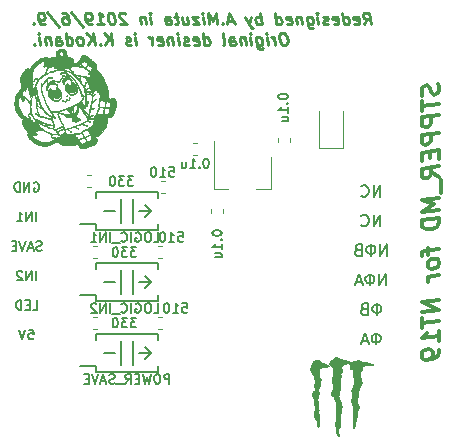
<source format=gbr>
G04 #@! TF.GenerationSoftware,KiCad,Pcbnew,(5.1.2)-1*
G04 #@! TF.CreationDate,2019-06-09T17:51:18+09:00*
G04 #@! TF.ProjectId,STEPPER_MOTOR04,53544550-5045-4525-9f4d-4f544f523034,rev?*
G04 #@! TF.SameCoordinates,Original*
G04 #@! TF.FileFunction,Legend,Bot*
G04 #@! TF.FilePolarity,Positive*
%FSLAX46Y46*%
G04 Gerber Fmt 4.6, Leading zero omitted, Abs format (unit mm)*
G04 Created by KiCad (PCBNEW (5.1.2)-1) date 2019-06-09 17:51:18*
%MOMM*%
%LPD*%
G04 APERTURE LIST*
%ADD10C,0.250000*%
%ADD11C,0.150000*%
%ADD12C,0.350000*%
%ADD13C,0.010000*%
%ADD14C,0.200000*%
%ADD15C,0.120000*%
G04 APERTURE END LIST*
D10*
X120006919Y-74202380D02*
X119816443Y-74202380D01*
X119727157Y-74250000D01*
X119643824Y-74345238D01*
X119620014Y-74535714D01*
X119661681Y-74869047D01*
X119733110Y-75059523D01*
X119840252Y-75154761D01*
X119941443Y-75202380D01*
X120131919Y-75202380D01*
X120221205Y-75154761D01*
X120304538Y-75059523D01*
X120328348Y-74869047D01*
X120286681Y-74535714D01*
X120215252Y-74345238D01*
X120108110Y-74250000D01*
X120006919Y-74202380D01*
X119274776Y-75202380D02*
X119191443Y-74535714D01*
X119215252Y-74726190D02*
X119155729Y-74630952D01*
X119102157Y-74583333D01*
X119000967Y-74535714D01*
X118905729Y-74535714D01*
X118655729Y-75202380D02*
X118572395Y-74535714D01*
X118530729Y-74202380D02*
X118584300Y-74250000D01*
X118542633Y-74297619D01*
X118489062Y-74250000D01*
X118530729Y-74202380D01*
X118542633Y-74297619D01*
X117667633Y-74535714D02*
X117768824Y-75345238D01*
X117828348Y-75440476D01*
X117881919Y-75488095D01*
X117983110Y-75535714D01*
X118125967Y-75535714D01*
X118215252Y-75488095D01*
X117745014Y-75154761D02*
X117846205Y-75202380D01*
X118036681Y-75202380D01*
X118125967Y-75154761D01*
X118167633Y-75107142D01*
X118203348Y-75011904D01*
X118167633Y-74726190D01*
X118108110Y-74630952D01*
X118054538Y-74583333D01*
X117953348Y-74535714D01*
X117762872Y-74535714D01*
X117673586Y-74583333D01*
X117274776Y-75202380D02*
X117191443Y-74535714D01*
X117149776Y-74202380D02*
X117203348Y-74250000D01*
X117161681Y-74297619D01*
X117108110Y-74250000D01*
X117149776Y-74202380D01*
X117161681Y-74297619D01*
X116715252Y-74535714D02*
X116798586Y-75202380D01*
X116727157Y-74630952D02*
X116673586Y-74583333D01*
X116572395Y-74535714D01*
X116429538Y-74535714D01*
X116340252Y-74583333D01*
X116304538Y-74678571D01*
X116370014Y-75202380D01*
X115465252Y-75202380D02*
X115399776Y-74678571D01*
X115435491Y-74583333D01*
X115524776Y-74535714D01*
X115715252Y-74535714D01*
X115816443Y-74583333D01*
X115459300Y-75154761D02*
X115560491Y-75202380D01*
X115798586Y-75202380D01*
X115887872Y-75154761D01*
X115923586Y-75059523D01*
X115911681Y-74964285D01*
X115852157Y-74869047D01*
X115750967Y-74821428D01*
X115512872Y-74821428D01*
X115411681Y-74773809D01*
X114846205Y-75202380D02*
X114935491Y-75154761D01*
X114971205Y-75059523D01*
X114864062Y-74202380D01*
X113274776Y-75202380D02*
X113149776Y-74202380D01*
X113268824Y-75154761D02*
X113370014Y-75202380D01*
X113560491Y-75202380D01*
X113649776Y-75154761D01*
X113691443Y-75107142D01*
X113727157Y-75011904D01*
X113691443Y-74726190D01*
X113631919Y-74630952D01*
X113578348Y-74583333D01*
X113477157Y-74535714D01*
X113286681Y-74535714D01*
X113197395Y-74583333D01*
X112411681Y-75154761D02*
X112512872Y-75202380D01*
X112703348Y-75202380D01*
X112792633Y-75154761D01*
X112828348Y-75059523D01*
X112780729Y-74678571D01*
X112721205Y-74583333D01*
X112620014Y-74535714D01*
X112429538Y-74535714D01*
X112340252Y-74583333D01*
X112304538Y-74678571D01*
X112316443Y-74773809D01*
X112804538Y-74869047D01*
X111983110Y-75154761D02*
X111893824Y-75202380D01*
X111703348Y-75202380D01*
X111602157Y-75154761D01*
X111542633Y-75059523D01*
X111536681Y-75011904D01*
X111572395Y-74916666D01*
X111661681Y-74869047D01*
X111804538Y-74869047D01*
X111893824Y-74821428D01*
X111929538Y-74726190D01*
X111923586Y-74678571D01*
X111864062Y-74583333D01*
X111762872Y-74535714D01*
X111620014Y-74535714D01*
X111530729Y-74583333D01*
X111131919Y-75202380D02*
X111048586Y-74535714D01*
X111006919Y-74202380D02*
X111060491Y-74250000D01*
X111018824Y-74297619D01*
X110965252Y-74250000D01*
X111006919Y-74202380D01*
X111018824Y-74297619D01*
X110572395Y-74535714D02*
X110655729Y-75202380D01*
X110584300Y-74630952D02*
X110530729Y-74583333D01*
X110429538Y-74535714D01*
X110286681Y-74535714D01*
X110197395Y-74583333D01*
X110161681Y-74678571D01*
X110227157Y-75202380D01*
X109364062Y-75154761D02*
X109465252Y-75202380D01*
X109655729Y-75202380D01*
X109745014Y-75154761D01*
X109780729Y-75059523D01*
X109733110Y-74678571D01*
X109673586Y-74583333D01*
X109572395Y-74535714D01*
X109381919Y-74535714D01*
X109292633Y-74583333D01*
X109256919Y-74678571D01*
X109268824Y-74773809D01*
X109756919Y-74869047D01*
X108893824Y-75202380D02*
X108810491Y-74535714D01*
X108834300Y-74726190D02*
X108774776Y-74630952D01*
X108721205Y-74583333D01*
X108620014Y-74535714D01*
X108524776Y-74535714D01*
X107512872Y-75202380D02*
X107429538Y-74535714D01*
X107387872Y-74202380D02*
X107441443Y-74250000D01*
X107399776Y-74297619D01*
X107346205Y-74250000D01*
X107387872Y-74202380D01*
X107399776Y-74297619D01*
X107078348Y-75154761D02*
X106989062Y-75202380D01*
X106798586Y-75202380D01*
X106697395Y-75154761D01*
X106637872Y-75059523D01*
X106631919Y-75011904D01*
X106667633Y-74916666D01*
X106756919Y-74869047D01*
X106899776Y-74869047D01*
X106989062Y-74821428D01*
X107024776Y-74726190D01*
X107018824Y-74678571D01*
X106959300Y-74583333D01*
X106858110Y-74535714D01*
X106715252Y-74535714D01*
X106625967Y-74583333D01*
X105465252Y-75202380D02*
X105340252Y-74202380D01*
X104893824Y-75202380D02*
X105250967Y-74630952D01*
X104768824Y-74202380D02*
X105411681Y-74773809D01*
X104453348Y-75107142D02*
X104411681Y-75154761D01*
X104465252Y-75202380D01*
X104506919Y-75154761D01*
X104453348Y-75107142D01*
X104465252Y-75202380D01*
X103989062Y-75202380D02*
X103864062Y-74202380D01*
X103417633Y-75202380D02*
X103774776Y-74630952D01*
X103292633Y-74202380D02*
X103935491Y-74773809D01*
X102846205Y-75202380D02*
X102935491Y-75154761D01*
X102977157Y-75107142D01*
X103012872Y-75011904D01*
X102977157Y-74726190D01*
X102917633Y-74630952D01*
X102864062Y-74583333D01*
X102762872Y-74535714D01*
X102620014Y-74535714D01*
X102530729Y-74583333D01*
X102489062Y-74630952D01*
X102453348Y-74726190D01*
X102489062Y-75011904D01*
X102548586Y-75107142D01*
X102602157Y-75154761D01*
X102703348Y-75202380D01*
X102846205Y-75202380D01*
X101655729Y-75202380D02*
X101530729Y-74202380D01*
X101649776Y-75154761D02*
X101750967Y-75202380D01*
X101941443Y-75202380D01*
X102030729Y-75154761D01*
X102072395Y-75107142D01*
X102108110Y-75011904D01*
X102072395Y-74726190D01*
X102012872Y-74630952D01*
X101959300Y-74583333D01*
X101858110Y-74535714D01*
X101667633Y-74535714D01*
X101578348Y-74583333D01*
X100750967Y-75202380D02*
X100685491Y-74678571D01*
X100721205Y-74583333D01*
X100810491Y-74535714D01*
X101000967Y-74535714D01*
X101102157Y-74583333D01*
X100745014Y-75154761D02*
X100846205Y-75202380D01*
X101084300Y-75202380D01*
X101173586Y-75154761D01*
X101209300Y-75059523D01*
X101197395Y-74964285D01*
X101137872Y-74869047D01*
X101036681Y-74821428D01*
X100798586Y-74821428D01*
X100697395Y-74773809D01*
X100191443Y-74535714D02*
X100274776Y-75202380D01*
X100203348Y-74630952D02*
X100149776Y-74583333D01*
X100048586Y-74535714D01*
X99905729Y-74535714D01*
X99816443Y-74583333D01*
X99780729Y-74678571D01*
X99846205Y-75202380D01*
X99370014Y-75202380D02*
X99286681Y-74535714D01*
X99245014Y-74202380D02*
X99298586Y-74250000D01*
X99256919Y-74297619D01*
X99203348Y-74250000D01*
X99245014Y-74202380D01*
X99256919Y-74297619D01*
X98881919Y-75107142D02*
X98840252Y-75154761D01*
X98893824Y-75202380D01*
X98935491Y-75154761D01*
X98881919Y-75107142D01*
X98893824Y-75202380D01*
D11*
X128185714Y-88052380D02*
X128185714Y-87052380D01*
X127614285Y-88052380D01*
X127614285Y-87052380D01*
X126566666Y-87957142D02*
X126614285Y-88004761D01*
X126757142Y-88052380D01*
X126852380Y-88052380D01*
X126995238Y-88004761D01*
X127090476Y-87909523D01*
X127138095Y-87814285D01*
X127185714Y-87623809D01*
X127185714Y-87480952D01*
X127138095Y-87290476D01*
X127090476Y-87195238D01*
X126995238Y-87100000D01*
X126852380Y-87052380D01*
X126757142Y-87052380D01*
X126614285Y-87100000D01*
X126566666Y-87147619D01*
X128185714Y-90552380D02*
X128185714Y-89552380D01*
X127614285Y-90552380D01*
X127614285Y-89552380D01*
X126566666Y-90457142D02*
X126614285Y-90504761D01*
X126757142Y-90552380D01*
X126852380Y-90552380D01*
X126995238Y-90504761D01*
X127090476Y-90409523D01*
X127138095Y-90314285D01*
X127185714Y-90123809D01*
X127185714Y-89980952D01*
X127138095Y-89790476D01*
X127090476Y-89695238D01*
X126995238Y-89600000D01*
X126852380Y-89552380D01*
X126757142Y-89552380D01*
X126614285Y-89600000D01*
X126566666Y-89647619D01*
X127828571Y-100552380D02*
X127828571Y-99552380D01*
X127923809Y-99695238D02*
X127733333Y-99695238D01*
X127590476Y-99742857D01*
X127495238Y-99838095D01*
X127447619Y-99933333D01*
X127447619Y-100123809D01*
X127495238Y-100219047D01*
X127590476Y-100314285D01*
X127733333Y-100361904D01*
X127923809Y-100361904D01*
X128066666Y-100314285D01*
X128161904Y-100219047D01*
X128209523Y-100123809D01*
X128209523Y-99933333D01*
X128161904Y-99838095D01*
X128066666Y-99742857D01*
X127923809Y-99695238D01*
X127114285Y-100266666D02*
X126638095Y-100266666D01*
X127209523Y-100552380D02*
X126876190Y-99552380D01*
X126542857Y-100552380D01*
X127900000Y-98052380D02*
X127900000Y-97052380D01*
X127995238Y-97195238D02*
X127804761Y-97195238D01*
X127661904Y-97242857D01*
X127566666Y-97338095D01*
X127519047Y-97433333D01*
X127519047Y-97623809D01*
X127566666Y-97719047D01*
X127661904Y-97814285D01*
X127804761Y-97861904D01*
X127995238Y-97861904D01*
X128138095Y-97814285D01*
X128233333Y-97719047D01*
X128280952Y-97623809D01*
X128280952Y-97433333D01*
X128233333Y-97338095D01*
X128138095Y-97242857D01*
X127995238Y-97195238D01*
X126804761Y-97528571D02*
X126661904Y-97576190D01*
X126614285Y-97623809D01*
X126566666Y-97719047D01*
X126566666Y-97861904D01*
X126614285Y-97957142D01*
X126661904Y-98004761D01*
X126757142Y-98052380D01*
X127138095Y-98052380D01*
X127138095Y-97052380D01*
X126804761Y-97052380D01*
X126709523Y-97100000D01*
X126661904Y-97147619D01*
X126614285Y-97242857D01*
X126614285Y-97338095D01*
X126661904Y-97433333D01*
X126709523Y-97480952D01*
X126804761Y-97528571D01*
X127138095Y-97528571D01*
X128638095Y-95552380D02*
X128638095Y-94552380D01*
X128066666Y-95552380D01*
X128066666Y-94552380D01*
X127304761Y-95552380D02*
X127304761Y-94552380D01*
X127400000Y-94695238D02*
X127209523Y-94695238D01*
X127066666Y-94742857D01*
X126971428Y-94838095D01*
X126923809Y-94933333D01*
X126923809Y-95123809D01*
X126971428Y-95219047D01*
X127066666Y-95314285D01*
X127209523Y-95361904D01*
X127400000Y-95361904D01*
X127542857Y-95314285D01*
X127638095Y-95219047D01*
X127685714Y-95123809D01*
X127685714Y-94933333D01*
X127638095Y-94838095D01*
X127542857Y-94742857D01*
X127400000Y-94695238D01*
X126590476Y-95266666D02*
X126114285Y-95266666D01*
X126685714Y-95552380D02*
X126352380Y-94552380D01*
X126019047Y-95552380D01*
X128709523Y-93052380D02*
X128709523Y-92052380D01*
X128138095Y-93052380D01*
X128138095Y-92052380D01*
X127376190Y-93052380D02*
X127376190Y-92052380D01*
X127471428Y-92195238D02*
X127280952Y-92195238D01*
X127138095Y-92242857D01*
X127042857Y-92338095D01*
X126995238Y-92433333D01*
X126995238Y-92623809D01*
X127042857Y-92719047D01*
X127138095Y-92814285D01*
X127280952Y-92861904D01*
X127471428Y-92861904D01*
X127614285Y-92814285D01*
X127709523Y-92719047D01*
X127757142Y-92623809D01*
X127757142Y-92433333D01*
X127709523Y-92338095D01*
X127614285Y-92242857D01*
X127471428Y-92195238D01*
X126280952Y-92528571D02*
X126138095Y-92576190D01*
X126090476Y-92623809D01*
X126042857Y-92719047D01*
X126042857Y-92861904D01*
X126090476Y-92957142D01*
X126138095Y-93004761D01*
X126233333Y-93052380D01*
X126614285Y-93052380D01*
X126614285Y-92052380D01*
X126280952Y-92052380D01*
X126185714Y-92100000D01*
X126138095Y-92147619D01*
X126090476Y-92242857D01*
X126090476Y-92338095D01*
X126138095Y-92433333D01*
X126185714Y-92480952D01*
X126280952Y-92528571D01*
X126614285Y-92528571D01*
D10*
X126798586Y-73452380D02*
X127072395Y-72976190D01*
X127370014Y-73452380D02*
X127245014Y-72452380D01*
X126864062Y-72452380D01*
X126774776Y-72500000D01*
X126733110Y-72547619D01*
X126697395Y-72642857D01*
X126715252Y-72785714D01*
X126774776Y-72880952D01*
X126828348Y-72928571D01*
X126929538Y-72976190D01*
X127310491Y-72976190D01*
X125983110Y-73404761D02*
X126084300Y-73452380D01*
X126274776Y-73452380D01*
X126364062Y-73404761D01*
X126399776Y-73309523D01*
X126352157Y-72928571D01*
X126292633Y-72833333D01*
X126191443Y-72785714D01*
X126000967Y-72785714D01*
X125911681Y-72833333D01*
X125875967Y-72928571D01*
X125887872Y-73023809D01*
X126375967Y-73119047D01*
X125084300Y-73452380D02*
X124959300Y-72452380D01*
X125078348Y-73404761D02*
X125179538Y-73452380D01*
X125370014Y-73452380D01*
X125459300Y-73404761D01*
X125500967Y-73357142D01*
X125536681Y-73261904D01*
X125500967Y-72976190D01*
X125441443Y-72880952D01*
X125387872Y-72833333D01*
X125286681Y-72785714D01*
X125096205Y-72785714D01*
X125006919Y-72833333D01*
X124221205Y-73404761D02*
X124322395Y-73452380D01*
X124512872Y-73452380D01*
X124602157Y-73404761D01*
X124637872Y-73309523D01*
X124590252Y-72928571D01*
X124530729Y-72833333D01*
X124429538Y-72785714D01*
X124239062Y-72785714D01*
X124149776Y-72833333D01*
X124114062Y-72928571D01*
X124125967Y-73023809D01*
X124614062Y-73119047D01*
X123792633Y-73404761D02*
X123703348Y-73452380D01*
X123512872Y-73452380D01*
X123411681Y-73404761D01*
X123352157Y-73309523D01*
X123346205Y-73261904D01*
X123381919Y-73166666D01*
X123471205Y-73119047D01*
X123614062Y-73119047D01*
X123703348Y-73071428D01*
X123739062Y-72976190D01*
X123733110Y-72928571D01*
X123673586Y-72833333D01*
X123572395Y-72785714D01*
X123429538Y-72785714D01*
X123340252Y-72833333D01*
X122941443Y-73452380D02*
X122858110Y-72785714D01*
X122816443Y-72452380D02*
X122870014Y-72500000D01*
X122828348Y-72547619D01*
X122774776Y-72500000D01*
X122816443Y-72452380D01*
X122828348Y-72547619D01*
X121953348Y-72785714D02*
X122054538Y-73595238D01*
X122114062Y-73690476D01*
X122167633Y-73738095D01*
X122268824Y-73785714D01*
X122411681Y-73785714D01*
X122500967Y-73738095D01*
X122030729Y-73404761D02*
X122131919Y-73452380D01*
X122322395Y-73452380D01*
X122411681Y-73404761D01*
X122453348Y-73357142D01*
X122489062Y-73261904D01*
X122453348Y-72976190D01*
X122393824Y-72880952D01*
X122340252Y-72833333D01*
X122239062Y-72785714D01*
X122048586Y-72785714D01*
X121959300Y-72833333D01*
X121477157Y-72785714D02*
X121560491Y-73452380D01*
X121489062Y-72880952D02*
X121435491Y-72833333D01*
X121334300Y-72785714D01*
X121191443Y-72785714D01*
X121102157Y-72833333D01*
X121066443Y-72928571D01*
X121131919Y-73452380D01*
X120268824Y-73404761D02*
X120370014Y-73452380D01*
X120560491Y-73452380D01*
X120649776Y-73404761D01*
X120685491Y-73309523D01*
X120637872Y-72928571D01*
X120578348Y-72833333D01*
X120477157Y-72785714D01*
X120286681Y-72785714D01*
X120197395Y-72833333D01*
X120161681Y-72928571D01*
X120173586Y-73023809D01*
X120661681Y-73119047D01*
X119370014Y-73452380D02*
X119245014Y-72452380D01*
X119364062Y-73404761D02*
X119465252Y-73452380D01*
X119655729Y-73452380D01*
X119745014Y-73404761D01*
X119786681Y-73357142D01*
X119822395Y-73261904D01*
X119786681Y-72976190D01*
X119727157Y-72880952D01*
X119673586Y-72833333D01*
X119572395Y-72785714D01*
X119381919Y-72785714D01*
X119292633Y-72833333D01*
X118131919Y-73452380D02*
X118006919Y-72452380D01*
X118054538Y-72833333D02*
X117953348Y-72785714D01*
X117762872Y-72785714D01*
X117673586Y-72833333D01*
X117631919Y-72880952D01*
X117596205Y-72976190D01*
X117631919Y-73261904D01*
X117691443Y-73357142D01*
X117745014Y-73404761D01*
X117846205Y-73452380D01*
X118036681Y-73452380D01*
X118125967Y-73404761D01*
X117239062Y-72785714D02*
X117084300Y-73452380D01*
X116762872Y-72785714D02*
X117084300Y-73452380D01*
X117209300Y-73690476D01*
X117262872Y-73738095D01*
X117364062Y-73785714D01*
X115715252Y-73166666D02*
X115239062Y-73166666D01*
X115846205Y-73452380D02*
X115387872Y-72452380D01*
X115179538Y-73452380D01*
X114834300Y-73357142D02*
X114792633Y-73404761D01*
X114846205Y-73452380D01*
X114887872Y-73404761D01*
X114834300Y-73357142D01*
X114846205Y-73452380D01*
X114370014Y-73452380D02*
X114245014Y-72452380D01*
X114000967Y-73166666D01*
X113578348Y-72452380D01*
X113703348Y-73452380D01*
X113227157Y-73452380D02*
X113143824Y-72785714D01*
X113102157Y-72452380D02*
X113155729Y-72500000D01*
X113114062Y-72547619D01*
X113060491Y-72500000D01*
X113102157Y-72452380D01*
X113114062Y-72547619D01*
X112762872Y-72785714D02*
X112239062Y-72785714D01*
X112846205Y-73452380D01*
X112322395Y-73452380D01*
X111429538Y-72785714D02*
X111512872Y-73452380D01*
X111858110Y-72785714D02*
X111923586Y-73309523D01*
X111887872Y-73404761D01*
X111798586Y-73452380D01*
X111655729Y-73452380D01*
X111554538Y-73404761D01*
X111500967Y-73357142D01*
X111096205Y-72785714D02*
X110715252Y-72785714D01*
X110911681Y-72452380D02*
X111018824Y-73309523D01*
X110983110Y-73404761D01*
X110893824Y-73452380D01*
X110798586Y-73452380D01*
X110036681Y-73452380D02*
X109971205Y-72928571D01*
X110006919Y-72833333D01*
X110096205Y-72785714D01*
X110286681Y-72785714D01*
X110387872Y-72833333D01*
X110030729Y-73404761D02*
X110131919Y-73452380D01*
X110370014Y-73452380D01*
X110459300Y-73404761D01*
X110495014Y-73309523D01*
X110483110Y-73214285D01*
X110423586Y-73119047D01*
X110322395Y-73071428D01*
X110084300Y-73071428D01*
X109983110Y-73023809D01*
X108798586Y-73452380D02*
X108715252Y-72785714D01*
X108673586Y-72452380D02*
X108727157Y-72500000D01*
X108685491Y-72547619D01*
X108631919Y-72500000D01*
X108673586Y-72452380D01*
X108685491Y-72547619D01*
X108239062Y-72785714D02*
X108322395Y-73452380D01*
X108250967Y-72880952D02*
X108197395Y-72833333D01*
X108096205Y-72785714D01*
X107953348Y-72785714D01*
X107864062Y-72833333D01*
X107828348Y-72928571D01*
X107893824Y-73452380D01*
X106590252Y-72547619D02*
X106536681Y-72500000D01*
X106435491Y-72452380D01*
X106197395Y-72452380D01*
X106108110Y-72500000D01*
X106066443Y-72547619D01*
X106030729Y-72642857D01*
X106042633Y-72738095D01*
X106108110Y-72880952D01*
X106750967Y-73452380D01*
X106131919Y-73452380D01*
X105387872Y-72452380D02*
X105292633Y-72452380D01*
X105203348Y-72500000D01*
X105161681Y-72547619D01*
X105125967Y-72642857D01*
X105102157Y-72833333D01*
X105131919Y-73071428D01*
X105203348Y-73261904D01*
X105262872Y-73357142D01*
X105316443Y-73404761D01*
X105417633Y-73452380D01*
X105512872Y-73452380D01*
X105602157Y-73404761D01*
X105643824Y-73357142D01*
X105679538Y-73261904D01*
X105703348Y-73071428D01*
X105673586Y-72833333D01*
X105602157Y-72642857D01*
X105542633Y-72547619D01*
X105489062Y-72500000D01*
X105387872Y-72452380D01*
X104227157Y-73452380D02*
X104798586Y-73452380D01*
X104512872Y-73452380D02*
X104387872Y-72452380D01*
X104500967Y-72595238D01*
X104608110Y-72690476D01*
X104709300Y-72738095D01*
X103750967Y-73452380D02*
X103560491Y-73452380D01*
X103459300Y-73404761D01*
X103405729Y-73357142D01*
X103292633Y-73214285D01*
X103221205Y-73023809D01*
X103173586Y-72642857D01*
X103209300Y-72547619D01*
X103250967Y-72500000D01*
X103340252Y-72452380D01*
X103530729Y-72452380D01*
X103631919Y-72500000D01*
X103685491Y-72547619D01*
X103745014Y-72642857D01*
X103774776Y-72880952D01*
X103739062Y-72976190D01*
X103697395Y-73023809D01*
X103608110Y-73071428D01*
X103417633Y-73071428D01*
X103316443Y-73023809D01*
X103262872Y-72976190D01*
X103203348Y-72880952D01*
X102000967Y-72404761D02*
X103018824Y-73690476D01*
X101245014Y-72452380D02*
X101435491Y-72452380D01*
X101536681Y-72500000D01*
X101590252Y-72547619D01*
X101703348Y-72690476D01*
X101774776Y-72880952D01*
X101822395Y-73261904D01*
X101786681Y-73357142D01*
X101745014Y-73404761D01*
X101655729Y-73452380D01*
X101465252Y-73452380D01*
X101364062Y-73404761D01*
X101310491Y-73357142D01*
X101250967Y-73261904D01*
X101221205Y-73023809D01*
X101256919Y-72928571D01*
X101298586Y-72880952D01*
X101387872Y-72833333D01*
X101578348Y-72833333D01*
X101679538Y-72880952D01*
X101733110Y-72928571D01*
X101792633Y-73023809D01*
X100000967Y-72404761D02*
X101018824Y-73690476D01*
X99750967Y-73452380D02*
X99560491Y-73452380D01*
X99459300Y-73404761D01*
X99405729Y-73357142D01*
X99292633Y-73214285D01*
X99221205Y-73023809D01*
X99173586Y-72642857D01*
X99209300Y-72547619D01*
X99250967Y-72500000D01*
X99340252Y-72452380D01*
X99530729Y-72452380D01*
X99631919Y-72500000D01*
X99685491Y-72547619D01*
X99745014Y-72642857D01*
X99774776Y-72880952D01*
X99739062Y-72976190D01*
X99697395Y-73023809D01*
X99608110Y-73071428D01*
X99417633Y-73071428D01*
X99316443Y-73023809D01*
X99262872Y-72976190D01*
X99203348Y-72880952D01*
X98834300Y-73357142D02*
X98792633Y-73404761D01*
X98846205Y-73452380D01*
X98887872Y-73404761D01*
X98834300Y-73357142D01*
X98846205Y-73452380D01*
D11*
X98402380Y-99311904D02*
X98783333Y-99311904D01*
X98821428Y-99692857D01*
X98783333Y-99654761D01*
X98707142Y-99616666D01*
X98516666Y-99616666D01*
X98440476Y-99654761D01*
X98402380Y-99692857D01*
X98364285Y-99769047D01*
X98364285Y-99959523D01*
X98402380Y-100035714D01*
X98440476Y-100073809D01*
X98516666Y-100111904D01*
X98707142Y-100111904D01*
X98783333Y-100073809D01*
X98821428Y-100035714D01*
X98135714Y-99311904D02*
X97869047Y-100111904D01*
X97602380Y-99311904D01*
X98764285Y-97611904D02*
X99145238Y-97611904D01*
X99145238Y-96811904D01*
X98497619Y-97192857D02*
X98230952Y-97192857D01*
X98116666Y-97611904D02*
X98497619Y-97611904D01*
X98497619Y-96811904D01*
X98116666Y-96811904D01*
X97773809Y-97611904D02*
X97773809Y-96811904D01*
X97583333Y-96811904D01*
X97469047Y-96850000D01*
X97392857Y-96926190D01*
X97354761Y-97002380D01*
X97316666Y-97154761D01*
X97316666Y-97269047D01*
X97354761Y-97421428D01*
X97392857Y-97497619D01*
X97469047Y-97573809D01*
X97583333Y-97611904D01*
X97773809Y-97611904D01*
X99050000Y-95111904D02*
X99050000Y-94311904D01*
X98669047Y-95111904D02*
X98669047Y-94311904D01*
X98211904Y-95111904D01*
X98211904Y-94311904D01*
X97869047Y-94388095D02*
X97830952Y-94350000D01*
X97754761Y-94311904D01*
X97564285Y-94311904D01*
X97488095Y-94350000D01*
X97450000Y-94388095D01*
X97411904Y-94464285D01*
X97411904Y-94540476D01*
X97450000Y-94654761D01*
X97907142Y-95111904D01*
X97411904Y-95111904D01*
X99526190Y-92573809D02*
X99411904Y-92611904D01*
X99221428Y-92611904D01*
X99145238Y-92573809D01*
X99107142Y-92535714D01*
X99069047Y-92459523D01*
X99069047Y-92383333D01*
X99107142Y-92307142D01*
X99145238Y-92269047D01*
X99221428Y-92230952D01*
X99373809Y-92192857D01*
X99450000Y-92154761D01*
X99488095Y-92116666D01*
X99526190Y-92040476D01*
X99526190Y-91964285D01*
X99488095Y-91888095D01*
X99450000Y-91850000D01*
X99373809Y-91811904D01*
X99183333Y-91811904D01*
X99069047Y-91850000D01*
X98764285Y-92383333D02*
X98383333Y-92383333D01*
X98840476Y-92611904D02*
X98573809Y-91811904D01*
X98307142Y-92611904D01*
X98154761Y-91811904D02*
X97888095Y-92611904D01*
X97621428Y-91811904D01*
X97354761Y-92192857D02*
X97088095Y-92192857D01*
X96973809Y-92611904D02*
X97354761Y-92611904D01*
X97354761Y-91811904D01*
X96973809Y-91811904D01*
X99050000Y-90111904D02*
X99050000Y-89311904D01*
X98669047Y-90111904D02*
X98669047Y-89311904D01*
X98211904Y-90111904D01*
X98211904Y-89311904D01*
X97411904Y-90111904D02*
X97869047Y-90111904D01*
X97640476Y-90111904D02*
X97640476Y-89311904D01*
X97716666Y-89426190D01*
X97792857Y-89502380D01*
X97869047Y-89540476D01*
X98859523Y-86850000D02*
X98935714Y-86811904D01*
X99050000Y-86811904D01*
X99164285Y-86850000D01*
X99240476Y-86926190D01*
X99278571Y-87002380D01*
X99316666Y-87154761D01*
X99316666Y-87269047D01*
X99278571Y-87421428D01*
X99240476Y-87497619D01*
X99164285Y-87573809D01*
X99050000Y-87611904D01*
X98973809Y-87611904D01*
X98859523Y-87573809D01*
X98821428Y-87535714D01*
X98821428Y-87269047D01*
X98973809Y-87269047D01*
X98478571Y-87611904D02*
X98478571Y-86811904D01*
X98021428Y-87611904D01*
X98021428Y-86811904D01*
X97640476Y-87611904D02*
X97640476Y-86811904D01*
X97450000Y-86811904D01*
X97335714Y-86850000D01*
X97259523Y-86926190D01*
X97221428Y-87002380D01*
X97183333Y-87154761D01*
X97183333Y-87269047D01*
X97221428Y-87421428D01*
X97259523Y-87497619D01*
X97335714Y-87573809D01*
X97450000Y-87611904D01*
X97640476Y-87611904D01*
D12*
X133107142Y-78491651D02*
X133178571Y-78697008D01*
X133178571Y-79054151D01*
X133107142Y-79205937D01*
X133035714Y-79286294D01*
X132892857Y-79375580D01*
X132750000Y-79393437D01*
X132607142Y-79339866D01*
X132535714Y-79277366D01*
X132464285Y-79143437D01*
X132392857Y-78866651D01*
X132321428Y-78732723D01*
X132250000Y-78670223D01*
X132107142Y-78616651D01*
X131964285Y-78634508D01*
X131821428Y-78723794D01*
X131750000Y-78804151D01*
X131678571Y-78955937D01*
X131678571Y-79313080D01*
X131750000Y-79518437D01*
X131678571Y-79955937D02*
X131678571Y-80813080D01*
X133178571Y-80197008D02*
X131678571Y-80384508D01*
X133178571Y-81125580D02*
X131678571Y-81313080D01*
X131678571Y-81884508D01*
X131750000Y-82018437D01*
X131821428Y-82080937D01*
X131964285Y-82134508D01*
X132178571Y-82107723D01*
X132321428Y-82018437D01*
X132392857Y-81938080D01*
X132464285Y-81786294D01*
X132464285Y-81214866D01*
X133178571Y-82625580D02*
X131678571Y-82813080D01*
X131678571Y-83384508D01*
X131750000Y-83518437D01*
X131821428Y-83580937D01*
X131964285Y-83634508D01*
X132178571Y-83607723D01*
X132321428Y-83518437D01*
X132392857Y-83438080D01*
X132464285Y-83286294D01*
X132464285Y-82714866D01*
X132392857Y-84223794D02*
X132392857Y-84723794D01*
X133178571Y-84839866D02*
X133178571Y-84125580D01*
X131678571Y-84313080D01*
X131678571Y-85027366D01*
X133178571Y-86339866D02*
X132464285Y-85929151D01*
X133178571Y-85482723D02*
X131678571Y-85670223D01*
X131678571Y-86241651D01*
X131750000Y-86375580D01*
X131821428Y-86438080D01*
X131964285Y-86491651D01*
X132178571Y-86464866D01*
X132321428Y-86375580D01*
X132392857Y-86295223D01*
X132464285Y-86143437D01*
X132464285Y-85572008D01*
X133321428Y-86607723D02*
X133321428Y-87750580D01*
X133178571Y-88125580D02*
X131678571Y-88313080D01*
X132750000Y-88679151D01*
X131678571Y-89313080D01*
X133178571Y-89125580D01*
X133178571Y-89839866D02*
X131678571Y-90027366D01*
X131678571Y-90384508D01*
X131750000Y-90589866D01*
X131892857Y-90714866D01*
X132035714Y-90768437D01*
X132321428Y-90804151D01*
X132535714Y-90777366D01*
X132821428Y-90670223D01*
X132964285Y-90580937D01*
X133107142Y-90420223D01*
X133178571Y-90197008D01*
X133178571Y-89839866D01*
X132178571Y-92393437D02*
X132178571Y-92964866D01*
X133178571Y-92482723D02*
X131892857Y-92643437D01*
X131750000Y-92732723D01*
X131678571Y-92884508D01*
X131678571Y-93027366D01*
X133178571Y-93554151D02*
X133107142Y-93420223D01*
X133035714Y-93357723D01*
X132892857Y-93304151D01*
X132464285Y-93357723D01*
X132321428Y-93447008D01*
X132250000Y-93527366D01*
X132178571Y-93679151D01*
X132178571Y-93893437D01*
X132250000Y-94027366D01*
X132321428Y-94089866D01*
X132464285Y-94143437D01*
X132892857Y-94089866D01*
X133035714Y-94000580D01*
X133107142Y-93920223D01*
X133178571Y-93768437D01*
X133178571Y-93554151D01*
X133178571Y-94697008D02*
X132178571Y-94822008D01*
X132464285Y-94786294D02*
X132321428Y-94875580D01*
X132250000Y-94955937D01*
X132178571Y-95107723D01*
X132178571Y-95250580D01*
X133178571Y-96768437D02*
X131678571Y-96955937D01*
X133178571Y-97625580D01*
X131678571Y-97813080D01*
X131678571Y-98313080D02*
X131678571Y-99170223D01*
X133178571Y-98554151D02*
X131678571Y-98741651D01*
X133178571Y-100268437D02*
X133178571Y-99411294D01*
X133178571Y-99839866D02*
X131678571Y-100027366D01*
X131892857Y-99857723D01*
X132035714Y-99697008D01*
X132107142Y-99545223D01*
X133178571Y-100982723D02*
X133178571Y-101268437D01*
X133107142Y-101420223D01*
X133035714Y-101500580D01*
X132821428Y-101670223D01*
X132535714Y-101777366D01*
X131964285Y-101848794D01*
X131821428Y-101795223D01*
X131750000Y-101732723D01*
X131678571Y-101598794D01*
X131678571Y-101313080D01*
X131750000Y-101161294D01*
X131821428Y-101080937D01*
X131964285Y-100991651D01*
X132321428Y-100947008D01*
X132464285Y-101000580D01*
X132535714Y-101063080D01*
X132607142Y-101197008D01*
X132607142Y-101482723D01*
X132535714Y-101634508D01*
X132464285Y-101714866D01*
X132321428Y-101804151D01*
D13*
G36*
X122870548Y-101869668D02*
G01*
X122836692Y-101882150D01*
X122798451Y-101892634D01*
X122748011Y-101899553D01*
X122711995Y-101901200D01*
X122628140Y-101906856D01*
X122561164Y-101925788D01*
X122506682Y-101960935D01*
X122460306Y-102015240D01*
X122417651Y-102091645D01*
X122412865Y-102101810D01*
X122386128Y-102158640D01*
X122359186Y-102214593D01*
X122336578Y-102260286D01*
X122330236Y-102272681D01*
X122303173Y-102349606D01*
X122298900Y-102394793D01*
X122292505Y-102443761D01*
X122275667Y-102485775D01*
X122251911Y-102514427D01*
X122228129Y-102523500D01*
X122214223Y-102534945D01*
X122210000Y-102566731D01*
X122214643Y-102593729D01*
X122229602Y-102631020D01*
X122256427Y-102681808D01*
X122296665Y-102749300D01*
X122303545Y-102760406D01*
X122405648Y-102934032D01*
X122488079Y-103095684D01*
X122551813Y-103248181D01*
X122597827Y-103394342D01*
X122627096Y-103536983D01*
X122640597Y-103678924D01*
X122641800Y-103737157D01*
X122641297Y-103793074D01*
X122639114Y-103828684D01*
X122634240Y-103849071D01*
X122625664Y-103859320D01*
X122616732Y-103863244D01*
X122581860Y-103885936D01*
X122554450Y-103924493D01*
X122540754Y-103969408D01*
X122540200Y-103979636D01*
X122544855Y-104010131D01*
X122557341Y-104056304D01*
X122575447Y-104110504D01*
X122586556Y-104139848D01*
X122620931Y-104240582D01*
X122637329Y-104324083D01*
X122635712Y-104391103D01*
X122616040Y-104442393D01*
X122578273Y-104478705D01*
X122568561Y-104484228D01*
X122515723Y-104523004D01*
X122472377Y-104580825D01*
X122450229Y-104624814D01*
X122432810Y-104678766D01*
X122423430Y-104739563D01*
X122421540Y-104802242D01*
X122426594Y-104861840D01*
X122438046Y-104913394D01*
X122455349Y-104951938D01*
X122477956Y-104972512D01*
X122488752Y-104974600D01*
X122506227Y-104979025D01*
X122513750Y-104996839D01*
X122515126Y-105022225D01*
X122525658Y-105073626D01*
X122557203Y-105135355D01*
X122559576Y-105139111D01*
X122582513Y-105177404D01*
X122595760Y-105208928D01*
X122601936Y-105243591D01*
X122603659Y-105291300D01*
X122603700Y-105306048D01*
X122593893Y-105419336D01*
X122577035Y-105490056D01*
X122560143Y-105558864D01*
X122558242Y-105614732D01*
X122572211Y-105665840D01*
X122601623Y-105718397D01*
X122619643Y-105747248D01*
X122630328Y-105771975D01*
X122635166Y-105800307D01*
X122635646Y-105839975D01*
X122633853Y-105885875D01*
X122629933Y-105953217D01*
X122624199Y-106031002D01*
X122617759Y-106104446D01*
X122616455Y-106117600D01*
X122609662Y-106196696D01*
X122604253Y-106284087D01*
X122600323Y-106374855D01*
X122597966Y-106464082D01*
X122597276Y-106546851D01*
X122598348Y-106618245D01*
X122601276Y-106673345D01*
X122605213Y-106703322D01*
X122626491Y-106761273D01*
X122666710Y-106829066D01*
X122682062Y-106850587D01*
X122733139Y-106921947D01*
X122771673Y-106982202D01*
X122802090Y-107039152D01*
X122828816Y-107100592D01*
X122839167Y-107127383D01*
X122855591Y-107173941D01*
X122864708Y-107211406D01*
X122867739Y-107249701D01*
X122865905Y-107298751D01*
X122863782Y-107327428D01*
X122860170Y-107384878D01*
X122860599Y-107423578D01*
X122865602Y-107449934D01*
X122875683Y-107470303D01*
X122893524Y-107492860D01*
X122906539Y-107501900D01*
X122915986Y-107491049D01*
X122931516Y-107462419D01*
X122949982Y-107421896D01*
X122952387Y-107416175D01*
X122977328Y-107341582D01*
X122992216Y-107265262D01*
X122996450Y-107193918D01*
X122989434Y-107134252D01*
X122979936Y-107107563D01*
X122968177Y-107078089D01*
X122961890Y-107044719D01*
X122961247Y-107003204D01*
X122966420Y-106949291D01*
X122977580Y-106878732D01*
X122992330Y-106800307D01*
X123010411Y-106694891D01*
X123018584Y-106608774D01*
X123016314Y-106537644D01*
X123003063Y-106477194D01*
X122978296Y-106423112D01*
X122941475Y-106371089D01*
X122938464Y-106367450D01*
X122914616Y-106323679D01*
X122910163Y-106270688D01*
X122925027Y-106205293D01*
X122933900Y-106181100D01*
X122953115Y-106117774D01*
X122958280Y-106063764D01*
X122949210Y-106023795D01*
X122940632Y-106011845D01*
X122922222Y-105983985D01*
X122902243Y-105938757D01*
X122883665Y-105883787D01*
X122870507Y-105831850D01*
X122867340Y-105801968D01*
X122865448Y-105752301D01*
X122864902Y-105688435D01*
X122865778Y-105615956D01*
X122867076Y-105568831D01*
X122869460Y-105486651D01*
X122870101Y-105425204D01*
X122868753Y-105379866D01*
X122865175Y-105346014D01*
X122859122Y-105319026D01*
X122852962Y-105300903D01*
X122841812Y-105267815D01*
X122838060Y-105239823D01*
X122841550Y-105206769D01*
X122850856Y-105163872D01*
X122860468Y-105109165D01*
X122867409Y-105043156D01*
X122870209Y-104979915D01*
X122870213Y-104978524D01*
X122871780Y-104929441D01*
X122875782Y-104890673D01*
X122881449Y-104868784D01*
X122883342Y-104866500D01*
X122901510Y-104845707D01*
X122921800Y-104808658D01*
X122940625Y-104763845D01*
X122954397Y-104719764D01*
X122959535Y-104686097D01*
X122957384Y-104654555D01*
X122951366Y-104605077D01*
X122942426Y-104544668D01*
X122932467Y-104485650D01*
X122918878Y-104399375D01*
X122913611Y-104333294D01*
X122917404Y-104283358D01*
X122930991Y-104245519D01*
X122955110Y-104215731D01*
X122985699Y-104192919D01*
X123032805Y-104155099D01*
X123066168Y-104108181D01*
X123086374Y-104049386D01*
X123094010Y-103975934D01*
X123089663Y-103885043D01*
X123074028Y-103774553D01*
X123064632Y-103715825D01*
X123058350Y-103667046D01*
X123055705Y-103633138D01*
X123057225Y-103619024D01*
X123057416Y-103618927D01*
X123093947Y-103600501D01*
X123128415Y-103573611D01*
X123152091Y-103545653D01*
X123156916Y-103534620D01*
X123155700Y-103491870D01*
X123135258Y-103445171D01*
X123099426Y-103401229D01*
X123065416Y-103374533D01*
X123010950Y-103339992D01*
X123006149Y-103074621D01*
X123003096Y-102958081D01*
X122998442Y-102863717D01*
X122991953Y-102788343D01*
X122983398Y-102728771D01*
X122979602Y-102709820D01*
X122968830Y-102654538D01*
X122965450Y-102618792D01*
X122969166Y-102597908D01*
X122972232Y-102593071D01*
X122990399Y-102581384D01*
X123026257Y-102565352D01*
X123073147Y-102547849D01*
X123090428Y-102542070D01*
X123143148Y-102523391D01*
X123190578Y-102503821D01*
X123224273Y-102486915D01*
X123229741Y-102483396D01*
X123257387Y-102467574D01*
X123282967Y-102465897D01*
X123310953Y-102473492D01*
X123375229Y-102483645D01*
X123457806Y-102478203D01*
X123557096Y-102457369D01*
X123645100Y-102430573D01*
X123701583Y-102411762D01*
X123751011Y-102395999D01*
X123787324Y-102385176D01*
X123802798Y-102381355D01*
X123826323Y-102370362D01*
X123832022Y-102353120D01*
X123817487Y-102338008D01*
X123815487Y-102337184D01*
X123792034Y-102322487D01*
X123763951Y-102297769D01*
X123760456Y-102294174D01*
X123732497Y-102274606D01*
X123685031Y-102251616D01*
X123623408Y-102226995D01*
X123552981Y-102202539D01*
X123479099Y-102180038D01*
X123407115Y-102161286D01*
X123342379Y-102148076D01*
X123311615Y-102143802D01*
X123261853Y-102137172D01*
X123230076Y-102128498D01*
X123208881Y-102114980D01*
X123195363Y-102099833D01*
X123153610Y-102047583D01*
X123122279Y-102013401D01*
X123097976Y-101994040D01*
X123077311Y-101986254D01*
X123076603Y-101986150D01*
X123046857Y-101976538D01*
X123032788Y-101967067D01*
X123010009Y-101953616D01*
X123000782Y-101951999D01*
X122984148Y-101941942D01*
X122963499Y-101916877D01*
X122957618Y-101907549D01*
X122934195Y-101876881D01*
X122907299Y-101864700D01*
X122870548Y-101869668D01*
X122870548Y-101869668D01*
G37*
X122870548Y-101869668D02*
X122836692Y-101882150D01*
X122798451Y-101892634D01*
X122748011Y-101899553D01*
X122711995Y-101901200D01*
X122628140Y-101906856D01*
X122561164Y-101925788D01*
X122506682Y-101960935D01*
X122460306Y-102015240D01*
X122417651Y-102091645D01*
X122412865Y-102101810D01*
X122386128Y-102158640D01*
X122359186Y-102214593D01*
X122336578Y-102260286D01*
X122330236Y-102272681D01*
X122303173Y-102349606D01*
X122298900Y-102394793D01*
X122292505Y-102443761D01*
X122275667Y-102485775D01*
X122251911Y-102514427D01*
X122228129Y-102523500D01*
X122214223Y-102534945D01*
X122210000Y-102566731D01*
X122214643Y-102593729D01*
X122229602Y-102631020D01*
X122256427Y-102681808D01*
X122296665Y-102749300D01*
X122303545Y-102760406D01*
X122405648Y-102934032D01*
X122488079Y-103095684D01*
X122551813Y-103248181D01*
X122597827Y-103394342D01*
X122627096Y-103536983D01*
X122640597Y-103678924D01*
X122641800Y-103737157D01*
X122641297Y-103793074D01*
X122639114Y-103828684D01*
X122634240Y-103849071D01*
X122625664Y-103859320D01*
X122616732Y-103863244D01*
X122581860Y-103885936D01*
X122554450Y-103924493D01*
X122540754Y-103969408D01*
X122540200Y-103979636D01*
X122544855Y-104010131D01*
X122557341Y-104056304D01*
X122575447Y-104110504D01*
X122586556Y-104139848D01*
X122620931Y-104240582D01*
X122637329Y-104324083D01*
X122635712Y-104391103D01*
X122616040Y-104442393D01*
X122578273Y-104478705D01*
X122568561Y-104484228D01*
X122515723Y-104523004D01*
X122472377Y-104580825D01*
X122450229Y-104624814D01*
X122432810Y-104678766D01*
X122423430Y-104739563D01*
X122421540Y-104802242D01*
X122426594Y-104861840D01*
X122438046Y-104913394D01*
X122455349Y-104951938D01*
X122477956Y-104972512D01*
X122488752Y-104974600D01*
X122506227Y-104979025D01*
X122513750Y-104996839D01*
X122515126Y-105022225D01*
X122525658Y-105073626D01*
X122557203Y-105135355D01*
X122559576Y-105139111D01*
X122582513Y-105177404D01*
X122595760Y-105208928D01*
X122601936Y-105243591D01*
X122603659Y-105291300D01*
X122603700Y-105306048D01*
X122593893Y-105419336D01*
X122577035Y-105490056D01*
X122560143Y-105558864D01*
X122558242Y-105614732D01*
X122572211Y-105665840D01*
X122601623Y-105718397D01*
X122619643Y-105747248D01*
X122630328Y-105771975D01*
X122635166Y-105800307D01*
X122635646Y-105839975D01*
X122633853Y-105885875D01*
X122629933Y-105953217D01*
X122624199Y-106031002D01*
X122617759Y-106104446D01*
X122616455Y-106117600D01*
X122609662Y-106196696D01*
X122604253Y-106284087D01*
X122600323Y-106374855D01*
X122597966Y-106464082D01*
X122597276Y-106546851D01*
X122598348Y-106618245D01*
X122601276Y-106673345D01*
X122605213Y-106703322D01*
X122626491Y-106761273D01*
X122666710Y-106829066D01*
X122682062Y-106850587D01*
X122733139Y-106921947D01*
X122771673Y-106982202D01*
X122802090Y-107039152D01*
X122828816Y-107100592D01*
X122839167Y-107127383D01*
X122855591Y-107173941D01*
X122864708Y-107211406D01*
X122867739Y-107249701D01*
X122865905Y-107298751D01*
X122863782Y-107327428D01*
X122860170Y-107384878D01*
X122860599Y-107423578D01*
X122865602Y-107449934D01*
X122875683Y-107470303D01*
X122893524Y-107492860D01*
X122906539Y-107501900D01*
X122915986Y-107491049D01*
X122931516Y-107462419D01*
X122949982Y-107421896D01*
X122952387Y-107416175D01*
X122977328Y-107341582D01*
X122992216Y-107265262D01*
X122996450Y-107193918D01*
X122989434Y-107134252D01*
X122979936Y-107107563D01*
X122968177Y-107078089D01*
X122961890Y-107044719D01*
X122961247Y-107003204D01*
X122966420Y-106949291D01*
X122977580Y-106878732D01*
X122992330Y-106800307D01*
X123010411Y-106694891D01*
X123018584Y-106608774D01*
X123016314Y-106537644D01*
X123003063Y-106477194D01*
X122978296Y-106423112D01*
X122941475Y-106371089D01*
X122938464Y-106367450D01*
X122914616Y-106323679D01*
X122910163Y-106270688D01*
X122925027Y-106205293D01*
X122933900Y-106181100D01*
X122953115Y-106117774D01*
X122958280Y-106063764D01*
X122949210Y-106023795D01*
X122940632Y-106011845D01*
X122922222Y-105983985D01*
X122902243Y-105938757D01*
X122883665Y-105883787D01*
X122870507Y-105831850D01*
X122867340Y-105801968D01*
X122865448Y-105752301D01*
X122864902Y-105688435D01*
X122865778Y-105615956D01*
X122867076Y-105568831D01*
X122869460Y-105486651D01*
X122870101Y-105425204D01*
X122868753Y-105379866D01*
X122865175Y-105346014D01*
X122859122Y-105319026D01*
X122852962Y-105300903D01*
X122841812Y-105267815D01*
X122838060Y-105239823D01*
X122841550Y-105206769D01*
X122850856Y-105163872D01*
X122860468Y-105109165D01*
X122867409Y-105043156D01*
X122870209Y-104979915D01*
X122870213Y-104978524D01*
X122871780Y-104929441D01*
X122875782Y-104890673D01*
X122881449Y-104868784D01*
X122883342Y-104866500D01*
X122901510Y-104845707D01*
X122921800Y-104808658D01*
X122940625Y-104763845D01*
X122954397Y-104719764D01*
X122959535Y-104686097D01*
X122957384Y-104654555D01*
X122951366Y-104605077D01*
X122942426Y-104544668D01*
X122932467Y-104485650D01*
X122918878Y-104399375D01*
X122913611Y-104333294D01*
X122917404Y-104283358D01*
X122930991Y-104245519D01*
X122955110Y-104215731D01*
X122985699Y-104192919D01*
X123032805Y-104155099D01*
X123066168Y-104108181D01*
X123086374Y-104049386D01*
X123094010Y-103975934D01*
X123089663Y-103885043D01*
X123074028Y-103774553D01*
X123064632Y-103715825D01*
X123058350Y-103667046D01*
X123055705Y-103633138D01*
X123057225Y-103619024D01*
X123057416Y-103618927D01*
X123093947Y-103600501D01*
X123128415Y-103573611D01*
X123152091Y-103545653D01*
X123156916Y-103534620D01*
X123155700Y-103491870D01*
X123135258Y-103445171D01*
X123099426Y-103401229D01*
X123065416Y-103374533D01*
X123010950Y-103339992D01*
X123006149Y-103074621D01*
X123003096Y-102958081D01*
X122998442Y-102863717D01*
X122991953Y-102788343D01*
X122983398Y-102728771D01*
X122979602Y-102709820D01*
X122968830Y-102654538D01*
X122965450Y-102618792D01*
X122969166Y-102597908D01*
X122972232Y-102593071D01*
X122990399Y-102581384D01*
X123026257Y-102565352D01*
X123073147Y-102547849D01*
X123090428Y-102542070D01*
X123143148Y-102523391D01*
X123190578Y-102503821D01*
X123224273Y-102486915D01*
X123229741Y-102483396D01*
X123257387Y-102467574D01*
X123282967Y-102465897D01*
X123310953Y-102473492D01*
X123375229Y-102483645D01*
X123457806Y-102478203D01*
X123557096Y-102457369D01*
X123645100Y-102430573D01*
X123701583Y-102411762D01*
X123751011Y-102395999D01*
X123787324Y-102385176D01*
X123802798Y-102381355D01*
X123826323Y-102370362D01*
X123832022Y-102353120D01*
X123817487Y-102338008D01*
X123815487Y-102337184D01*
X123792034Y-102322487D01*
X123763951Y-102297769D01*
X123760456Y-102294174D01*
X123732497Y-102274606D01*
X123685031Y-102251616D01*
X123623408Y-102226995D01*
X123552981Y-102202539D01*
X123479099Y-102180038D01*
X123407115Y-102161286D01*
X123342379Y-102148076D01*
X123311615Y-102143802D01*
X123261853Y-102137172D01*
X123230076Y-102128498D01*
X123208881Y-102114980D01*
X123195363Y-102099833D01*
X123153610Y-102047583D01*
X123122279Y-102013401D01*
X123097976Y-101994040D01*
X123077311Y-101986254D01*
X123076603Y-101986150D01*
X123046857Y-101976538D01*
X123032788Y-101967067D01*
X123010009Y-101953616D01*
X123000782Y-101951999D01*
X122984148Y-101941942D01*
X122963499Y-101916877D01*
X122957618Y-101907549D01*
X122934195Y-101876881D01*
X122907299Y-101864700D01*
X122870548Y-101869668D01*
G36*
X124393848Y-101635803D02*
G01*
X124375542Y-101642221D01*
X124368231Y-101657517D01*
X124366669Y-101667842D01*
X124356723Y-101694137D01*
X124330300Y-101711174D01*
X124318200Y-101715467D01*
X124282054Y-101734493D01*
X124269882Y-101756876D01*
X124255524Y-101780972D01*
X124228369Y-101791531D01*
X124198185Y-101804836D01*
X124161845Y-101830720D01*
X124140665Y-101850130D01*
X124099439Y-101885633D01*
X124064509Y-101900430D01*
X124054829Y-101901200D01*
X124009953Y-101909060D01*
X123979718Y-101934372D01*
X123961745Y-101979730D01*
X123956953Y-102007927D01*
X123948259Y-102056589D01*
X123934185Y-102085541D01*
X123910099Y-102100461D01*
X123876515Y-102106537D01*
X123834981Y-102110750D01*
X123963650Y-102256800D01*
X124034039Y-102338994D01*
X124089017Y-102410389D01*
X124129982Y-102475720D01*
X124158333Y-102539720D01*
X124175468Y-102607125D01*
X124182785Y-102682669D01*
X124181682Y-102771088D01*
X124173559Y-102877116D01*
X124166656Y-102944181D01*
X124151147Y-103086854D01*
X124138035Y-103206329D01*
X124127009Y-103304662D01*
X124117754Y-103383909D01*
X124109958Y-103446128D01*
X124103309Y-103493374D01*
X124097493Y-103527705D01*
X124092197Y-103551176D01*
X124087110Y-103565845D01*
X124081917Y-103573767D01*
X124076307Y-103576999D01*
X124070309Y-103577600D01*
X124055701Y-103587629D01*
X124052445Y-103613814D01*
X124059217Y-103650295D01*
X124074696Y-103691215D01*
X124097559Y-103730715D01*
X124107889Y-103744111D01*
X124123787Y-103765384D01*
X124133472Y-103787478D01*
X124138453Y-103817344D01*
X124140237Y-103861936D01*
X124140400Y-103894106D01*
X124141138Y-103949465D01*
X124144160Y-103985568D01*
X124150681Y-104008538D01*
X124161917Y-104024494D01*
X124167301Y-104029656D01*
X124181800Y-104045856D01*
X124188879Y-104065894D01*
X124189944Y-104097323D01*
X124187297Y-104137106D01*
X124182943Y-104174807D01*
X124175396Y-104214130D01*
X124163417Y-104259083D01*
X124145765Y-104313675D01*
X124121201Y-104381913D01*
X124088485Y-104467805D01*
X124071647Y-104511050D01*
X124043038Y-104598177D01*
X124028203Y-104676208D01*
X124027534Y-104741391D01*
X124041420Y-104789975D01*
X124042426Y-104791766D01*
X124070475Y-104831567D01*
X124108322Y-104874189D01*
X124149055Y-104912778D01*
X124185760Y-104940482D01*
X124199901Y-104947894D01*
X124237499Y-104975704D01*
X124259882Y-105022868D01*
X124267399Y-105090128D01*
X124267400Y-105091203D01*
X124274019Y-105146010D01*
X124291629Y-105195355D01*
X124316857Y-105231163D01*
X124329825Y-105240724D01*
X124352101Y-105266117D01*
X124356300Y-105290834D01*
X124364246Y-105326985D01*
X124381700Y-105359065D01*
X124393504Y-105377594D01*
X124401029Y-105400830D01*
X124405169Y-105434561D01*
X124406820Y-105484573D01*
X124406989Y-105522703D01*
X124405943Y-105589196D01*
X124403188Y-105670244D01*
X124399156Y-105755091D01*
X124394814Y-105825500D01*
X124390871Y-105992872D01*
X124400927Y-106172896D01*
X124424393Y-106357433D01*
X124439499Y-106441450D01*
X124450808Y-106525741D01*
X124455984Y-106626527D01*
X124455294Y-106735718D01*
X124449001Y-106845226D01*
X124437370Y-106946965D01*
X124420667Y-107032845D01*
X124420069Y-107035175D01*
X124402596Y-107095106D01*
X124387184Y-107132581D01*
X124374389Y-107146264D01*
X124373791Y-107146300D01*
X124357823Y-107137108D01*
X124356106Y-107130425D01*
X124351715Y-107123813D01*
X124343600Y-107133600D01*
X124333870Y-107165111D01*
X124332077Y-107212148D01*
X124336993Y-107268952D01*
X124347392Y-107329765D01*
X124362047Y-107388829D01*
X124379732Y-107440386D01*
X124399218Y-107478677D01*
X124419280Y-107497945D01*
X124421377Y-107498632D01*
X124432319Y-107504129D01*
X124439526Y-107516916D01*
X124443922Y-107541728D01*
X124446432Y-107583299D01*
X124447739Y-107633556D01*
X124448473Y-107707386D01*
X124448214Y-107791804D01*
X124447035Y-107872019D01*
X124446441Y-107895600D01*
X124445192Y-107956780D01*
X124446170Y-107998410D01*
X124450169Y-108026299D01*
X124457983Y-108046257D01*
X124469303Y-108062703D01*
X124488015Y-108094387D01*
X124495997Y-108123830D01*
X124496000Y-108124283D01*
X124506494Y-108172001D01*
X124535269Y-108224681D01*
X124578266Y-108275200D01*
X124586243Y-108282651D01*
X124623408Y-108313796D01*
X124647924Y-108325970D01*
X124662481Y-108317589D01*
X124669771Y-108287068D01*
X124672485Y-108232821D01*
X124672504Y-108231857D01*
X124672350Y-108180162D01*
X124668870Y-108148809D01*
X124661227Y-108132860D01*
X124655027Y-108128898D01*
X124640466Y-108111433D01*
X124635700Y-108084791D01*
X124631544Y-108053455D01*
X124620740Y-108008958D01*
X124608198Y-107968675D01*
X124587029Y-107895466D01*
X124580968Y-107836599D01*
X124590471Y-107785667D01*
X124615992Y-107736266D01*
X124625669Y-107722384D01*
X124698856Y-107603129D01*
X124748611Y-107479063D01*
X124755494Y-107454406D01*
X124760993Y-107429685D01*
X124765296Y-107400855D01*
X124768484Y-107365008D01*
X124770639Y-107319237D01*
X124771844Y-107260633D01*
X124772180Y-107186289D01*
X124771729Y-107093295D01*
X124770574Y-106978744D01*
X124770071Y-106937202D01*
X124764583Y-106497428D01*
X124801590Y-106418347D01*
X124835039Y-106332176D01*
X124848138Y-106259353D01*
X124841095Y-106198306D01*
X124833149Y-106177805D01*
X124820553Y-106147774D01*
X124819170Y-106125402D01*
X124829491Y-106098223D01*
X124836860Y-106083500D01*
X124874893Y-105992170D01*
X124895633Y-105897834D01*
X124900676Y-105792332D01*
X124899650Y-105762823D01*
X124898260Y-105733068D01*
X124896774Y-105707639D01*
X124894421Y-105683900D01*
X124890432Y-105659214D01*
X124884036Y-105630943D01*
X124874463Y-105596451D01*
X124860943Y-105553100D01*
X124842705Y-105498255D01*
X124818981Y-105429277D01*
X124788999Y-105343530D01*
X124751989Y-105238376D01*
X124719826Y-105147091D01*
X124697641Y-105086398D01*
X124677129Y-105034457D01*
X124660260Y-104995965D01*
X124649001Y-104975618D01*
X124647220Y-104973870D01*
X124640607Y-104964356D01*
X124638294Y-104944689D01*
X124640640Y-104912153D01*
X124648006Y-104864032D01*
X124660751Y-104797614D01*
X124679234Y-104710181D01*
X124686678Y-104676150D01*
X124717880Y-104524842D01*
X124740157Y-104393190D01*
X124753773Y-104277167D01*
X124758992Y-104172750D01*
X124756079Y-104075913D01*
X124745298Y-103982631D01*
X124735704Y-103929366D01*
X124728016Y-103887743D01*
X124726991Y-103863315D01*
X124733744Y-103848491D01*
X124749388Y-103835679D01*
X124749457Y-103835631D01*
X124774242Y-103813750D01*
X124791821Y-103785634D01*
X124802961Y-103747386D01*
X124808429Y-103695107D01*
X124808994Y-103624901D01*
X124806165Y-103547660D01*
X124802924Y-103475992D01*
X124801592Y-103424744D01*
X124802571Y-103388981D01*
X124806265Y-103363767D01*
X124813077Y-103344168D01*
X124823408Y-103325247D01*
X124824465Y-103323508D01*
X124840362Y-103292794D01*
X124848611Y-103261547D01*
X124849235Y-103224016D01*
X124842255Y-103174451D01*
X124827696Y-103107101D01*
X124825358Y-103097205D01*
X124811541Y-103030436D01*
X124807996Y-102981772D01*
X124816163Y-102945504D01*
X124837483Y-102915920D01*
X124873396Y-102887312D01*
X124879325Y-102883291D01*
X124912955Y-102858089D01*
X124930143Y-102835131D01*
X124937076Y-102805128D01*
X124937942Y-102795300D01*
X124936063Y-102759038D01*
X124927673Y-102707705D01*
X124914350Y-102650306D01*
X124909367Y-102632349D01*
X124887825Y-102540629D01*
X124877887Y-102456822D01*
X124880069Y-102386660D01*
X124885005Y-102361574D01*
X124901104Y-102338044D01*
X124923767Y-102332999D01*
X124964257Y-102326164D01*
X124997177Y-102303068D01*
X125027380Y-102259829D01*
X125036333Y-102242950D01*
X125068631Y-102179212D01*
X125181351Y-102182793D01*
X125238853Y-102183692D01*
X125276924Y-102181470D01*
X125301424Y-102175343D01*
X125318213Y-102164525D01*
X125318310Y-102164436D01*
X125337798Y-102152659D01*
X125367963Y-102145789D01*
X125414637Y-102142827D01*
X125446326Y-102142499D01*
X125498340Y-102143984D01*
X125534262Y-102148082D01*
X125549794Y-102154261D01*
X125550100Y-102155379D01*
X125558825Y-102171217D01*
X125580635Y-102195199D01*
X125589681Y-102203623D01*
X125629262Y-102238988D01*
X125627267Y-102375222D01*
X125627201Y-102436635D01*
X125628618Y-102493147D01*
X125631251Y-102537074D01*
X125633550Y-102555578D01*
X125639713Y-102581589D01*
X125650365Y-102594626D01*
X125672876Y-102599169D01*
X125706159Y-102599700D01*
X125748258Y-102602578D01*
X125784127Y-102613799D01*
X125824750Y-102637239D01*
X125838096Y-102646260D01*
X125905701Y-102692821D01*
X125905701Y-102898779D01*
X125905566Y-102975384D01*
X125904843Y-103030356D01*
X125903051Y-103067463D01*
X125899710Y-103090473D01*
X125894342Y-103103153D01*
X125886465Y-103109271D01*
X125878566Y-103111833D01*
X125862152Y-103119204D01*
X125855678Y-103134707D01*
X125856783Y-103165819D01*
X125857982Y-103177047D01*
X125862558Y-103205281D01*
X125871147Y-103231887D01*
X125886425Y-103261816D01*
X125911065Y-103300021D01*
X125947744Y-103351452D01*
X125964588Y-103374400D01*
X125978632Y-103394610D01*
X125987678Y-103413450D01*
X125992500Y-103436615D01*
X125993874Y-103469800D01*
X125992574Y-103518700D01*
X125990509Y-103564900D01*
X125982597Y-103664012D01*
X125967510Y-103760831D01*
X125943864Y-103860918D01*
X125910278Y-103969834D01*
X125865368Y-104093142D01*
X125848384Y-104136537D01*
X125808795Y-104237171D01*
X125778225Y-104317044D01*
X125755769Y-104378781D01*
X125740523Y-104425003D01*
X125731584Y-104458333D01*
X125728047Y-104481393D01*
X125727900Y-104486023D01*
X125733993Y-104518759D01*
X125749310Y-104561410D01*
X125769406Y-104603889D01*
X125789838Y-104636106D01*
X125797603Y-104644277D01*
X125805681Y-104655872D01*
X125811235Y-104677559D01*
X125814670Y-104713285D01*
X125816388Y-104766993D01*
X125816800Y-104831875D01*
X125816584Y-104901347D01*
X125815354Y-104950877D01*
X125812235Y-104985924D01*
X125806356Y-105011947D01*
X125796841Y-105034403D01*
X125782819Y-105058752D01*
X125779680Y-105063870D01*
X125734351Y-105154828D01*
X125708423Y-105246427D01*
X125701926Y-105334992D01*
X125714892Y-105416850D01*
X125747353Y-105488330D01*
X125775698Y-105524186D01*
X125800113Y-105558042D01*
X125806661Y-105595860D01*
X125806191Y-105606736D01*
X125808683Y-105645010D01*
X125818531Y-105694043D01*
X125828916Y-105729063D01*
X125842889Y-105774287D01*
X125852321Y-105814175D01*
X125854900Y-105835027D01*
X125864240Y-105863418D01*
X125880300Y-105872620D01*
X125894330Y-105879555D01*
X125902039Y-105895153D01*
X125905216Y-105925562D01*
X125905700Y-105959880D01*
X125903119Y-106008511D01*
X125896199Y-106071614D01*
X125886178Y-106138882D01*
X125880339Y-106171124D01*
X125866721Y-106260187D01*
X125858164Y-106356888D01*
X125854729Y-106454717D01*
X125856476Y-106547160D01*
X125863466Y-106627705D01*
X125875541Y-106689100D01*
X125882680Y-106720124D01*
X125888329Y-106760738D01*
X125892699Y-106814199D01*
X125896003Y-106883764D01*
X125898451Y-106972691D01*
X125900021Y-107066190D01*
X125901175Y-107163681D01*
X125901565Y-107239025D01*
X125901023Y-107295467D01*
X125899377Y-107336252D01*
X125896456Y-107364626D01*
X125892090Y-107383834D01*
X125886109Y-107397121D01*
X125882324Y-107402740D01*
X125868913Y-107430908D01*
X125862179Y-107473441D01*
X125860869Y-107520652D01*
X125862011Y-107568186D01*
X125865869Y-107595929D01*
X125873850Y-107609455D01*
X125884434Y-107613843D01*
X125904295Y-107611712D01*
X125924331Y-107594999D01*
X125947267Y-107560501D01*
X125974267Y-107508250D01*
X125992048Y-107468232D01*
X126007704Y-107424776D01*
X126022021Y-107374338D01*
X126035789Y-107313370D01*
X126049795Y-107238328D01*
X126064827Y-107145665D01*
X126081672Y-107031836D01*
X126084454Y-107012365D01*
X126124130Y-106733646D01*
X126172876Y-106680763D01*
X126205443Y-106638169D01*
X126225337Y-106597263D01*
X126228192Y-106585465D01*
X126232616Y-106546485D01*
X126237167Y-106488896D01*
X126241500Y-106419485D01*
X126245274Y-106345039D01*
X126248144Y-106272344D01*
X126249767Y-106208187D01*
X126249799Y-106159355D01*
X126249784Y-106158690D01*
X126250839Y-106105006D01*
X126259359Y-106063852D01*
X126278915Y-106026365D01*
X126313077Y-105983682D01*
X126326173Y-105969125D01*
X126361258Y-105926185D01*
X126380857Y-105887721D01*
X126384738Y-105848709D01*
X126372673Y-105804123D01*
X126344431Y-105748939D01*
X126313859Y-105699680D01*
X126288439Y-105657610D01*
X126269778Y-105621506D01*
X126261441Y-105598361D01*
X126261300Y-105596545D01*
X126256330Y-105572918D01*
X126243623Y-105536471D01*
X126233733Y-105512789D01*
X126213967Y-105444684D01*
X126205938Y-105360193D01*
X126209172Y-105265202D01*
X126223195Y-105165598D01*
X126247535Y-105067267D01*
X126275836Y-104989422D01*
X126284545Y-104965646D01*
X126290860Y-104938250D01*
X126295141Y-104902874D01*
X126297750Y-104855161D01*
X126299049Y-104790755D01*
X126299400Y-104705632D01*
X126299605Y-104623244D01*
X126300486Y-104562202D01*
X126302443Y-104518454D01*
X126305875Y-104487948D01*
X126311183Y-104466633D01*
X126318766Y-104450455D01*
X126325601Y-104440076D01*
X126341022Y-104409461D01*
X126357110Y-104363277D01*
X126370589Y-104311048D01*
X126371549Y-104306441D01*
X126385001Y-104252895D01*
X126400558Y-104210083D01*
X126415199Y-104185701D01*
X126433084Y-104154460D01*
X126439101Y-104120525D01*
X126445099Y-104086970D01*
X126466798Y-104058126D01*
X126482453Y-104044659D01*
X126534824Y-103987239D01*
X126571642Y-103913040D01*
X126590963Y-103826731D01*
X126593447Y-103778125D01*
X126592902Y-103748014D01*
X126591095Y-103719973D01*
X126587192Y-103690561D01*
X126580361Y-103656337D01*
X126569769Y-103613861D01*
X126554585Y-103559692D01*
X126533975Y-103490389D01*
X126507107Y-103402511D01*
X126486129Y-103334565D01*
X126466688Y-103265870D01*
X126449682Y-103195094D01*
X126437217Y-103131625D01*
X126432005Y-103093265D01*
X126428705Y-103015249D01*
X126436626Y-102953041D01*
X126458579Y-102898658D01*
X126497377Y-102844120D01*
X126534062Y-102803659D01*
X126588219Y-102744542D01*
X126625695Y-102695105D01*
X126649413Y-102648876D01*
X126662296Y-102599385D01*
X126667266Y-102540161D01*
X126667700Y-102507813D01*
X126668557Y-102451605D01*
X126671886Y-102414622D01*
X126678828Y-102390722D01*
X126690526Y-102373765D01*
X126693101Y-102371100D01*
X126719970Y-102352130D01*
X126741957Y-102345699D01*
X126767763Y-102337659D01*
X126795932Y-102318795D01*
X126810990Y-102307129D01*
X126827867Y-102299850D01*
X126851953Y-102296363D01*
X126888637Y-102296075D01*
X126943309Y-102298393D01*
X126968685Y-102299764D01*
X127056415Y-102302030D01*
X127120281Y-102297825D01*
X127160051Y-102287185D01*
X127175492Y-102270148D01*
X127175700Y-102267461D01*
X127187644Y-102263639D01*
X127220454Y-102260423D01*
X127269598Y-102258085D01*
X127330544Y-102256895D01*
X127354432Y-102256800D01*
X127425473Y-102256502D01*
X127474790Y-102255324D01*
X127506054Y-102252835D01*
X127522937Y-102248606D01*
X127529109Y-102242208D01*
X127529057Y-102236370D01*
X127518251Y-102225707D01*
X127488395Y-102210653D01*
X127438111Y-102190662D01*
X127366023Y-102165184D01*
X127272374Y-102134196D01*
X127131830Y-102090950D01*
X127009337Y-102058402D01*
X126900353Y-102035649D01*
X126800334Y-102021788D01*
X126704735Y-102015914D01*
X126675892Y-102015574D01*
X126622811Y-102014526D01*
X126586148Y-102010012D01*
X126556953Y-101999837D01*
X126526275Y-101981801D01*
X126519276Y-101977126D01*
X126433516Y-101924716D01*
X126357658Y-101890567D01*
X126310480Y-101876849D01*
X126270061Y-101870836D01*
X126238424Y-101876427D01*
X126210494Y-101890029D01*
X126173733Y-101916992D01*
X126143204Y-101949586D01*
X126140218Y-101953918D01*
X126115250Y-101992343D01*
X125988250Y-101984849D01*
X125899933Y-101982259D01*
X125832937Y-101986724D01*
X125784011Y-101998890D01*
X125749898Y-102019397D01*
X125736113Y-102034683D01*
X125717475Y-102055681D01*
X125696676Y-102062918D01*
X125662934Y-102059861D01*
X125659558Y-102059309D01*
X125604548Y-102046265D01*
X125564008Y-102025574D01*
X125536439Y-102001838D01*
X125508368Y-101983207D01*
X125485385Y-101977399D01*
X125454664Y-101971328D01*
X125425060Y-101958886D01*
X125358269Y-101927503D01*
X125270647Y-101894549D01*
X125166596Y-101861357D01*
X125050519Y-101829260D01*
X124926818Y-101799589D01*
X124835207Y-101780417D01*
X124775148Y-101767712D01*
X124723326Y-101755029D01*
X124685393Y-101743866D01*
X124667243Y-101735928D01*
X124644899Y-101724686D01*
X124607654Y-101712457D01*
X124582037Y-101706049D01*
X124536094Y-101692388D01*
X124510110Y-101674881D01*
X124502514Y-101662896D01*
X124490081Y-101644971D01*
X124468381Y-101636560D01*
X124430333Y-101634499D01*
X124393848Y-101635803D01*
X124393848Y-101635803D01*
G37*
X124393848Y-101635803D02*
X124375542Y-101642221D01*
X124368231Y-101657517D01*
X124366669Y-101667842D01*
X124356723Y-101694137D01*
X124330300Y-101711174D01*
X124318200Y-101715467D01*
X124282054Y-101734493D01*
X124269882Y-101756876D01*
X124255524Y-101780972D01*
X124228369Y-101791531D01*
X124198185Y-101804836D01*
X124161845Y-101830720D01*
X124140665Y-101850130D01*
X124099439Y-101885633D01*
X124064509Y-101900430D01*
X124054829Y-101901200D01*
X124009953Y-101909060D01*
X123979718Y-101934372D01*
X123961745Y-101979730D01*
X123956953Y-102007927D01*
X123948259Y-102056589D01*
X123934185Y-102085541D01*
X123910099Y-102100461D01*
X123876515Y-102106537D01*
X123834981Y-102110750D01*
X123963650Y-102256800D01*
X124034039Y-102338994D01*
X124089017Y-102410389D01*
X124129982Y-102475720D01*
X124158333Y-102539720D01*
X124175468Y-102607125D01*
X124182785Y-102682669D01*
X124181682Y-102771088D01*
X124173559Y-102877116D01*
X124166656Y-102944181D01*
X124151147Y-103086854D01*
X124138035Y-103206329D01*
X124127009Y-103304662D01*
X124117754Y-103383909D01*
X124109958Y-103446128D01*
X124103309Y-103493374D01*
X124097493Y-103527705D01*
X124092197Y-103551176D01*
X124087110Y-103565845D01*
X124081917Y-103573767D01*
X124076307Y-103576999D01*
X124070309Y-103577600D01*
X124055701Y-103587629D01*
X124052445Y-103613814D01*
X124059217Y-103650295D01*
X124074696Y-103691215D01*
X124097559Y-103730715D01*
X124107889Y-103744111D01*
X124123787Y-103765384D01*
X124133472Y-103787478D01*
X124138453Y-103817344D01*
X124140237Y-103861936D01*
X124140400Y-103894106D01*
X124141138Y-103949465D01*
X124144160Y-103985568D01*
X124150681Y-104008538D01*
X124161917Y-104024494D01*
X124167301Y-104029656D01*
X124181800Y-104045856D01*
X124188879Y-104065894D01*
X124189944Y-104097323D01*
X124187297Y-104137106D01*
X124182943Y-104174807D01*
X124175396Y-104214130D01*
X124163417Y-104259083D01*
X124145765Y-104313675D01*
X124121201Y-104381913D01*
X124088485Y-104467805D01*
X124071647Y-104511050D01*
X124043038Y-104598177D01*
X124028203Y-104676208D01*
X124027534Y-104741391D01*
X124041420Y-104789975D01*
X124042426Y-104791766D01*
X124070475Y-104831567D01*
X124108322Y-104874189D01*
X124149055Y-104912778D01*
X124185760Y-104940482D01*
X124199901Y-104947894D01*
X124237499Y-104975704D01*
X124259882Y-105022868D01*
X124267399Y-105090128D01*
X124267400Y-105091203D01*
X124274019Y-105146010D01*
X124291629Y-105195355D01*
X124316857Y-105231163D01*
X124329825Y-105240724D01*
X124352101Y-105266117D01*
X124356300Y-105290834D01*
X124364246Y-105326985D01*
X124381700Y-105359065D01*
X124393504Y-105377594D01*
X124401029Y-105400830D01*
X124405169Y-105434561D01*
X124406820Y-105484573D01*
X124406989Y-105522703D01*
X124405943Y-105589196D01*
X124403188Y-105670244D01*
X124399156Y-105755091D01*
X124394814Y-105825500D01*
X124390871Y-105992872D01*
X124400927Y-106172896D01*
X124424393Y-106357433D01*
X124439499Y-106441450D01*
X124450808Y-106525741D01*
X124455984Y-106626527D01*
X124455294Y-106735718D01*
X124449001Y-106845226D01*
X124437370Y-106946965D01*
X124420667Y-107032845D01*
X124420069Y-107035175D01*
X124402596Y-107095106D01*
X124387184Y-107132581D01*
X124374389Y-107146264D01*
X124373791Y-107146300D01*
X124357823Y-107137108D01*
X124356106Y-107130425D01*
X124351715Y-107123813D01*
X124343600Y-107133600D01*
X124333870Y-107165111D01*
X124332077Y-107212148D01*
X124336993Y-107268952D01*
X124347392Y-107329765D01*
X124362047Y-107388829D01*
X124379732Y-107440386D01*
X124399218Y-107478677D01*
X124419280Y-107497945D01*
X124421377Y-107498632D01*
X124432319Y-107504129D01*
X124439526Y-107516916D01*
X124443922Y-107541728D01*
X124446432Y-107583299D01*
X124447739Y-107633556D01*
X124448473Y-107707386D01*
X124448214Y-107791804D01*
X124447035Y-107872019D01*
X124446441Y-107895600D01*
X124445192Y-107956780D01*
X124446170Y-107998410D01*
X124450169Y-108026299D01*
X124457983Y-108046257D01*
X124469303Y-108062703D01*
X124488015Y-108094387D01*
X124495997Y-108123830D01*
X124496000Y-108124283D01*
X124506494Y-108172001D01*
X124535269Y-108224681D01*
X124578266Y-108275200D01*
X124586243Y-108282651D01*
X124623408Y-108313796D01*
X124647924Y-108325970D01*
X124662481Y-108317589D01*
X124669771Y-108287068D01*
X124672485Y-108232821D01*
X124672504Y-108231857D01*
X124672350Y-108180162D01*
X124668870Y-108148809D01*
X124661227Y-108132860D01*
X124655027Y-108128898D01*
X124640466Y-108111433D01*
X124635700Y-108084791D01*
X124631544Y-108053455D01*
X124620740Y-108008958D01*
X124608198Y-107968675D01*
X124587029Y-107895466D01*
X124580968Y-107836599D01*
X124590471Y-107785667D01*
X124615992Y-107736266D01*
X124625669Y-107722384D01*
X124698856Y-107603129D01*
X124748611Y-107479063D01*
X124755494Y-107454406D01*
X124760993Y-107429685D01*
X124765296Y-107400855D01*
X124768484Y-107365008D01*
X124770639Y-107319237D01*
X124771844Y-107260633D01*
X124772180Y-107186289D01*
X124771729Y-107093295D01*
X124770574Y-106978744D01*
X124770071Y-106937202D01*
X124764583Y-106497428D01*
X124801590Y-106418347D01*
X124835039Y-106332176D01*
X124848138Y-106259353D01*
X124841095Y-106198306D01*
X124833149Y-106177805D01*
X124820553Y-106147774D01*
X124819170Y-106125402D01*
X124829491Y-106098223D01*
X124836860Y-106083500D01*
X124874893Y-105992170D01*
X124895633Y-105897834D01*
X124900676Y-105792332D01*
X124899650Y-105762823D01*
X124898260Y-105733068D01*
X124896774Y-105707639D01*
X124894421Y-105683900D01*
X124890432Y-105659214D01*
X124884036Y-105630943D01*
X124874463Y-105596451D01*
X124860943Y-105553100D01*
X124842705Y-105498255D01*
X124818981Y-105429277D01*
X124788999Y-105343530D01*
X124751989Y-105238376D01*
X124719826Y-105147091D01*
X124697641Y-105086398D01*
X124677129Y-105034457D01*
X124660260Y-104995965D01*
X124649001Y-104975618D01*
X124647220Y-104973870D01*
X124640607Y-104964356D01*
X124638294Y-104944689D01*
X124640640Y-104912153D01*
X124648006Y-104864032D01*
X124660751Y-104797614D01*
X124679234Y-104710181D01*
X124686678Y-104676150D01*
X124717880Y-104524842D01*
X124740157Y-104393190D01*
X124753773Y-104277167D01*
X124758992Y-104172750D01*
X124756079Y-104075913D01*
X124745298Y-103982631D01*
X124735704Y-103929366D01*
X124728016Y-103887743D01*
X124726991Y-103863315D01*
X124733744Y-103848491D01*
X124749388Y-103835679D01*
X124749457Y-103835631D01*
X124774242Y-103813750D01*
X124791821Y-103785634D01*
X124802961Y-103747386D01*
X124808429Y-103695107D01*
X124808994Y-103624901D01*
X124806165Y-103547660D01*
X124802924Y-103475992D01*
X124801592Y-103424744D01*
X124802571Y-103388981D01*
X124806265Y-103363767D01*
X124813077Y-103344168D01*
X124823408Y-103325247D01*
X124824465Y-103323508D01*
X124840362Y-103292794D01*
X124848611Y-103261547D01*
X124849235Y-103224016D01*
X124842255Y-103174451D01*
X124827696Y-103107101D01*
X124825358Y-103097205D01*
X124811541Y-103030436D01*
X124807996Y-102981772D01*
X124816163Y-102945504D01*
X124837483Y-102915920D01*
X124873396Y-102887312D01*
X124879325Y-102883291D01*
X124912955Y-102858089D01*
X124930143Y-102835131D01*
X124937076Y-102805128D01*
X124937942Y-102795300D01*
X124936063Y-102759038D01*
X124927673Y-102707705D01*
X124914350Y-102650306D01*
X124909367Y-102632349D01*
X124887825Y-102540629D01*
X124877887Y-102456822D01*
X124880069Y-102386660D01*
X124885005Y-102361574D01*
X124901104Y-102338044D01*
X124923767Y-102332999D01*
X124964257Y-102326164D01*
X124997177Y-102303068D01*
X125027380Y-102259829D01*
X125036333Y-102242950D01*
X125068631Y-102179212D01*
X125181351Y-102182793D01*
X125238853Y-102183692D01*
X125276924Y-102181470D01*
X125301424Y-102175343D01*
X125318213Y-102164525D01*
X125318310Y-102164436D01*
X125337798Y-102152659D01*
X125367963Y-102145789D01*
X125414637Y-102142827D01*
X125446326Y-102142499D01*
X125498340Y-102143984D01*
X125534262Y-102148082D01*
X125549794Y-102154261D01*
X125550100Y-102155379D01*
X125558825Y-102171217D01*
X125580635Y-102195199D01*
X125589681Y-102203623D01*
X125629262Y-102238988D01*
X125627267Y-102375222D01*
X125627201Y-102436635D01*
X125628618Y-102493147D01*
X125631251Y-102537074D01*
X125633550Y-102555578D01*
X125639713Y-102581589D01*
X125650365Y-102594626D01*
X125672876Y-102599169D01*
X125706159Y-102599700D01*
X125748258Y-102602578D01*
X125784127Y-102613799D01*
X125824750Y-102637239D01*
X125838096Y-102646260D01*
X125905701Y-102692821D01*
X125905701Y-102898779D01*
X125905566Y-102975384D01*
X125904843Y-103030356D01*
X125903051Y-103067463D01*
X125899710Y-103090473D01*
X125894342Y-103103153D01*
X125886465Y-103109271D01*
X125878566Y-103111833D01*
X125862152Y-103119204D01*
X125855678Y-103134707D01*
X125856783Y-103165819D01*
X125857982Y-103177047D01*
X125862558Y-103205281D01*
X125871147Y-103231887D01*
X125886425Y-103261816D01*
X125911065Y-103300021D01*
X125947744Y-103351452D01*
X125964588Y-103374400D01*
X125978632Y-103394610D01*
X125987678Y-103413450D01*
X125992500Y-103436615D01*
X125993874Y-103469800D01*
X125992574Y-103518700D01*
X125990509Y-103564900D01*
X125982597Y-103664012D01*
X125967510Y-103760831D01*
X125943864Y-103860918D01*
X125910278Y-103969834D01*
X125865368Y-104093142D01*
X125848384Y-104136537D01*
X125808795Y-104237171D01*
X125778225Y-104317044D01*
X125755769Y-104378781D01*
X125740523Y-104425003D01*
X125731584Y-104458333D01*
X125728047Y-104481393D01*
X125727900Y-104486023D01*
X125733993Y-104518759D01*
X125749310Y-104561410D01*
X125769406Y-104603889D01*
X125789838Y-104636106D01*
X125797603Y-104644277D01*
X125805681Y-104655872D01*
X125811235Y-104677559D01*
X125814670Y-104713285D01*
X125816388Y-104766993D01*
X125816800Y-104831875D01*
X125816584Y-104901347D01*
X125815354Y-104950877D01*
X125812235Y-104985924D01*
X125806356Y-105011947D01*
X125796841Y-105034403D01*
X125782819Y-105058752D01*
X125779680Y-105063870D01*
X125734351Y-105154828D01*
X125708423Y-105246427D01*
X125701926Y-105334992D01*
X125714892Y-105416850D01*
X125747353Y-105488330D01*
X125775698Y-105524186D01*
X125800113Y-105558042D01*
X125806661Y-105595860D01*
X125806191Y-105606736D01*
X125808683Y-105645010D01*
X125818531Y-105694043D01*
X125828916Y-105729063D01*
X125842889Y-105774287D01*
X125852321Y-105814175D01*
X125854900Y-105835027D01*
X125864240Y-105863418D01*
X125880300Y-105872620D01*
X125894330Y-105879555D01*
X125902039Y-105895153D01*
X125905216Y-105925562D01*
X125905700Y-105959880D01*
X125903119Y-106008511D01*
X125896199Y-106071614D01*
X125886178Y-106138882D01*
X125880339Y-106171124D01*
X125866721Y-106260187D01*
X125858164Y-106356888D01*
X125854729Y-106454717D01*
X125856476Y-106547160D01*
X125863466Y-106627705D01*
X125875541Y-106689100D01*
X125882680Y-106720124D01*
X125888329Y-106760738D01*
X125892699Y-106814199D01*
X125896003Y-106883764D01*
X125898451Y-106972691D01*
X125900021Y-107066190D01*
X125901175Y-107163681D01*
X125901565Y-107239025D01*
X125901023Y-107295467D01*
X125899377Y-107336252D01*
X125896456Y-107364626D01*
X125892090Y-107383834D01*
X125886109Y-107397121D01*
X125882324Y-107402740D01*
X125868913Y-107430908D01*
X125862179Y-107473441D01*
X125860869Y-107520652D01*
X125862011Y-107568186D01*
X125865869Y-107595929D01*
X125873850Y-107609455D01*
X125884434Y-107613843D01*
X125904295Y-107611712D01*
X125924331Y-107594999D01*
X125947267Y-107560501D01*
X125974267Y-107508250D01*
X125992048Y-107468232D01*
X126007704Y-107424776D01*
X126022021Y-107374338D01*
X126035789Y-107313370D01*
X126049795Y-107238328D01*
X126064827Y-107145665D01*
X126081672Y-107031836D01*
X126084454Y-107012365D01*
X126124130Y-106733646D01*
X126172876Y-106680763D01*
X126205443Y-106638169D01*
X126225337Y-106597263D01*
X126228192Y-106585465D01*
X126232616Y-106546485D01*
X126237167Y-106488896D01*
X126241500Y-106419485D01*
X126245274Y-106345039D01*
X126248144Y-106272344D01*
X126249767Y-106208187D01*
X126249799Y-106159355D01*
X126249784Y-106158690D01*
X126250839Y-106105006D01*
X126259359Y-106063852D01*
X126278915Y-106026365D01*
X126313077Y-105983682D01*
X126326173Y-105969125D01*
X126361258Y-105926185D01*
X126380857Y-105887721D01*
X126384738Y-105848709D01*
X126372673Y-105804123D01*
X126344431Y-105748939D01*
X126313859Y-105699680D01*
X126288439Y-105657610D01*
X126269778Y-105621506D01*
X126261441Y-105598361D01*
X126261300Y-105596545D01*
X126256330Y-105572918D01*
X126243623Y-105536471D01*
X126233733Y-105512789D01*
X126213967Y-105444684D01*
X126205938Y-105360193D01*
X126209172Y-105265202D01*
X126223195Y-105165598D01*
X126247535Y-105067267D01*
X126275836Y-104989422D01*
X126284545Y-104965646D01*
X126290860Y-104938250D01*
X126295141Y-104902874D01*
X126297750Y-104855161D01*
X126299049Y-104790755D01*
X126299400Y-104705632D01*
X126299605Y-104623244D01*
X126300486Y-104562202D01*
X126302443Y-104518454D01*
X126305875Y-104487948D01*
X126311183Y-104466633D01*
X126318766Y-104450455D01*
X126325601Y-104440076D01*
X126341022Y-104409461D01*
X126357110Y-104363277D01*
X126370589Y-104311048D01*
X126371549Y-104306441D01*
X126385001Y-104252895D01*
X126400558Y-104210083D01*
X126415199Y-104185701D01*
X126433084Y-104154460D01*
X126439101Y-104120525D01*
X126445099Y-104086970D01*
X126466798Y-104058126D01*
X126482453Y-104044659D01*
X126534824Y-103987239D01*
X126571642Y-103913040D01*
X126590963Y-103826731D01*
X126593447Y-103778125D01*
X126592902Y-103748014D01*
X126591095Y-103719973D01*
X126587192Y-103690561D01*
X126580361Y-103656337D01*
X126569769Y-103613861D01*
X126554585Y-103559692D01*
X126533975Y-103490389D01*
X126507107Y-103402511D01*
X126486129Y-103334565D01*
X126466688Y-103265870D01*
X126449682Y-103195094D01*
X126437217Y-103131625D01*
X126432005Y-103093265D01*
X126428705Y-103015249D01*
X126436626Y-102953041D01*
X126458579Y-102898658D01*
X126497377Y-102844120D01*
X126534062Y-102803659D01*
X126588219Y-102744542D01*
X126625695Y-102695105D01*
X126649413Y-102648876D01*
X126662296Y-102599385D01*
X126667266Y-102540161D01*
X126667700Y-102507813D01*
X126668557Y-102451605D01*
X126671886Y-102414622D01*
X126678828Y-102390722D01*
X126690526Y-102373765D01*
X126693101Y-102371100D01*
X126719970Y-102352130D01*
X126741957Y-102345699D01*
X126767763Y-102337659D01*
X126795932Y-102318795D01*
X126810990Y-102307129D01*
X126827867Y-102299850D01*
X126851953Y-102296363D01*
X126888637Y-102296075D01*
X126943309Y-102298393D01*
X126968685Y-102299764D01*
X127056415Y-102302030D01*
X127120281Y-102297825D01*
X127160051Y-102287185D01*
X127175492Y-102270148D01*
X127175700Y-102267461D01*
X127187644Y-102263639D01*
X127220454Y-102260423D01*
X127269598Y-102258085D01*
X127330544Y-102256895D01*
X127354432Y-102256800D01*
X127425473Y-102256502D01*
X127474790Y-102255324D01*
X127506054Y-102252835D01*
X127522937Y-102248606D01*
X127529109Y-102242208D01*
X127529057Y-102236370D01*
X127518251Y-102225707D01*
X127488395Y-102210653D01*
X127438111Y-102190662D01*
X127366023Y-102165184D01*
X127272374Y-102134196D01*
X127131830Y-102090950D01*
X127009337Y-102058402D01*
X126900353Y-102035649D01*
X126800334Y-102021788D01*
X126704735Y-102015914D01*
X126675892Y-102015574D01*
X126622811Y-102014526D01*
X126586148Y-102010012D01*
X126556953Y-101999837D01*
X126526275Y-101981801D01*
X126519276Y-101977126D01*
X126433516Y-101924716D01*
X126357658Y-101890567D01*
X126310480Y-101876849D01*
X126270061Y-101870836D01*
X126238424Y-101876427D01*
X126210494Y-101890029D01*
X126173733Y-101916992D01*
X126143204Y-101949586D01*
X126140218Y-101953918D01*
X126115250Y-101992343D01*
X125988250Y-101984849D01*
X125899933Y-101982259D01*
X125832937Y-101986724D01*
X125784011Y-101998890D01*
X125749898Y-102019397D01*
X125736113Y-102034683D01*
X125717475Y-102055681D01*
X125696676Y-102062918D01*
X125662934Y-102059861D01*
X125659558Y-102059309D01*
X125604548Y-102046265D01*
X125564008Y-102025574D01*
X125536439Y-102001838D01*
X125508368Y-101983207D01*
X125485385Y-101977399D01*
X125454664Y-101971328D01*
X125425060Y-101958886D01*
X125358269Y-101927503D01*
X125270647Y-101894549D01*
X125166596Y-101861357D01*
X125050519Y-101829260D01*
X124926818Y-101799589D01*
X124835207Y-101780417D01*
X124775148Y-101767712D01*
X124723326Y-101755029D01*
X124685393Y-101743866D01*
X124667243Y-101735928D01*
X124644899Y-101724686D01*
X124607654Y-101712457D01*
X124582037Y-101706049D01*
X124536094Y-101692388D01*
X124510110Y-101674881D01*
X124502514Y-101662896D01*
X124490081Y-101644971D01*
X124468381Y-101636560D01*
X124430333Y-101634499D01*
X124393848Y-101635803D01*
G36*
X102860714Y-80140071D02*
G01*
X102869786Y-80149143D01*
X102878857Y-80140071D01*
X102869786Y-80131000D01*
X102860714Y-80140071D01*
X102860714Y-80140071D01*
G37*
X102860714Y-80140071D02*
X102869786Y-80149143D01*
X102878857Y-80140071D01*
X102869786Y-80131000D01*
X102860714Y-80140071D01*
G36*
X102770000Y-80158214D02*
G01*
X102779072Y-80167286D01*
X102788143Y-80158214D01*
X102779072Y-80149143D01*
X102770000Y-80158214D01*
X102770000Y-80158214D01*
G37*
X102770000Y-80158214D02*
X102779072Y-80167286D01*
X102788143Y-80158214D01*
X102779072Y-80149143D01*
X102770000Y-80158214D01*
G36*
X102713366Y-80107523D02*
G01*
X102686313Y-80137992D01*
X102668251Y-80179051D01*
X102666638Y-80187198D01*
X102665943Y-80217699D01*
X102676323Y-80214376D01*
X102689385Y-80189964D01*
X102700857Y-80158214D01*
X102697429Y-80158214D01*
X102688357Y-80167286D01*
X102679286Y-80158214D01*
X102688357Y-80149143D01*
X102697429Y-80158214D01*
X102700857Y-80158214D01*
X102702093Y-80154796D01*
X102704933Y-80141583D01*
X102720864Y-80121016D01*
X102727751Y-80117869D01*
X102741764Y-80125012D01*
X102739778Y-80146059D01*
X102738970Y-80179173D01*
X102746279Y-80191052D01*
X102757045Y-80183184D01*
X102759925Y-80153277D01*
X102752147Y-80115681D01*
X102739432Y-80099644D01*
X102713366Y-80107523D01*
X102713366Y-80107523D01*
G37*
X102713366Y-80107523D02*
X102686313Y-80137992D01*
X102668251Y-80179051D01*
X102666638Y-80187198D01*
X102665943Y-80217699D01*
X102676323Y-80214376D01*
X102689385Y-80189964D01*
X102700857Y-80158214D01*
X102697429Y-80158214D01*
X102688357Y-80167286D01*
X102679286Y-80158214D01*
X102688357Y-80149143D01*
X102697429Y-80158214D01*
X102700857Y-80158214D01*
X102702093Y-80154796D01*
X102704933Y-80141583D01*
X102720864Y-80121016D01*
X102727751Y-80117869D01*
X102741764Y-80125012D01*
X102739778Y-80146059D01*
X102738970Y-80179173D01*
X102746279Y-80191052D01*
X102757045Y-80183184D01*
X102759925Y-80153277D01*
X102752147Y-80115681D01*
X102739432Y-80099644D01*
X102713366Y-80107523D01*
G36*
X102813395Y-80170460D02*
G01*
X102811660Y-80182570D01*
X102820510Y-80178779D01*
X102844170Y-80181724D01*
X102857089Y-80196448D01*
X102875026Y-80213704D01*
X102884244Y-80209533D01*
X102879373Y-80188209D01*
X102860382Y-80171289D01*
X102829038Y-80159254D01*
X102813395Y-80170460D01*
X102813395Y-80170460D01*
G37*
X102813395Y-80170460D02*
X102811660Y-80182570D01*
X102820510Y-80178779D01*
X102844170Y-80181724D01*
X102857089Y-80196448D01*
X102875026Y-80213704D01*
X102884244Y-80209533D01*
X102879373Y-80188209D01*
X102860382Y-80171289D01*
X102829038Y-80159254D01*
X102813395Y-80170460D01*
G36*
X102699254Y-80217013D02*
G01*
X102699831Y-80244339D01*
X102713670Y-80265896D01*
X102733103Y-80261368D01*
X102739635Y-80250598D01*
X102739628Y-80230786D01*
X102733714Y-80230786D01*
X102724643Y-80239857D01*
X102715572Y-80230786D01*
X102724643Y-80221714D01*
X102733714Y-80230786D01*
X102739628Y-80230786D01*
X102739623Y-80217337D01*
X102713232Y-80203576D01*
X102712548Y-80203571D01*
X102699254Y-80217013D01*
X102699254Y-80217013D01*
G37*
X102699254Y-80217013D02*
X102699831Y-80244339D01*
X102713670Y-80265896D01*
X102733103Y-80261368D01*
X102739635Y-80250598D01*
X102739628Y-80230786D01*
X102733714Y-80230786D01*
X102724643Y-80239857D01*
X102715572Y-80230786D01*
X102724643Y-80221714D01*
X102733714Y-80230786D01*
X102739628Y-80230786D01*
X102739623Y-80217337D01*
X102713232Y-80203576D01*
X102712548Y-80203571D01*
X102699254Y-80217013D01*
G36*
X103278000Y-80194500D02*
G01*
X103287072Y-80203571D01*
X103296143Y-80194500D01*
X103287072Y-80185429D01*
X103278000Y-80194500D01*
X103278000Y-80194500D01*
G37*
X103278000Y-80194500D02*
X103287072Y-80203571D01*
X103296143Y-80194500D01*
X103287072Y-80185429D01*
X103278000Y-80194500D01*
G36*
X103260881Y-80120935D02*
G01*
X103259857Y-80129047D01*
X103248559Y-80141786D01*
X103238911Y-80138339D01*
X103226548Y-80136139D01*
X103231402Y-80147134D01*
X103232620Y-80177533D01*
X103222912Y-80195295D01*
X103209622Y-80216876D01*
X103211860Y-80221714D01*
X103228409Y-80208192D01*
X103252825Y-80175791D01*
X103270641Y-80140122D01*
X103271477Y-80118432D01*
X103271386Y-80118338D01*
X103260881Y-80120935D01*
X103260881Y-80120935D01*
G37*
X103260881Y-80120935D02*
X103259857Y-80129047D01*
X103248559Y-80141786D01*
X103238911Y-80138339D01*
X103226548Y-80136139D01*
X103231402Y-80147134D01*
X103232620Y-80177533D01*
X103222912Y-80195295D01*
X103209622Y-80216876D01*
X103211860Y-80221714D01*
X103228409Y-80208192D01*
X103252825Y-80175791D01*
X103270641Y-80140122D01*
X103271477Y-80118432D01*
X103271386Y-80118338D01*
X103260881Y-80120935D01*
G36*
X103265905Y-80227762D02*
G01*
X103268395Y-80238548D01*
X103278000Y-80239857D01*
X103292934Y-80233219D01*
X103290095Y-80227762D01*
X103268564Y-80225590D01*
X103265905Y-80227762D01*
X103265905Y-80227762D01*
G37*
X103265905Y-80227762D02*
X103268395Y-80238548D01*
X103278000Y-80239857D01*
X103292934Y-80233219D01*
X103290095Y-80227762D01*
X103268564Y-80225590D01*
X103265905Y-80227762D01*
G36*
X103192978Y-80269719D02*
G01*
X103196357Y-80276143D01*
X103213452Y-80293469D01*
X103216642Y-80294286D01*
X103217879Y-80282566D01*
X103214500Y-80276143D01*
X103197406Y-80258816D01*
X103194216Y-80258000D01*
X103192978Y-80269719D01*
X103192978Y-80269719D01*
G37*
X103192978Y-80269719D02*
X103196357Y-80276143D01*
X103213452Y-80293469D01*
X103216642Y-80294286D01*
X103217879Y-80282566D01*
X103214500Y-80276143D01*
X103197406Y-80258816D01*
X103194216Y-80258000D01*
X103192978Y-80269719D01*
G36*
X103233288Y-80252638D02*
G01*
X103235508Y-80267995D01*
X103249577Y-80292361D01*
X103264384Y-80283209D01*
X103267754Y-80278044D01*
X103263078Y-80258716D01*
X103251606Y-80251754D01*
X103233288Y-80252638D01*
X103233288Y-80252638D01*
G37*
X103233288Y-80252638D02*
X103235508Y-80267995D01*
X103249577Y-80292361D01*
X103264384Y-80283209D01*
X103267754Y-80278044D01*
X103263078Y-80258716D01*
X103251606Y-80251754D01*
X103233288Y-80252638D01*
G36*
X103060286Y-80466643D02*
G01*
X103069357Y-80475714D01*
X103078429Y-80466643D01*
X103069357Y-80457571D01*
X103060286Y-80466643D01*
X103060286Y-80466643D01*
G37*
X103060286Y-80466643D02*
X103069357Y-80475714D01*
X103078429Y-80466643D01*
X103069357Y-80457571D01*
X103060286Y-80466643D01*
G36*
X101792127Y-77877747D02*
G01*
X101790286Y-77889114D01*
X101782177Y-77902921D01*
X101753724Y-77910921D01*
X101698735Y-77914273D01*
X101654304Y-77914552D01*
X101531114Y-77925993D01*
X101432229Y-77962541D01*
X101354200Y-78025928D01*
X101309982Y-78087469D01*
X101274879Y-78178793D01*
X101264624Y-78281485D01*
X101279789Y-78380942D01*
X101296764Y-78424253D01*
X101320986Y-78462876D01*
X101347293Y-78491312D01*
X101367557Y-78502088D01*
X101373795Y-78495119D01*
X101374856Y-78475169D01*
X101376750Y-78430156D01*
X101378331Y-78389286D01*
X101396774Y-78286364D01*
X101444247Y-78204854D01*
X101521807Y-78143055D01*
X101536149Y-78135356D01*
X101646651Y-78095894D01*
X101757146Y-78087611D01*
X101860745Y-78110048D01*
X101950554Y-78162746D01*
X101950830Y-78162977D01*
X102000022Y-78198766D01*
X102029660Y-78209080D01*
X102040941Y-78198209D01*
X102035065Y-78170445D01*
X102013230Y-78130077D01*
X101976634Y-78081395D01*
X101926475Y-78028689D01*
X101908823Y-78012611D01*
X101859701Y-77962754D01*
X101831207Y-77919752D01*
X101826571Y-77901677D01*
X101819373Y-77870996D01*
X101808429Y-77863143D01*
X101792127Y-77877747D01*
X101792127Y-77877747D01*
G37*
X101792127Y-77877747D02*
X101790286Y-77889114D01*
X101782177Y-77902921D01*
X101753724Y-77910921D01*
X101698735Y-77914273D01*
X101654304Y-77914552D01*
X101531114Y-77925993D01*
X101432229Y-77962541D01*
X101354200Y-78025928D01*
X101309982Y-78087469D01*
X101274879Y-78178793D01*
X101264624Y-78281485D01*
X101279789Y-78380942D01*
X101296764Y-78424253D01*
X101320986Y-78462876D01*
X101347293Y-78491312D01*
X101367557Y-78502088D01*
X101373795Y-78495119D01*
X101374856Y-78475169D01*
X101376750Y-78430156D01*
X101378331Y-78389286D01*
X101396774Y-78286364D01*
X101444247Y-78204854D01*
X101521807Y-78143055D01*
X101536149Y-78135356D01*
X101646651Y-78095894D01*
X101757146Y-78087611D01*
X101860745Y-78110048D01*
X101950554Y-78162746D01*
X101950830Y-78162977D01*
X102000022Y-78198766D01*
X102029660Y-78209080D01*
X102040941Y-78198209D01*
X102035065Y-78170445D01*
X102013230Y-78130077D01*
X101976634Y-78081395D01*
X101926475Y-78028689D01*
X101908823Y-78012611D01*
X101859701Y-77962754D01*
X101831207Y-77919752D01*
X101826571Y-77901677D01*
X101819373Y-77870996D01*
X101808429Y-77863143D01*
X101792127Y-77877747D01*
G36*
X102017081Y-78319729D02*
G01*
X102018414Y-78339484D01*
X102029889Y-78381955D01*
X102040604Y-78414033D01*
X102058032Y-78465792D01*
X102062036Y-78495665D01*
X102051411Y-78515929D01*
X102028669Y-78535839D01*
X101970116Y-78563356D01*
X101897987Y-78570714D01*
X101802296Y-78560815D01*
X101733769Y-78530027D01*
X101688811Y-78476719D01*
X101688075Y-78475311D01*
X101662490Y-78439268D01*
X101635810Y-78434545D01*
X101603420Y-78462062D01*
X101577297Y-78497407D01*
X101525681Y-78597129D01*
X101503602Y-78703864D01*
X101510260Y-78824073D01*
X101527128Y-78903099D01*
X101581384Y-79059182D01*
X101654619Y-79188149D01*
X101744717Y-79288551D01*
X101849560Y-79358937D01*
X101967032Y-79397859D01*
X102095013Y-79403867D01*
X102221690Y-79378621D01*
X102333503Y-79326470D01*
X102421848Y-79250225D01*
X102484637Y-79155111D01*
X102501601Y-79102608D01*
X102455559Y-79102608D01*
X102441069Y-79137827D01*
X102438258Y-79143240D01*
X102377019Y-79225400D01*
X102292031Y-79291726D01*
X102192081Y-79338858D01*
X102085960Y-79363433D01*
X101982457Y-79362089D01*
X101914966Y-79343386D01*
X101862518Y-79318663D01*
X101840464Y-79295800D01*
X101844797Y-79265109D01*
X101866248Y-79225609D01*
X101890905Y-79184509D01*
X101905812Y-79159558D01*
X101907538Y-79156625D01*
X101924171Y-79159787D01*
X101964088Y-79172031D01*
X101990566Y-79180974D01*
X102092031Y-79202443D01*
X102183087Y-79194748D01*
X102258038Y-79158785D01*
X102284090Y-79134640D01*
X102316192Y-79090442D01*
X102333562Y-79050430D01*
X102334572Y-79042142D01*
X102341825Y-79012244D01*
X102365204Y-79011237D01*
X102407140Y-79039292D01*
X102417484Y-79047990D01*
X102448911Y-79078228D01*
X102455559Y-79102608D01*
X102501601Y-79102608D01*
X102519777Y-79046355D01*
X102525180Y-78929182D01*
X102498754Y-78808819D01*
X102473256Y-78749670D01*
X102404664Y-78635725D01*
X102317863Y-78523159D01*
X102224182Y-78426034D01*
X102187160Y-78394530D01*
X102129037Y-78354258D01*
X102074995Y-78326599D01*
X102033819Y-78315419D01*
X102017081Y-78319729D01*
X102017081Y-78319729D01*
G37*
X102017081Y-78319729D02*
X102018414Y-78339484D01*
X102029889Y-78381955D01*
X102040604Y-78414033D01*
X102058032Y-78465792D01*
X102062036Y-78495665D01*
X102051411Y-78515929D01*
X102028669Y-78535839D01*
X101970116Y-78563356D01*
X101897987Y-78570714D01*
X101802296Y-78560815D01*
X101733769Y-78530027D01*
X101688811Y-78476719D01*
X101688075Y-78475311D01*
X101662490Y-78439268D01*
X101635810Y-78434545D01*
X101603420Y-78462062D01*
X101577297Y-78497407D01*
X101525681Y-78597129D01*
X101503602Y-78703864D01*
X101510260Y-78824073D01*
X101527128Y-78903099D01*
X101581384Y-79059182D01*
X101654619Y-79188149D01*
X101744717Y-79288551D01*
X101849560Y-79358937D01*
X101967032Y-79397859D01*
X102095013Y-79403867D01*
X102221690Y-79378621D01*
X102333503Y-79326470D01*
X102421848Y-79250225D01*
X102484637Y-79155111D01*
X102501601Y-79102608D01*
X102455559Y-79102608D01*
X102441069Y-79137827D01*
X102438258Y-79143240D01*
X102377019Y-79225400D01*
X102292031Y-79291726D01*
X102192081Y-79338858D01*
X102085960Y-79363433D01*
X101982457Y-79362089D01*
X101914966Y-79343386D01*
X101862518Y-79318663D01*
X101840464Y-79295800D01*
X101844797Y-79265109D01*
X101866248Y-79225609D01*
X101890905Y-79184509D01*
X101905812Y-79159558D01*
X101907538Y-79156625D01*
X101924171Y-79159787D01*
X101964088Y-79172031D01*
X101990566Y-79180974D01*
X102092031Y-79202443D01*
X102183087Y-79194748D01*
X102258038Y-79158785D01*
X102284090Y-79134640D01*
X102316192Y-79090442D01*
X102333562Y-79050430D01*
X102334572Y-79042142D01*
X102341825Y-79012244D01*
X102365204Y-79011237D01*
X102407140Y-79039292D01*
X102417484Y-79047990D01*
X102448911Y-79078228D01*
X102455559Y-79102608D01*
X102501601Y-79102608D01*
X102519777Y-79046355D01*
X102525180Y-78929182D01*
X102498754Y-78808819D01*
X102473256Y-78749670D01*
X102404664Y-78635725D01*
X102317863Y-78523159D01*
X102224182Y-78426034D01*
X102187160Y-78394530D01*
X102129037Y-78354258D01*
X102074995Y-78326599D01*
X102033819Y-78315419D01*
X102017081Y-78319729D01*
G36*
X101614330Y-79463546D02*
G01*
X101608857Y-79478928D01*
X101620273Y-79494900D01*
X101643226Y-79489223D01*
X101654960Y-79476650D01*
X101659860Y-79452217D01*
X101657238Y-79447619D01*
X101636018Y-79446251D01*
X101614330Y-79463546D01*
X101614330Y-79463546D01*
G37*
X101614330Y-79463546D02*
X101608857Y-79478928D01*
X101620273Y-79494900D01*
X101643226Y-79489223D01*
X101654960Y-79476650D01*
X101659860Y-79452217D01*
X101657238Y-79447619D01*
X101636018Y-79446251D01*
X101614330Y-79463546D01*
G36*
X100729927Y-78757862D02*
G01*
X100725110Y-78780923D01*
X100730182Y-78815945D01*
X100732069Y-78897456D01*
X100704233Y-78959186D01*
X100647571Y-78999530D01*
X100622916Y-79007820D01*
X100539059Y-79018645D01*
X100444191Y-79013329D01*
X100356343Y-78993618D01*
X100319760Y-78978435D01*
X100272783Y-78944542D01*
X100233517Y-78902575D01*
X100207556Y-78869947D01*
X100189076Y-78863988D01*
X100164591Y-78881751D01*
X100159442Y-78886392D01*
X100132420Y-78921943D01*
X100102317Y-78977789D01*
X100083349Y-79022218D01*
X100052476Y-79152921D01*
X100053183Y-79290078D01*
X100082904Y-79427869D01*
X100139073Y-79560476D01*
X100219122Y-79682080D01*
X100320485Y-79786863D01*
X100440594Y-79869007D01*
X100461673Y-79879803D01*
X100537532Y-79905807D01*
X100631359Y-79922181D01*
X100729627Y-79927995D01*
X100818810Y-79922319D01*
X100876110Y-79908271D01*
X100986485Y-79848399D01*
X101073348Y-79763126D01*
X101122522Y-79686500D01*
X101151130Y-79629850D01*
X101168542Y-79582313D01*
X101174895Y-79546042D01*
X101125171Y-79546042D01*
X101118317Y-79579802D01*
X101105860Y-79617631D01*
X101053589Y-79718824D01*
X100976284Y-79798092D01*
X100879250Y-79853414D01*
X100767795Y-79882769D01*
X100647223Y-79884135D01*
X100522841Y-79855490D01*
X100502102Y-79847652D01*
X100452552Y-79820946D01*
X100431394Y-79787330D01*
X100436658Y-79739255D01*
X100459314Y-79683735D01*
X100484818Y-79641901D01*
X100509157Y-79630999D01*
X100518278Y-79633551D01*
X100634123Y-79675891D01*
X100730159Y-79693932D01*
X100812957Y-79688290D01*
X100874463Y-79666955D01*
X100925917Y-79627398D01*
X100967941Y-79568958D01*
X100990517Y-79506782D01*
X100992000Y-79489292D01*
X101003614Y-79470781D01*
X101038923Y-79478240D01*
X101094840Y-79509367D01*
X101117745Y-79526494D01*
X101125171Y-79546042D01*
X101174895Y-79546042D01*
X101177509Y-79531121D01*
X101180782Y-79463505D01*
X101181152Y-79414357D01*
X101180009Y-79331599D01*
X101174519Y-79272149D01*
X101161999Y-79223066D01*
X101139765Y-79171411D01*
X101124503Y-79141226D01*
X101070800Y-79050406D01*
X101006944Y-78962596D01*
X100938301Y-78883377D01*
X100870239Y-78818328D01*
X100808122Y-78773031D01*
X100757319Y-78753066D01*
X100750785Y-78752597D01*
X100729927Y-78757862D01*
X100729927Y-78757862D01*
G37*
X100729927Y-78757862D02*
X100725110Y-78780923D01*
X100730182Y-78815945D01*
X100732069Y-78897456D01*
X100704233Y-78959186D01*
X100647571Y-78999530D01*
X100622916Y-79007820D01*
X100539059Y-79018645D01*
X100444191Y-79013329D01*
X100356343Y-78993618D01*
X100319760Y-78978435D01*
X100272783Y-78944542D01*
X100233517Y-78902575D01*
X100207556Y-78869947D01*
X100189076Y-78863988D01*
X100164591Y-78881751D01*
X100159442Y-78886392D01*
X100132420Y-78921943D01*
X100102317Y-78977789D01*
X100083349Y-79022218D01*
X100052476Y-79152921D01*
X100053183Y-79290078D01*
X100082904Y-79427869D01*
X100139073Y-79560476D01*
X100219122Y-79682080D01*
X100320485Y-79786863D01*
X100440594Y-79869007D01*
X100461673Y-79879803D01*
X100537532Y-79905807D01*
X100631359Y-79922181D01*
X100729627Y-79927995D01*
X100818810Y-79922319D01*
X100876110Y-79908271D01*
X100986485Y-79848399D01*
X101073348Y-79763126D01*
X101122522Y-79686500D01*
X101151130Y-79629850D01*
X101168542Y-79582313D01*
X101174895Y-79546042D01*
X101125171Y-79546042D01*
X101118317Y-79579802D01*
X101105860Y-79617631D01*
X101053589Y-79718824D01*
X100976284Y-79798092D01*
X100879250Y-79853414D01*
X100767795Y-79882769D01*
X100647223Y-79884135D01*
X100522841Y-79855490D01*
X100502102Y-79847652D01*
X100452552Y-79820946D01*
X100431394Y-79787330D01*
X100436658Y-79739255D01*
X100459314Y-79683735D01*
X100484818Y-79641901D01*
X100509157Y-79630999D01*
X100518278Y-79633551D01*
X100634123Y-79675891D01*
X100730159Y-79693932D01*
X100812957Y-79688290D01*
X100874463Y-79666955D01*
X100925917Y-79627398D01*
X100967941Y-79568958D01*
X100990517Y-79506782D01*
X100992000Y-79489292D01*
X101003614Y-79470781D01*
X101038923Y-79478240D01*
X101094840Y-79509367D01*
X101117745Y-79526494D01*
X101125171Y-79546042D01*
X101174895Y-79546042D01*
X101177509Y-79531121D01*
X101180782Y-79463505D01*
X101181152Y-79414357D01*
X101180009Y-79331599D01*
X101174519Y-79272149D01*
X101161999Y-79223066D01*
X101139765Y-79171411D01*
X101124503Y-79141226D01*
X101070800Y-79050406D01*
X101006944Y-78962596D01*
X100938301Y-78883377D01*
X100870239Y-78818328D01*
X100808122Y-78773031D01*
X100757319Y-78753066D01*
X100750785Y-78752597D01*
X100729927Y-78757862D01*
G36*
X101836740Y-79650278D02*
G01*
X101830401Y-79669647D01*
X101811428Y-79755196D01*
X101783253Y-79809221D01*
X101742829Y-79835958D01*
X101707347Y-79840714D01*
X101661742Y-79828147D01*
X101626338Y-79803767D01*
X101589102Y-79778667D01*
X101563731Y-79786091D01*
X101554429Y-79824467D01*
X101539783Y-79866360D01*
X101504244Y-79909416D01*
X101460408Y-79941004D01*
X101429645Y-79949571D01*
X101392823Y-79938335D01*
X101348041Y-79910656D01*
X101340023Y-79904214D01*
X101302887Y-79875131D01*
X101278092Y-79859639D01*
X101275131Y-79858857D01*
X101263274Y-79869902D01*
X101274488Y-79897818D01*
X101305259Y-79934778D01*
X101312149Y-79941366D01*
X101375654Y-79978467D01*
X101447007Y-79986492D01*
X101514628Y-79965443D01*
X101546182Y-79941325D01*
X101576178Y-79907421D01*
X101590510Y-79883536D01*
X101590714Y-79881903D01*
X101607140Y-79873902D01*
X101649595Y-79868685D01*
X101692762Y-79867472D01*
X101754607Y-79865421D01*
X101792620Y-79855870D01*
X101819089Y-79834767D01*
X101828906Y-79822571D01*
X101849834Y-79781728D01*
X101863629Y-79730957D01*
X101868660Y-79682307D01*
X101863296Y-79647831D01*
X101853786Y-79638800D01*
X101836740Y-79650278D01*
X101836740Y-79650278D01*
G37*
X101836740Y-79650278D02*
X101830401Y-79669647D01*
X101811428Y-79755196D01*
X101783253Y-79809221D01*
X101742829Y-79835958D01*
X101707347Y-79840714D01*
X101661742Y-79828147D01*
X101626338Y-79803767D01*
X101589102Y-79778667D01*
X101563731Y-79786091D01*
X101554429Y-79824467D01*
X101539783Y-79866360D01*
X101504244Y-79909416D01*
X101460408Y-79941004D01*
X101429645Y-79949571D01*
X101392823Y-79938335D01*
X101348041Y-79910656D01*
X101340023Y-79904214D01*
X101302887Y-79875131D01*
X101278092Y-79859639D01*
X101275131Y-79858857D01*
X101263274Y-79869902D01*
X101274488Y-79897818D01*
X101305259Y-79934778D01*
X101312149Y-79941366D01*
X101375654Y-79978467D01*
X101447007Y-79986492D01*
X101514628Y-79965443D01*
X101546182Y-79941325D01*
X101576178Y-79907421D01*
X101590510Y-79883536D01*
X101590714Y-79881903D01*
X101607140Y-79873902D01*
X101649595Y-79868685D01*
X101692762Y-79867472D01*
X101754607Y-79865421D01*
X101792620Y-79855870D01*
X101819089Y-79834767D01*
X101828906Y-79822571D01*
X101849834Y-79781728D01*
X101863629Y-79730957D01*
X101868660Y-79682307D01*
X101863296Y-79647831D01*
X101853786Y-79638800D01*
X101836740Y-79650278D01*
G36*
X102136122Y-81419770D02*
G01*
X102141504Y-81452535D01*
X102151889Y-81463725D01*
X102174830Y-81460865D01*
X102181907Y-81452921D01*
X102184501Y-81440362D01*
X102171231Y-81446391D01*
X102155106Y-81449503D01*
X102157103Y-81424140D01*
X102157664Y-81421955D01*
X102159627Y-81395692D01*
X102151451Y-81392974D01*
X102136122Y-81419770D01*
X102136122Y-81419770D01*
G37*
X102136122Y-81419770D02*
X102141504Y-81452535D01*
X102151889Y-81463725D01*
X102174830Y-81460865D01*
X102181907Y-81452921D01*
X102184501Y-81440362D01*
X102171231Y-81446391D01*
X102155106Y-81449503D01*
X102157103Y-81424140D01*
X102157664Y-81421955D01*
X102159627Y-81395692D01*
X102151451Y-81392974D01*
X102136122Y-81419770D01*
G36*
X102153143Y-81500786D02*
G01*
X102162214Y-81509857D01*
X102171286Y-81500786D01*
X102162214Y-81491714D01*
X102153143Y-81500786D01*
X102153143Y-81500786D01*
G37*
X102153143Y-81500786D02*
X102162214Y-81509857D01*
X102171286Y-81500786D01*
X102162214Y-81491714D01*
X102153143Y-81500786D01*
G36*
X102135000Y-81537071D02*
G01*
X102144072Y-81546143D01*
X102153143Y-81537071D01*
X102144072Y-81528000D01*
X102135000Y-81537071D01*
X102135000Y-81537071D01*
G37*
X102135000Y-81537071D02*
X102144072Y-81546143D01*
X102153143Y-81537071D01*
X102144072Y-81528000D01*
X102135000Y-81537071D01*
G36*
X102189984Y-81482643D02*
G01*
X102199018Y-81512458D01*
X102207572Y-81528000D01*
X102221947Y-81542522D01*
X102225159Y-81537071D01*
X102216125Y-81507256D01*
X102207572Y-81491714D01*
X102193196Y-81477192D01*
X102189984Y-81482643D01*
X102189984Y-81482643D01*
G37*
X102189984Y-81482643D02*
X102199018Y-81512458D01*
X102207572Y-81528000D01*
X102221947Y-81542522D01*
X102225159Y-81537071D01*
X102216125Y-81507256D01*
X102207572Y-81491714D01*
X102193196Y-81477192D01*
X102189984Y-81482643D01*
G36*
X102504978Y-80755334D02*
G01*
X102491253Y-80771998D01*
X102473064Y-80815761D01*
X102472380Y-80848639D01*
X102473188Y-80879517D01*
X102456390Y-80882803D01*
X102452770Y-80881522D01*
X102429332Y-80882668D01*
X102425286Y-80892130D01*
X102436589Y-80904037D01*
X102445782Y-80900617D01*
X102459504Y-80900667D01*
X102457507Y-80913153D01*
X102434914Y-80932933D01*
X102421288Y-80933582D01*
X102389929Y-80939333D01*
X102367666Y-80960099D01*
X102363995Y-80984057D01*
X102372779Y-80993974D01*
X102385932Y-80997164D01*
X102379756Y-80983434D01*
X102375719Y-80966975D01*
X102393164Y-80970249D01*
X102424861Y-80965701D01*
X102437199Y-80956500D01*
X102425286Y-80956500D01*
X102416214Y-80965571D01*
X102407143Y-80956500D01*
X102416214Y-80947428D01*
X102425286Y-80956500D01*
X102437199Y-80956500D01*
X102459685Y-80939733D01*
X102486210Y-80904166D01*
X102493013Y-80870820D01*
X102492100Y-80867881D01*
X102494157Y-80839871D01*
X102503412Y-80832104D01*
X102514103Y-80824038D01*
X102501755Y-80821861D01*
X102487686Y-80813051D01*
X102496013Y-80784253D01*
X102498220Y-80779607D01*
X102510680Y-80752260D01*
X102504978Y-80755334D01*
X102504978Y-80755334D01*
G37*
X102504978Y-80755334D02*
X102491253Y-80771998D01*
X102473064Y-80815761D01*
X102472380Y-80848639D01*
X102473188Y-80879517D01*
X102456390Y-80882803D01*
X102452770Y-80881522D01*
X102429332Y-80882668D01*
X102425286Y-80892130D01*
X102436589Y-80904037D01*
X102445782Y-80900617D01*
X102459504Y-80900667D01*
X102457507Y-80913153D01*
X102434914Y-80932933D01*
X102421288Y-80933582D01*
X102389929Y-80939333D01*
X102367666Y-80960099D01*
X102363995Y-80984057D01*
X102372779Y-80993974D01*
X102385932Y-80997164D01*
X102379756Y-80983434D01*
X102375719Y-80966975D01*
X102393164Y-80970249D01*
X102424861Y-80965701D01*
X102437199Y-80956500D01*
X102425286Y-80956500D01*
X102416214Y-80965571D01*
X102407143Y-80956500D01*
X102416214Y-80947428D01*
X102425286Y-80956500D01*
X102437199Y-80956500D01*
X102459685Y-80939733D01*
X102486210Y-80904166D01*
X102493013Y-80870820D01*
X102492100Y-80867881D01*
X102494157Y-80839871D01*
X102503412Y-80832104D01*
X102514103Y-80824038D01*
X102501755Y-80821861D01*
X102487686Y-80813051D01*
X102496013Y-80784253D01*
X102498220Y-80779607D01*
X102510680Y-80752260D01*
X102504978Y-80755334D01*
G36*
X102323885Y-81021340D02*
G01*
X102300317Y-81045872D01*
X102308100Y-81055773D01*
X102316429Y-81056286D01*
X102333874Y-81042338D01*
X102334572Y-81037072D01*
X102346029Y-81027037D01*
X102355518Y-81030804D01*
X102367875Y-81033010D01*
X102362974Y-81021922D01*
X102344772Y-81009397D01*
X102323885Y-81021340D01*
X102323885Y-81021340D01*
G37*
X102323885Y-81021340D02*
X102300317Y-81045872D01*
X102308100Y-81055773D01*
X102316429Y-81056286D01*
X102333874Y-81042338D01*
X102334572Y-81037072D01*
X102346029Y-81027037D01*
X102355518Y-81030804D01*
X102367875Y-81033010D01*
X102362974Y-81021922D01*
X102344772Y-81009397D01*
X102323885Y-81021340D01*
G36*
X102270610Y-81080122D02*
G01*
X102257464Y-81090257D01*
X102229258Y-81116739D01*
X102229381Y-81128559D01*
X102232564Y-81128857D01*
X102247709Y-81116459D01*
X102264314Y-81097107D01*
X102280005Y-81075617D01*
X102270610Y-81080122D01*
X102270610Y-81080122D01*
G37*
X102270610Y-81080122D02*
X102257464Y-81090257D01*
X102229258Y-81116739D01*
X102229381Y-81128559D01*
X102232564Y-81128857D01*
X102247709Y-81116459D01*
X102264314Y-81097107D01*
X102280005Y-81075617D01*
X102270610Y-81080122D01*
G36*
X101544746Y-81129609D02*
G01*
X101546883Y-81135362D01*
X101563200Y-81157656D01*
X101582523Y-81167104D01*
X101590714Y-81158293D01*
X101578678Y-81142657D01*
X101563085Y-81128512D01*
X101543415Y-81115275D01*
X101544746Y-81129609D01*
X101544746Y-81129609D01*
G37*
X101544746Y-81129609D02*
X101546883Y-81135362D01*
X101563200Y-81157656D01*
X101582523Y-81167104D01*
X101590714Y-81158293D01*
X101578678Y-81142657D01*
X101563085Y-81128512D01*
X101543415Y-81115275D01*
X101544746Y-81129609D01*
G36*
X101682464Y-81139561D02*
G01*
X101670001Y-81157183D01*
X101683936Y-81175764D01*
X101696484Y-81178375D01*
X101690327Y-81164863D01*
X101686276Y-81148538D01*
X101705086Y-81152196D01*
X101734427Y-81155357D01*
X101743091Y-81149974D01*
X101735401Y-81137847D01*
X101716815Y-81133778D01*
X101682464Y-81139561D01*
X101682464Y-81139561D01*
G37*
X101682464Y-81139561D02*
X101670001Y-81157183D01*
X101683936Y-81175764D01*
X101696484Y-81178375D01*
X101690327Y-81164863D01*
X101686276Y-81148538D01*
X101705086Y-81152196D01*
X101734427Y-81155357D01*
X101743091Y-81149974D01*
X101735401Y-81137847D01*
X101716815Y-81133778D01*
X101682464Y-81139561D01*
G36*
X101772696Y-81142061D02*
G01*
X101765882Y-81155289D01*
X101761240Y-81180853D01*
X101773427Y-81175891D01*
X101781960Y-81163936D01*
X101787537Y-81140190D01*
X101785272Y-81135939D01*
X101772696Y-81142061D01*
X101772696Y-81142061D01*
G37*
X101772696Y-81142061D02*
X101765882Y-81155289D01*
X101761240Y-81180853D01*
X101773427Y-81175891D01*
X101781960Y-81163936D01*
X101787537Y-81140190D01*
X101785272Y-81135939D01*
X101772696Y-81142061D01*
G36*
X101971714Y-81156071D02*
G01*
X101971714Y-81183286D01*
X101984342Y-81200913D01*
X101988252Y-81201428D01*
X102000016Y-81186791D01*
X102000129Y-81169678D01*
X101993850Y-81156071D01*
X101989857Y-81156071D01*
X101980786Y-81165143D01*
X101971714Y-81156071D01*
X101980786Y-81147000D01*
X101989857Y-81156071D01*
X101993850Y-81156071D01*
X101989608Y-81146881D01*
X101975933Y-81143345D01*
X101971714Y-81156071D01*
X101971714Y-81156071D01*
G37*
X101971714Y-81156071D02*
X101971714Y-81183286D01*
X101984342Y-81200913D01*
X101988252Y-81201428D01*
X102000016Y-81186791D01*
X102000129Y-81169678D01*
X101993850Y-81156071D01*
X101989857Y-81156071D01*
X101980786Y-81165143D01*
X101971714Y-81156071D01*
X101980786Y-81147000D01*
X101989857Y-81156071D01*
X101993850Y-81156071D01*
X101989608Y-81146881D01*
X101975933Y-81143345D01*
X101971714Y-81156071D01*
G36*
X101605395Y-81123534D02*
G01*
X101608087Y-81145504D01*
X101609239Y-81147714D01*
X101636465Y-81183823D01*
X101656392Y-81202921D01*
X101676311Y-81218131D01*
X101676042Y-81211663D01*
X101656483Y-81180562D01*
X101637504Y-81144854D01*
X101641768Y-81127132D01*
X101648779Y-81123447D01*
X101652910Y-81117280D01*
X101632908Y-81116321D01*
X101605395Y-81123534D01*
X101605395Y-81123534D01*
G37*
X101605395Y-81123534D02*
X101608087Y-81145504D01*
X101609239Y-81147714D01*
X101636465Y-81183823D01*
X101656392Y-81202921D01*
X101676311Y-81218131D01*
X101676042Y-81211663D01*
X101656483Y-81180562D01*
X101637504Y-81144854D01*
X101641768Y-81127132D01*
X101648779Y-81123447D01*
X101652910Y-81117280D01*
X101632908Y-81116321D01*
X101605395Y-81123534D01*
G36*
X101839331Y-81141896D02*
G01*
X101837971Y-81150766D01*
X101833437Y-81164348D01*
X101827642Y-81165143D01*
X101810338Y-81179708D01*
X101808429Y-81190845D01*
X101794756Y-81219687D01*
X101785750Y-81225282D01*
X101782352Y-81231222D01*
X101802636Y-81232099D01*
X101829863Y-81224978D01*
X101832824Y-81215010D01*
X101833715Y-81189148D01*
X101856241Y-81166271D01*
X101886897Y-81158400D01*
X101894374Y-81160233D01*
X101913740Y-81161963D01*
X101910833Y-81151238D01*
X101884340Y-81135539D01*
X101863757Y-81133778D01*
X101839331Y-81141896D01*
X101839331Y-81141896D01*
G37*
X101839331Y-81141896D02*
X101837971Y-81150766D01*
X101833437Y-81164348D01*
X101827642Y-81165143D01*
X101810338Y-81179708D01*
X101808429Y-81190845D01*
X101794756Y-81219687D01*
X101785750Y-81225282D01*
X101782352Y-81231222D01*
X101802636Y-81232099D01*
X101829863Y-81224978D01*
X101832824Y-81215010D01*
X101833715Y-81189148D01*
X101856241Y-81166271D01*
X101886897Y-81158400D01*
X101894374Y-81160233D01*
X101913740Y-81161963D01*
X101910833Y-81151238D01*
X101884340Y-81135539D01*
X101863757Y-81133778D01*
X101839331Y-81141896D01*
G36*
X102407143Y-81355643D02*
G01*
X102416214Y-81364714D01*
X102425286Y-81355643D01*
X102416214Y-81346571D01*
X102407143Y-81355643D01*
X102407143Y-81355643D01*
G37*
X102407143Y-81355643D02*
X102416214Y-81364714D01*
X102425286Y-81355643D01*
X102416214Y-81346571D01*
X102407143Y-81355643D01*
G36*
X102298286Y-81410071D02*
G01*
X102307357Y-81419143D01*
X102316429Y-81410071D01*
X102307357Y-81401000D01*
X102298286Y-81410071D01*
X102298286Y-81410071D01*
G37*
X102298286Y-81410071D02*
X102307357Y-81419143D01*
X102316429Y-81410071D01*
X102307357Y-81401000D01*
X102298286Y-81410071D01*
G36*
X102298286Y-81464500D02*
G01*
X102307357Y-81473571D01*
X102316429Y-81464500D01*
X102307357Y-81455428D01*
X102298286Y-81464500D01*
X102298286Y-81464500D01*
G37*
X102298286Y-81464500D02*
X102307357Y-81473571D01*
X102316429Y-81464500D01*
X102307357Y-81455428D01*
X102298286Y-81464500D01*
G36*
X102373660Y-81480910D02*
G01*
X102354183Y-81499178D01*
X102358179Y-81509680D01*
X102360715Y-81509857D01*
X102376061Y-81496971D01*
X102381661Y-81488911D01*
X102383800Y-81476496D01*
X102373660Y-81480910D01*
X102373660Y-81480910D01*
G37*
X102373660Y-81480910D02*
X102354183Y-81499178D01*
X102358179Y-81509680D01*
X102360715Y-81509857D01*
X102376061Y-81496971D01*
X102381661Y-81488911D01*
X102383800Y-81476496D01*
X102373660Y-81480910D01*
G36*
X102322476Y-81497762D02*
G01*
X102320305Y-81519293D01*
X102322476Y-81521952D01*
X102333262Y-81519462D01*
X102334572Y-81509857D01*
X102327933Y-81494923D01*
X102322476Y-81497762D01*
X102322476Y-81497762D01*
G37*
X102322476Y-81497762D02*
X102320305Y-81519293D01*
X102322476Y-81521952D01*
X102333262Y-81519462D01*
X102334572Y-81509857D01*
X102327933Y-81494923D01*
X102322476Y-81497762D01*
G36*
X102588572Y-81518928D02*
G01*
X102597643Y-81528000D01*
X102606714Y-81518928D01*
X102597643Y-81509857D01*
X102588572Y-81518928D01*
X102588572Y-81518928D01*
G37*
X102588572Y-81518928D02*
X102597643Y-81528000D01*
X102606714Y-81518928D01*
X102597643Y-81509857D01*
X102588572Y-81518928D01*
G36*
X102200118Y-81163525D02*
G01*
X102201972Y-81162950D01*
X102203036Y-81160607D01*
X102200118Y-81163525D01*
X102200118Y-81163525D01*
G37*
X102200118Y-81163525D02*
X102201972Y-81162950D01*
X102203036Y-81160607D01*
X102200118Y-81163525D01*
G36*
X101075288Y-75498929D02*
G01*
X101007474Y-75512043D01*
X100948879Y-75540051D01*
X100886121Y-75588034D01*
X100858803Y-75612197D01*
X100801589Y-75674892D01*
X100762165Y-75747076D01*
X100737565Y-75836809D01*
X100724823Y-75952145D01*
X100723393Y-75979966D01*
X100715706Y-76156004D01*
X100613460Y-76176258D01*
X100513342Y-76197778D01*
X100410324Y-76222812D01*
X100312126Y-76249185D01*
X100226470Y-76274718D01*
X100161075Y-76297234D01*
X100124113Y-76314258D01*
X100093135Y-76330832D01*
X100068779Y-76327005D01*
X100035627Y-76299961D01*
X100033120Y-76297629D01*
X99969821Y-76247910D01*
X99905558Y-76220004D01*
X99832782Y-76213178D01*
X99743945Y-76226696D01*
X99634485Y-76258820D01*
X99432102Y-76336947D01*
X99241112Y-76433535D01*
X99109802Y-76513513D01*
X98937896Y-76637590D01*
X98795480Y-76770153D01*
X98675780Y-76918514D01*
X98572019Y-77089983D01*
X98567424Y-77098728D01*
X98534512Y-77158913D01*
X98506942Y-77204196D01*
X98489489Y-77226886D01*
X98487057Y-77228143D01*
X98463518Y-77220491D01*
X98424142Y-77201984D01*
X98422324Y-77201040D01*
X98339401Y-77176696D01*
X98249979Y-77181427D01*
X98184633Y-77205464D01*
X98127522Y-77248130D01*
X98059890Y-77316864D01*
X97986762Y-77404946D01*
X97913162Y-77505658D01*
X97844114Y-77612278D01*
X97784643Y-77718089D01*
X97754782Y-77780342D01*
X97708442Y-77894325D01*
X97673294Y-77999691D01*
X97651160Y-78089745D01*
X97643860Y-78157797D01*
X97646003Y-78179952D01*
X97667721Y-78244564D01*
X97701299Y-78304447D01*
X97739313Y-78348043D01*
X97763079Y-78362233D01*
X97782661Y-78372820D01*
X97791367Y-78394589D01*
X97791244Y-78437019D01*
X97787761Y-78476562D01*
X97784873Y-78542003D01*
X97788557Y-78598883D01*
X97794160Y-78623499D01*
X97799914Y-78655264D01*
X97790537Y-78692859D01*
X97763008Y-78746371D01*
X97751589Y-78765658D01*
X97724668Y-78816180D01*
X97692665Y-78884836D01*
X97659156Y-78962784D01*
X97627719Y-79041179D01*
X97601929Y-79111181D01*
X97585363Y-79163945D01*
X97581143Y-79187078D01*
X97565503Y-79201500D01*
X97527729Y-79214557D01*
X97526280Y-79214881D01*
X97463496Y-79237749D01*
X97410466Y-79278788D01*
X97365039Y-79341710D01*
X97325062Y-79430223D01*
X97288385Y-79548037D01*
X97257108Y-79678994D01*
X97214818Y-79939890D01*
X97204811Y-80185728D01*
X97227467Y-80418744D01*
X97283170Y-80641174D01*
X97372301Y-80855252D01*
X97493219Y-81060236D01*
X97587150Y-81181033D01*
X97699502Y-81297745D01*
X97816015Y-81395660D01*
X97824007Y-81401465D01*
X97905453Y-81459956D01*
X97868945Y-81509336D01*
X97833788Y-81574770D01*
X97822139Y-81648476D01*
X97834009Y-81736901D01*
X97869405Y-81846491D01*
X97869437Y-81846573D01*
X97930943Y-81985313D01*
X98009860Y-82132224D01*
X98099089Y-82275661D01*
X98191525Y-82403980D01*
X98256103Y-82480500D01*
X98372955Y-82607500D01*
X98330835Y-82669147D01*
X98295927Y-82750757D01*
X98291215Y-82842665D01*
X98317236Y-82934262D01*
X98317406Y-82934623D01*
X98347718Y-82981246D01*
X98400244Y-83044572D01*
X98468964Y-83118512D01*
X98547858Y-83196975D01*
X98630907Y-83273872D01*
X98712089Y-83343113D01*
X98752646Y-83374885D01*
X98918801Y-83485027D01*
X99099705Y-83578253D01*
X99283854Y-83649238D01*
X99425493Y-83686377D01*
X99659240Y-83718289D01*
X99882600Y-83717332D01*
X100099465Y-83682818D01*
X100313728Y-83614056D01*
X100529284Y-83510359D01*
X100577747Y-83482505D01*
X100651519Y-83442232D01*
X100724321Y-83408071D01*
X100783198Y-83385957D01*
X100795422Y-83382734D01*
X100849677Y-83370358D01*
X100891195Y-83360451D01*
X100899756Y-83358257D01*
X100922579Y-83369089D01*
X100938758Y-83412629D01*
X100960632Y-83480825D01*
X100996233Y-83535194D01*
X101050102Y-83578484D01*
X101126779Y-83613440D01*
X101230805Y-83642807D01*
X101361866Y-83668504D01*
X101514413Y-83689091D01*
X101673931Y-83700809D01*
X101834564Y-83704048D01*
X101990457Y-83699194D01*
X102135754Y-83686635D01*
X102264601Y-83666759D01*
X102371143Y-83639953D01*
X102449523Y-83606607D01*
X102466732Y-83595339D01*
X102501965Y-83571581D01*
X102521948Y-83562455D01*
X102523123Y-83562938D01*
X102535810Y-83579353D01*
X102564185Y-83615436D01*
X102592081Y-83650714D01*
X102637046Y-83712665D01*
X102678620Y-83778359D01*
X102694677Y-83807636D01*
X102747241Y-83883828D01*
X102816570Y-83932116D01*
X102907676Y-83955223D01*
X102971713Y-83958167D01*
X103054396Y-83952013D01*
X103141308Y-83937283D01*
X103187799Y-83925089D01*
X103260904Y-83898153D01*
X103343637Y-83862555D01*
X103396442Y-83836974D01*
X103466228Y-83805691D01*
X103536576Y-83781759D01*
X103581844Y-83771999D01*
X103680404Y-83748577D01*
X103789826Y-83703174D01*
X103900400Y-83641723D01*
X104002416Y-83570155D01*
X104086165Y-83494404D01*
X104133295Y-83435079D01*
X104163403Y-83366873D01*
X103311865Y-83366873D01*
X103293007Y-83375246D01*
X103248995Y-83393279D01*
X103188481Y-83417442D01*
X103173228Y-83423460D01*
X103100349Y-83454562D01*
X103032958Y-83487439D01*
X102984920Y-83515295D01*
X102982728Y-83516819D01*
X102940117Y-83543697D01*
X102908020Y-83558298D01*
X102903410Y-83559110D01*
X102884545Y-83545866D01*
X102849540Y-83509314D01*
X102803751Y-83455382D01*
X102762458Y-83403059D01*
X102705924Y-83327658D01*
X102672472Y-83274080D01*
X102662884Y-83235523D01*
X102677942Y-83205184D01*
X102718430Y-83176261D01*
X102785131Y-83141952D01*
X102792944Y-83138124D01*
X102844404Y-83115935D01*
X102909085Y-83092180D01*
X102978025Y-83069594D01*
X103042261Y-83050910D01*
X103092832Y-83038862D01*
X103120774Y-83036183D01*
X103123241Y-83037376D01*
X103139762Y-83061975D01*
X103167262Y-83107062D01*
X103201201Y-83164705D01*
X103237040Y-83226974D01*
X103270239Y-83285939D01*
X103296257Y-83333670D01*
X103310555Y-83362235D01*
X103311865Y-83366873D01*
X104163403Y-83366873D01*
X104175213Y-83340120D01*
X104185987Y-83242609D01*
X104169101Y-83160996D01*
X103713429Y-83160996D01*
X103709159Y-83185357D01*
X103692323Y-83207685D01*
X103656875Y-83232894D01*
X103596773Y-83265901D01*
X103563750Y-83282755D01*
X103494817Y-83316185D01*
X103436095Y-83342187D01*
X103396442Y-83356947D01*
X103386857Y-83358917D01*
X103366131Y-83344000D01*
X103333637Y-83302645D01*
X103293822Y-83240877D01*
X103272298Y-83203755D01*
X103235904Y-83134989D01*
X103208921Y-83076493D01*
X103194841Y-83036289D01*
X103194077Y-83024185D01*
X103216726Y-82999254D01*
X103232677Y-82988500D01*
X103094577Y-82988500D01*
X103036610Y-83003869D01*
X102909864Y-83043301D01*
X102794387Y-83090233D01*
X102702168Y-83139745D01*
X102696295Y-83143576D01*
X102650609Y-83173374D01*
X102619353Y-83192797D01*
X102611166Y-83197065D01*
X102599321Y-83183351D01*
X102569702Y-83145482D01*
X102553041Y-83123669D01*
X100602486Y-83123669D01*
X100582698Y-83139884D01*
X100538733Y-83168846D01*
X100478281Y-83205952D01*
X100409037Y-83246601D01*
X100338693Y-83286193D01*
X100274941Y-83320125D01*
X100269062Y-83323111D01*
X100130486Y-83377249D01*
X99970118Y-83413413D01*
X99798253Y-83430570D01*
X99625187Y-83427689D01*
X99462510Y-83404023D01*
X99294202Y-83351238D01*
X99120539Y-83268031D01*
X98947967Y-83158297D01*
X98782934Y-83025926D01*
X98691219Y-82938286D01*
X98594795Y-82839839D01*
X98800076Y-82818802D01*
X98915976Y-82806045D01*
X99000285Y-82794244D01*
X99057632Y-82782141D01*
X99092644Y-82768479D01*
X99109951Y-82752002D01*
X99114214Y-82733471D01*
X99098360Y-82703147D01*
X99050061Y-82662897D01*
X98992400Y-82625920D01*
X98935655Y-82589481D01*
X98894398Y-82558169D01*
X98875858Y-82537614D01*
X98875586Y-82534928D01*
X98896977Y-82516192D01*
X98947352Y-82494484D01*
X99019739Y-82471741D01*
X99107171Y-82449899D01*
X99202677Y-82430895D01*
X99299287Y-82416665D01*
X99302672Y-82416269D01*
X99434777Y-82404167D01*
X99539640Y-82402914D01*
X99624962Y-82413580D01*
X99698445Y-82437233D01*
X99767790Y-82474941D01*
X99779041Y-82482367D01*
X99929504Y-82572990D01*
X100097929Y-82656091D01*
X100202667Y-82699465D01*
X100267240Y-82728163D01*
X100300524Y-82752514D01*
X100304204Y-82765010D01*
X100290747Y-82830928D01*
X100286561Y-82901546D01*
X100291784Y-82951835D01*
X100321264Y-83001439D01*
X100374344Y-83032669D01*
X100441161Y-83041183D01*
X100479952Y-83034676D01*
X100525998Y-83022567D01*
X100555239Y-83016129D01*
X100558195Y-83015815D01*
X100573786Y-83030663D01*
X100590763Y-83064566D01*
X100602423Y-83101207D01*
X100602486Y-83123669D01*
X102553041Y-83123669D01*
X102526144Y-83088458D01*
X102472480Y-83017277D01*
X102440980Y-82975158D01*
X102369690Y-82879574D01*
X101119000Y-82879574D01*
X101103845Y-82940517D01*
X101061860Y-82981856D01*
X100998263Y-83001000D01*
X100918274Y-82995357D01*
X100896750Y-82989893D01*
X100859784Y-82983800D01*
X100847144Y-82996525D01*
X100846857Y-83001255D01*
X100831808Y-83040251D01*
X100795581Y-83078164D01*
X100751553Y-83102845D01*
X100731034Y-83106428D01*
X100685455Y-83093365D01*
X100660432Y-83074645D01*
X100631902Y-83033021D01*
X100612954Y-82993639D01*
X100598826Y-82962387D01*
X100581152Y-82953744D01*
X100547111Y-82964184D01*
X100530631Y-82970994D01*
X100449722Y-82994801D01*
X100389214Y-82989584D01*
X100348957Y-82957249D01*
X100322887Y-82893442D01*
X100332677Y-82829908D01*
X100346932Y-82804928D01*
X100359797Y-82789971D01*
X100377950Y-82779693D01*
X100407639Y-82773289D01*
X100455115Y-82769951D01*
X100526625Y-82768873D01*
X100623611Y-82769215D01*
X100727918Y-82770608D01*
X100802721Y-82773655D01*
X100854790Y-82779156D01*
X100890898Y-82787912D01*
X100917816Y-82800723D01*
X100923998Y-82804718D01*
X100984910Y-82829404D01*
X101022634Y-82829192D01*
X101080419Y-82826179D01*
X101111481Y-82845693D01*
X101119000Y-82879574D01*
X102369690Y-82879574D01*
X102275414Y-82753172D01*
X102490957Y-82722414D01*
X102584421Y-82707611D01*
X102672851Y-82691019D01*
X102745381Y-82674823D01*
X102786437Y-82662991D01*
X102834977Y-82647493D01*
X102867252Y-82640759D01*
X102873625Y-82641577D01*
X102885657Y-82658979D01*
X102912709Y-82700589D01*
X102950560Y-82759851D01*
X102987726Y-82818664D01*
X103094577Y-82988500D01*
X103232677Y-82988500D01*
X103263859Y-82967478D01*
X103327670Y-82932355D01*
X103400358Y-82897381D01*
X103474116Y-82866055D01*
X103541142Y-82841876D01*
X103593630Y-82828340D01*
X103623778Y-82828946D01*
X103626004Y-82830587D01*
X103638201Y-82855800D01*
X103654981Y-82906135D01*
X103673588Y-82971178D01*
X103691266Y-83040516D01*
X103705261Y-83103734D01*
X103712816Y-83150417D01*
X103713429Y-83160996D01*
X104169101Y-83160996D01*
X104166785Y-83149805D01*
X104118774Y-83068968D01*
X104066930Y-83022186D01*
X104019468Y-82986556D01*
X103982180Y-82955087D01*
X103957488Y-82929721D01*
X103959638Y-82913672D01*
X103982774Y-82895889D01*
X104013585Y-82881046D01*
X104051747Y-82880829D01*
X104100366Y-82891709D01*
X104171366Y-82901834D01*
X104240576Y-82891161D01*
X104313305Y-82857217D01*
X104394856Y-82797532D01*
X104434434Y-82761193D01*
X103596808Y-82761193D01*
X103582830Y-82778739D01*
X103544902Y-82795979D01*
X103510009Y-82807910D01*
X103441556Y-82833084D01*
X103367854Y-82864535D01*
X103297737Y-82897950D01*
X103240039Y-82929018D01*
X103203594Y-82953426D01*
X103196608Y-82960880D01*
X103178698Y-82977148D01*
X103155592Y-82971659D01*
X103124537Y-82941753D01*
X103082780Y-82884766D01*
X103027570Y-82798037D01*
X103026607Y-82796467D01*
X102914498Y-82613505D01*
X102959419Y-82560118D01*
X102986448Y-82520347D01*
X102996753Y-82489159D01*
X102995985Y-82484544D01*
X103007863Y-82467269D01*
X103054913Y-82447871D01*
X103110136Y-82432815D01*
X103309679Y-82368082D01*
X103391867Y-82330108D01*
X103403734Y-82342871D01*
X103426772Y-82381433D01*
X103457342Y-82438465D01*
X103491808Y-82506637D01*
X103526534Y-82578621D01*
X103557881Y-82647088D01*
X103582214Y-82704710D01*
X103593966Y-82737349D01*
X103596808Y-82761193D01*
X104434434Y-82761193D01*
X104489811Y-82710349D01*
X104652018Y-82532799D01*
X104784755Y-82346381D01*
X104864272Y-82204724D01*
X104935118Y-82046927D01*
X104993624Y-81880144D01*
X105037478Y-81713431D01*
X105064370Y-81555843D01*
X105067750Y-81493977D01*
X103913000Y-81493977D01*
X103907237Y-81556235D01*
X103893498Y-81618834D01*
X103881085Y-81670491D01*
X103868253Y-81741660D01*
X103859065Y-81806932D01*
X103837452Y-81913139D01*
X103797566Y-81997692D01*
X103733890Y-82068254D01*
X103640908Y-82132487D01*
X103613643Y-82147799D01*
X103550852Y-82180441D01*
X103498645Y-82204841D01*
X103466446Y-82216663D01*
X103462900Y-82217147D01*
X103435282Y-82227852D01*
X103392904Y-82254586D01*
X103372186Y-82270052D01*
X103306752Y-82310682D01*
X103219826Y-82350391D01*
X103125884Y-82383452D01*
X103039401Y-82404137D01*
X103029648Y-82405592D01*
X102969531Y-82418715D01*
X102940709Y-82439311D01*
X102938409Y-82470877D01*
X102938749Y-82472218D01*
X102932693Y-82515289D01*
X102893923Y-82555972D01*
X102825985Y-82593216D01*
X102732427Y-82625969D01*
X102616795Y-82653178D01*
X102482636Y-82673792D01*
X102333496Y-82686757D01*
X102201440Y-82690951D01*
X102107959Y-82692714D01*
X102024200Y-82696228D01*
X101958662Y-82701006D01*
X101919844Y-82706559D01*
X101917286Y-82707286D01*
X101867809Y-82719533D01*
X101816375Y-82722565D01*
X101750748Y-82716330D01*
X101689296Y-82706333D01*
X101619794Y-82692683D01*
X101555985Y-82677968D01*
X101525133Y-82669450D01*
X101491544Y-82657173D01*
X101477162Y-82640893D01*
X101477682Y-82609298D01*
X101485796Y-82566081D01*
X101500673Y-82463900D01*
X101500195Y-82448642D01*
X101460174Y-82448642D01*
X101452716Y-82484301D01*
X101448635Y-82491408D01*
X101430807Y-82538193D01*
X101427429Y-82565004D01*
X101415328Y-82609127D01*
X101386360Y-82648853D01*
X101351528Y-82670172D01*
X101344196Y-82671000D01*
X101320478Y-82686044D01*
X101309795Y-82706358D01*
X101284877Y-82739602D01*
X101245699Y-82757543D01*
X101210020Y-82752832D01*
X101181143Y-82751673D01*
X101159965Y-82760181D01*
X101122705Y-82771715D01*
X101067138Y-82778557D01*
X101045055Y-82779305D01*
X100983155Y-82774228D01*
X100940742Y-82754371D01*
X100921045Y-82736220D01*
X100890925Y-82694124D01*
X100832442Y-82694124D01*
X100831509Y-82717207D01*
X100809759Y-82721274D01*
X100759297Y-82723124D01*
X100687634Y-82722674D01*
X100602281Y-82719837D01*
X100601929Y-82719821D01*
X100484434Y-82712273D01*
X100391422Y-82700511D01*
X100311166Y-82682677D01*
X100253580Y-82664648D01*
X100040196Y-82574268D01*
X99824470Y-82451415D01*
X99610803Y-82299271D01*
X99403594Y-82121017D01*
X99207241Y-81919834D01*
X99178216Y-81886980D01*
X99097400Y-81791420D01*
X99039574Y-81716935D01*
X99005001Y-81664411D01*
X98993944Y-81634737D01*
X99006665Y-81628799D01*
X99043426Y-81647485D01*
X99104490Y-81691682D01*
X99125323Y-81708221D01*
X99263068Y-81804561D01*
X99426790Y-81894553D01*
X99606197Y-81972956D01*
X99731072Y-82016715D01*
X99812227Y-82044050D01*
X99884690Y-82071654D01*
X99938561Y-82095593D01*
X99958744Y-82107200D01*
X100088408Y-82185174D01*
X100214625Y-82230341D01*
X100312022Y-82242021D01*
X100373453Y-82243486D01*
X100409418Y-82250317D01*
X100430726Y-82266921D01*
X100448094Y-82297518D01*
X100476660Y-82337613D01*
X100521587Y-82362220D01*
X100555769Y-82371896D01*
X100609868Y-82389663D01*
X100647481Y-82418492D01*
X100683021Y-82469601D01*
X100684505Y-82472101D01*
X100719744Y-82521629D01*
X100751299Y-82548085D01*
X100762415Y-82550552D01*
X100788172Y-82562664D01*
X100792540Y-82577766D01*
X100800729Y-82615049D01*
X100818013Y-82656110D01*
X100832442Y-82694124D01*
X100890925Y-82694124D01*
X100890154Y-82693047D01*
X100862633Y-82637787D01*
X100843692Y-82583342D01*
X100838539Y-82542617D01*
X100840132Y-82535785D01*
X100858686Y-82522475D01*
X100904832Y-82498456D01*
X100972527Y-82466627D01*
X101055726Y-82429888D01*
X101099933Y-82411136D01*
X101207116Y-82367216D01*
X101286525Y-82338187D01*
X101343401Y-82323885D01*
X101382984Y-82324144D01*
X101410516Y-82338800D01*
X101431237Y-82367688D01*
X101446147Y-82400246D01*
X101460174Y-82448642D01*
X101500195Y-82448642D01*
X101498409Y-82391781D01*
X101483341Y-82355288D01*
X101480043Y-82339614D01*
X101502803Y-82325886D01*
X101556221Y-82311165D01*
X101648115Y-82289953D01*
X101810639Y-82428952D01*
X101889482Y-82494023D01*
X101945092Y-82534252D01*
X101979417Y-82550925D01*
X101992191Y-82548923D01*
X101990801Y-82530505D01*
X101963364Y-82496314D01*
X101908311Y-82444612D01*
X101862714Y-82405587D01*
X101714210Y-82281278D01*
X101829355Y-82248846D01*
X101899810Y-82228500D01*
X101989552Y-82201883D01*
X102083238Y-82173563D01*
X102119318Y-82162493D01*
X102193687Y-82139828D01*
X102254339Y-82121859D01*
X102293434Y-82110878D01*
X102303663Y-82108571D01*
X102320928Y-82119319D01*
X102359467Y-82148186D01*
X102412640Y-82190107D01*
X102446345Y-82217406D01*
X102505329Y-82264517D01*
X102554023Y-82301362D01*
X102585553Y-82322844D01*
X102593107Y-82326263D01*
X102609299Y-82316516D01*
X102597765Y-82289126D01*
X102560671Y-82247024D01*
X102500181Y-82193140D01*
X102486611Y-82182123D01*
X102366507Y-82085878D01*
X102563718Y-82005273D01*
X102646709Y-81971490D01*
X102721680Y-81941221D01*
X102779737Y-81918042D01*
X102809610Y-81906410D01*
X102836452Y-81900652D01*
X102872507Y-81902511D01*
X102924146Y-81913277D01*
X102997742Y-81934239D01*
X103087157Y-81962610D01*
X103190253Y-81995046D01*
X103263774Y-82015136D01*
X103312027Y-82023515D01*
X103339325Y-82020814D01*
X103349975Y-82007667D01*
X103350572Y-82001286D01*
X103334440Y-81989854D01*
X103291560Y-81972208D01*
X103230205Y-81951627D01*
X103209964Y-81945528D01*
X103132744Y-81921962D01*
X103059754Y-81898219D01*
X103005513Y-81879039D01*
X103001160Y-81877350D01*
X102932963Y-81850502D01*
X103100946Y-81750583D01*
X103268929Y-81650663D01*
X103428665Y-81671436D01*
X103502015Y-81679585D01*
X103561941Y-81683665D01*
X103599176Y-81683153D01*
X103605853Y-81681422D01*
X103618102Y-81663528D01*
X103595343Y-81647557D01*
X103538830Y-81634134D01*
X103500490Y-81628828D01*
X103421621Y-81618988D01*
X103374338Y-81609969D01*
X103354152Y-81598678D01*
X103356574Y-81582018D01*
X103377115Y-81556895D01*
X103384585Y-81548898D01*
X103435135Y-81512207D01*
X103512118Y-81483159D01*
X103583196Y-81468326D01*
X103371487Y-81468326D01*
X103358006Y-81505035D01*
X103321773Y-81544179D01*
X103259407Y-81592950D01*
X103230785Y-81613622D01*
X103091858Y-81702460D01*
X102922163Y-81793324D01*
X102726983Y-81884121D01*
X102511600Y-81972759D01*
X102281299Y-82057143D01*
X102041361Y-82135180D01*
X101797069Y-82204776D01*
X101638993Y-82244368D01*
X101543036Y-82266704D01*
X101477383Y-82280894D01*
X101437143Y-82287621D01*
X101417426Y-82287570D01*
X101413339Y-82281427D01*
X101416050Y-82275590D01*
X101414275Y-82252060D01*
X101409100Y-82236419D01*
X101351929Y-82236419D01*
X101349403Y-82247073D01*
X101331943Y-82255721D01*
X101287749Y-82275923D01*
X101223376Y-82304793D01*
X101145379Y-82339444D01*
X101060314Y-82376989D01*
X100974733Y-82414542D01*
X100895193Y-82449215D01*
X100828248Y-82478123D01*
X100780453Y-82498378D01*
X100761047Y-82506180D01*
X100751186Y-82492590D01*
X100730940Y-82456386D01*
X100718960Y-82433385D01*
X100697643Y-82388515D01*
X100686915Y-82359666D01*
X100686842Y-82354639D01*
X100707792Y-82344404D01*
X100755394Y-82323724D01*
X100822955Y-82295317D01*
X100903782Y-82261904D01*
X100991183Y-82226204D01*
X101078463Y-82190936D01*
X101158930Y-82158819D01*
X101225892Y-82132574D01*
X101272654Y-82114918D01*
X101292457Y-82108571D01*
X101309117Y-82123779D01*
X101328539Y-82159780D01*
X101344788Y-82202138D01*
X101351929Y-82236419D01*
X101409100Y-82236419D01*
X101399789Y-82208278D01*
X101387876Y-82180340D01*
X101362590Y-82102948D01*
X101352996Y-82024874D01*
X101353079Y-82019593D01*
X101341970Y-81932679D01*
X101302194Y-81867252D01*
X101248855Y-81828833D01*
X101230631Y-81816289D01*
X101212312Y-81795339D01*
X101191824Y-81761736D01*
X101167090Y-81711231D01*
X101136037Y-81639578D01*
X101096590Y-81542529D01*
X101046672Y-81415835D01*
X101044918Y-81411345D01*
X100999721Y-81298023D01*
X100958082Y-81198169D01*
X100922032Y-81116316D01*
X100893604Y-81056997D01*
X100874830Y-81024745D01*
X100869536Y-81020175D01*
X100848390Y-81022979D01*
X100846857Y-81024639D01*
X100853223Y-81042076D01*
X100871109Y-81088589D01*
X100898692Y-81159507D01*
X100934154Y-81250161D01*
X100975672Y-81355882D01*
X101007324Y-81436247D01*
X101058460Y-81565191D01*
X101098770Y-81664452D01*
X101130359Y-81738249D01*
X101155330Y-81790803D01*
X101175788Y-81826335D01*
X101193836Y-81849065D01*
X101211578Y-81863214D01*
X101223292Y-81869501D01*
X101277704Y-81908408D01*
X101309358Y-81958229D01*
X101312199Y-82009225D01*
X101311529Y-82011465D01*
X101291730Y-82029361D01*
X101244051Y-82057258D01*
X101174625Y-82092518D01*
X101089584Y-82132503D01*
X100995062Y-82174576D01*
X100897192Y-82216100D01*
X100802107Y-82254436D01*
X100715940Y-82286946D01*
X100644824Y-82310994D01*
X100594892Y-82323942D01*
X100581472Y-82325440D01*
X100534103Y-82317812D01*
X100502106Y-82299026D01*
X100488333Y-82256943D01*
X100495286Y-82198295D01*
X100520904Y-82134757D01*
X100535226Y-82111580D01*
X100545769Y-82095206D01*
X100552293Y-82078327D01*
X100553621Y-82058689D01*
X100509371Y-82058689D01*
X100493021Y-82098822D01*
X100464199Y-82142744D01*
X100431909Y-82176607D01*
X100384507Y-82195737D01*
X100315082Y-82199145D01*
X100233892Y-82187675D01*
X100151194Y-82162175D01*
X100126590Y-82151428D01*
X100049788Y-82107479D01*
X99978518Y-82053294D01*
X99921121Y-81996386D01*
X99885937Y-81944266D01*
X99880778Y-81930008D01*
X99876480Y-81908677D01*
X99881042Y-81896682D01*
X99900240Y-81893979D01*
X99939851Y-81900527D01*
X100005650Y-81916284D01*
X100054620Y-81928738D01*
X100149150Y-81951333D01*
X100254271Y-81974085D01*
X100346767Y-81991984D01*
X100416234Y-82005816D01*
X100471920Y-82019855D01*
X100504014Y-82031546D01*
X100507206Y-82033806D01*
X100509371Y-82058689D01*
X100553621Y-82058689D01*
X100553789Y-82056207D01*
X100549246Y-82024111D01*
X100537654Y-81977303D01*
X100527255Y-81942238D01*
X100480227Y-81942238D01*
X100475211Y-81954671D01*
X100446451Y-81958191D01*
X100391706Y-81952464D01*
X100308732Y-81937159D01*
X100195286Y-81911941D01*
X100066211Y-81880726D01*
X99794213Y-81807255D01*
X99558035Y-81730620D01*
X99357341Y-81650687D01*
X99191790Y-81567324D01*
X99073039Y-81489614D01*
X99013505Y-81448641D01*
X98976319Y-81430628D01*
X98963658Y-81434423D01*
X98977696Y-81458877D01*
X99020608Y-81502835D01*
X99030748Y-81512002D01*
X99113017Y-81573262D01*
X99224214Y-81638012D01*
X99357626Y-81702925D01*
X99506541Y-81764673D01*
X99627840Y-81808066D01*
X99718282Y-81839382D01*
X99778687Y-81863589D01*
X99814018Y-81883157D01*
X99829238Y-81900551D01*
X99830857Y-81909016D01*
X99836897Y-81954444D01*
X99841870Y-81971016D01*
X99847713Y-81987911D01*
X99844884Y-81996194D01*
X99827073Y-81995402D01*
X99787971Y-81985074D01*
X99721268Y-81964745D01*
X99710304Y-81961363D01*
X99483986Y-81872910D01*
X99271557Y-81752644D01*
X99077255Y-81603733D01*
X99056966Y-81583154D01*
X98983787Y-81583154D01*
X98940143Y-81630461D01*
X98873837Y-81685823D01*
X98807257Y-81711835D01*
X98746058Y-81707429D01*
X98699622Y-81675870D01*
X98677794Y-81635930D01*
X98666697Y-81591500D01*
X98658789Y-81555245D01*
X98638229Y-81540086D01*
X98594522Y-81537071D01*
X98528742Y-81524881D01*
X98481189Y-81493165D01*
X98456126Y-81449203D01*
X98457816Y-81400275D01*
X98488286Y-81355643D01*
X98519784Y-81315013D01*
X98515953Y-81279000D01*
X98478432Y-81244605D01*
X98435157Y-81205598D01*
X98407627Y-81167298D01*
X98395443Y-81111557D01*
X98412806Y-81060629D01*
X98453067Y-81021926D01*
X98509582Y-81002859D01*
X98553364Y-81004786D01*
X98577330Y-81023170D01*
X98609274Y-81065307D01*
X98641034Y-81119786D01*
X98764704Y-81325144D01*
X98903104Y-81496613D01*
X98983787Y-81583154D01*
X99056966Y-81583154D01*
X98905319Y-81429344D01*
X98783612Y-81268982D01*
X98697542Y-81122514D01*
X98634159Y-80971505D01*
X98626877Y-80943692D01*
X98573368Y-80943692D01*
X98505268Y-80954581D01*
X98442574Y-80978635D01*
X98388233Y-81023646D01*
X98352189Y-81079379D01*
X98343143Y-81121444D01*
X98355410Y-81161846D01*
X98386871Y-81211699D01*
X98403987Y-81232067D01*
X98439507Y-81272715D01*
X98453418Y-81299367D01*
X98449057Y-81324381D01*
X98435737Y-81349615D01*
X98414338Y-81384667D01*
X98401619Y-81400772D01*
X98401209Y-81400885D01*
X98384136Y-81392764D01*
X98341630Y-81370557D01*
X98280064Y-81337641D01*
X98205814Y-81297394D01*
X98204502Y-81296678D01*
X98019412Y-81181420D01*
X97865700Y-81053129D01*
X97739500Y-80907408D01*
X97636947Y-80739857D01*
X97560748Y-80564256D01*
X97514509Y-80392483D01*
X97493191Y-80201234D01*
X97496798Y-79997409D01*
X97525332Y-79787910D01*
X97560264Y-79641143D01*
X97592762Y-79525898D01*
X97720238Y-79696913D01*
X97790014Y-79789115D01*
X97842704Y-79854632D01*
X97881765Y-79896690D01*
X97910658Y-79918512D01*
X97932843Y-79923322D01*
X97951779Y-79914345D01*
X97952731Y-79913568D01*
X97967491Y-79890559D01*
X97976225Y-79847244D01*
X97979961Y-79777090D01*
X97980286Y-79738069D01*
X97980286Y-79585438D01*
X98021107Y-79607202D01*
X98072860Y-79644191D01*
X98138163Y-79704845D01*
X98210863Y-79782360D01*
X98284806Y-79869932D01*
X98353840Y-79960755D01*
X98393964Y-80019544D01*
X98501588Y-80185966D01*
X98511778Y-80462376D01*
X98517171Y-80568667D01*
X98524997Y-80671125D01*
X98534337Y-80760049D01*
X98544272Y-80825738D01*
X98547668Y-80841239D01*
X98573368Y-80943692D01*
X98626877Y-80943692D01*
X98591540Y-80808727D01*
X98567757Y-80626957D01*
X98560857Y-80432925D01*
X98570581Y-80221261D01*
X98598277Y-79997694D01*
X98641730Y-79772793D01*
X98644255Y-79763235D01*
X98576840Y-79763235D01*
X98573779Y-79812330D01*
X98566096Y-79872413D01*
X98563397Y-79891349D01*
X98548903Y-79991602D01*
X98537594Y-80059027D01*
X98527098Y-80096652D01*
X98515045Y-80107507D01*
X98499067Y-80094621D01*
X98476792Y-80061024D01*
X98456725Y-80027705D01*
X98412239Y-79958879D01*
X98356394Y-79879444D01*
X98301228Y-79806521D01*
X98300892Y-79806097D01*
X98242037Y-79739290D01*
X98174258Y-79673592D01*
X98104496Y-79614579D01*
X98039691Y-79567830D01*
X97986785Y-79538922D01*
X97960147Y-79532286D01*
X97943981Y-79535450D01*
X97933859Y-79549457D01*
X97928392Y-79581081D01*
X97926195Y-79637092D01*
X97925857Y-79699695D01*
X97925857Y-79867104D01*
X97876086Y-79817332D01*
X97850314Y-79787724D01*
X97834536Y-79755442D01*
X97825655Y-79709905D01*
X97820576Y-79640527D01*
X97819843Y-79625063D01*
X97821856Y-79500361D01*
X97836604Y-79372906D01*
X97842186Y-79343233D01*
X97860709Y-79266841D01*
X97885530Y-79182176D01*
X97913487Y-79098290D01*
X97941414Y-79024234D01*
X97966149Y-78969058D01*
X97981527Y-78944578D01*
X97996831Y-78949974D01*
X98020266Y-78981249D01*
X98037430Y-79012877D01*
X98063878Y-79059402D01*
X98087266Y-79087252D01*
X98097422Y-79091148D01*
X98110816Y-79072540D01*
X98132850Y-79026740D01*
X98160347Y-78960861D01*
X98187100Y-78890391D01*
X98218298Y-78809554D01*
X98244925Y-78750111D01*
X98264689Y-78716766D01*
X98274029Y-78712058D01*
X98287565Y-78737440D01*
X98309110Y-78791878D01*
X98336781Y-78869520D01*
X98368692Y-78964510D01*
X98402959Y-79070997D01*
X98437697Y-79183125D01*
X98471020Y-79295041D01*
X98501045Y-79400891D01*
X98525227Y-79492206D01*
X98549474Y-79589613D01*
X98565570Y-79661103D01*
X98574398Y-79715901D01*
X98576840Y-79763235D01*
X98644255Y-79763235D01*
X98698726Y-79557122D01*
X98767052Y-79361249D01*
X98802795Y-79278286D01*
X98857449Y-79160357D01*
X98872296Y-79296428D01*
X98885149Y-79379937D01*
X98906500Y-79483326D01*
X98933281Y-79594313D01*
X98962423Y-79700619D01*
X98990856Y-79789963D01*
X99004838Y-79826838D01*
X99016398Y-79887867D01*
X99013807Y-79979399D01*
X99011794Y-79999195D01*
X99000279Y-80241935D01*
X99020973Y-80481514D01*
X99074629Y-80723505D01*
X99133650Y-80901175D01*
X99159003Y-80971811D01*
X99177278Y-81028860D01*
X99186086Y-81064499D01*
X99185911Y-81072280D01*
X99167952Y-81066999D01*
X99128546Y-81045034D01*
X99075687Y-81010907D01*
X99067268Y-81005141D01*
X99011587Y-80968197D01*
X98966819Y-80941204D01*
X98941759Y-80929427D01*
X98940528Y-80929286D01*
X98923240Y-80938274D01*
X98934163Y-80962590D01*
X98970783Y-80998261D01*
X98996936Y-81018385D01*
X99125655Y-81099401D01*
X99285288Y-81179601D01*
X99470480Y-81256975D01*
X99675879Y-81329514D01*
X99896132Y-81395208D01*
X100125885Y-81452048D01*
X100187763Y-81465389D01*
X100336026Y-81496351D01*
X100403727Y-81707211D01*
X100430666Y-81790858D01*
X100454056Y-81863015D01*
X100471401Y-81916011D01*
X100480202Y-81942171D01*
X100480227Y-81942238D01*
X100527255Y-81942238D01*
X100518004Y-81911046D01*
X100489285Y-81820606D01*
X100450488Y-81701245D01*
X100442513Y-81676802D01*
X100406468Y-81565062D01*
X100375098Y-81465338D01*
X100358373Y-81410421D01*
X100305612Y-81410421D01*
X100300102Y-81427548D01*
X100279625Y-81433942D01*
X100239788Y-81430129D01*
X100176196Y-81416631D01*
X100084454Y-81393971D01*
X100009925Y-81375151D01*
X99778237Y-81312653D01*
X99579731Y-81250076D01*
X99411318Y-81186424D01*
X99373293Y-81170112D01*
X99269514Y-81124389D01*
X99205470Y-80958802D01*
X99148909Y-80796537D01*
X99100918Y-80627315D01*
X99064666Y-80463724D01*
X99043323Y-80318354D01*
X99042763Y-80312429D01*
X99030252Y-80176357D01*
X99083248Y-80259078D01*
X99141294Y-80337977D01*
X99206176Y-80399432D01*
X99285508Y-80448270D01*
X99386902Y-80489319D01*
X99498313Y-80522274D01*
X99518054Y-80539187D01*
X99550752Y-80578724D01*
X99589888Y-80632893D01*
X99596332Y-80642415D01*
X99658334Y-80724510D01*
X99740018Y-80817818D01*
X99833765Y-80914913D01*
X99931956Y-81008367D01*
X100026973Y-81090750D01*
X100111197Y-81154637D01*
X100142055Y-81174486D01*
X100204205Y-81213069D01*
X100242809Y-81243611D01*
X100266139Y-81275518D01*
X100282467Y-81318193D01*
X100289308Y-81341882D01*
X100300549Y-81382041D01*
X100305612Y-81410421D01*
X100358373Y-81410421D01*
X100349906Y-81382620D01*
X100332396Y-81321900D01*
X100324074Y-81288168D01*
X100323811Y-81282998D01*
X100343792Y-81283873D01*
X100385533Y-81294720D01*
X100406924Y-81301695D01*
X100475204Y-81321837D01*
X100545352Y-81337683D01*
X100555894Y-81339496D01*
X100607767Y-81342431D01*
X100628425Y-81328918D01*
X100618108Y-81297887D01*
X100577055Y-81248270D01*
X100576465Y-81247649D01*
X100538790Y-81203704D01*
X100488684Y-81139400D01*
X100432806Y-81063965D01*
X100377814Y-80986624D01*
X100330365Y-80916605D01*
X100297118Y-80863134D01*
X100291347Y-80852550D01*
X100275292Y-80818695D01*
X100280587Y-80810240D01*
X100311717Y-80820457D01*
X100312533Y-80820767D01*
X100351304Y-80828714D01*
X100415168Y-80834832D01*
X100492944Y-80838199D01*
X100528253Y-80838571D01*
X100614233Y-80839957D01*
X100675053Y-80845410D01*
X100721777Y-80856880D01*
X100765468Y-80876313D01*
X100776536Y-80882271D01*
X100851765Y-80917165D01*
X100951270Y-80954175D01*
X101063511Y-80989616D01*
X101176947Y-81019805D01*
X101267019Y-81038823D01*
X101332957Y-81052695D01*
X101375231Y-81069694D01*
X101406279Y-81096609D01*
X101429906Y-81127709D01*
X101505148Y-81204505D01*
X101605264Y-81258562D01*
X101725177Y-81287625D01*
X101800036Y-81292143D01*
X101880826Y-81288267D01*
X101961275Y-81278178D01*
X102015975Y-81266166D01*
X102102288Y-81240190D01*
X102087324Y-81306988D01*
X102079470Y-81360459D01*
X102073893Y-81433331D01*
X102071930Y-81500786D01*
X102071500Y-81627786D01*
X102186637Y-81621703D01*
X102251826Y-81619871D01*
X102291294Y-81624529D01*
X102315364Y-81637991D01*
X102328273Y-81653453D01*
X102357671Y-81680632D01*
X102398696Y-81688623D01*
X102457756Y-81677275D01*
X102536094Y-81648574D01*
X102619804Y-81609974D01*
X102685508Y-81571441D01*
X102728080Y-81536568D01*
X102742393Y-81508948D01*
X102741948Y-81506953D01*
X102665932Y-81506953D01*
X102661144Y-81519142D01*
X102622837Y-81544640D01*
X102570429Y-81573357D01*
X102501678Y-81608686D01*
X102458756Y-81628245D01*
X102435709Y-81633770D01*
X102426581Y-81626998D01*
X102425286Y-81615690D01*
X102432329Y-81603231D01*
X102436787Y-81606025D01*
X102457260Y-81604105D01*
X102478277Y-81591500D01*
X102461572Y-81591500D01*
X102452500Y-81600571D01*
X102443429Y-81591500D01*
X102452500Y-81582428D01*
X102461572Y-81591500D01*
X102478277Y-81591500D01*
X102491191Y-81583755D01*
X102493348Y-81582081D01*
X102528013Y-81559604D01*
X102550040Y-81553871D01*
X102550530Y-81554129D01*
X102560361Y-81545643D01*
X102562653Y-81526668D01*
X102556466Y-81497893D01*
X102548398Y-81491714D01*
X102535736Y-81506463D01*
X102534143Y-81518928D01*
X102524417Y-81543692D01*
X102496479Y-81537687D01*
X102488179Y-81532258D01*
X102471221Y-81503847D01*
X102477168Y-81472682D01*
X102493334Y-81459960D01*
X102508425Y-81465416D01*
X102505571Y-81485662D01*
X102499293Y-81508545D01*
X102507130Y-81500047D01*
X102515745Y-81486797D01*
X102538549Y-81465025D01*
X102552147Y-81464414D01*
X102574593Y-81461818D01*
X102578333Y-81457317D01*
X102573139Y-81445698D01*
X102556908Y-81445620D01*
X102521400Y-81441779D01*
X102515894Y-81438356D01*
X102479714Y-81438356D01*
X102467542Y-81455101D01*
X102464595Y-81455428D01*
X102451059Y-81440745D01*
X102449476Y-81429012D01*
X102457341Y-81410718D01*
X102464595Y-81411940D01*
X102479565Y-81435869D01*
X102479714Y-81438356D01*
X102515894Y-81438356D01*
X102493928Y-81424702D01*
X102487717Y-81403095D01*
X102488881Y-81400845D01*
X102482899Y-81383360D01*
X102470539Y-81376256D01*
X102446011Y-81376005D01*
X102441161Y-81383426D01*
X102436378Y-81417353D01*
X102435424Y-81423678D01*
X102439809Y-81458802D01*
X102446398Y-81476232D01*
X102448634Y-81500688D01*
X102421572Y-81516909D01*
X102411313Y-81520029D01*
X102369422Y-81528981D01*
X102345108Y-81529952D01*
X102341250Y-81537837D01*
X102352816Y-81555337D01*
X102373868Y-81574642D01*
X102388506Y-81564196D01*
X102392176Y-81557966D01*
X102420489Y-81537982D01*
X102438896Y-81537289D01*
X102474166Y-81543310D01*
X102485321Y-81544755D01*
X102492141Y-81557409D01*
X102489475Y-81563170D01*
X102465318Y-81574113D01*
X102442563Y-81573190D01*
X102418041Y-81574275D01*
X102416800Y-81583377D01*
X102411379Y-81597617D01*
X102394607Y-81600849D01*
X102372737Y-81603978D01*
X102384648Y-81617247D01*
X102389000Y-81620373D01*
X102405439Y-81634235D01*
X102391108Y-81632850D01*
X102390448Y-81632673D01*
X102369104Y-81613914D01*
X102339119Y-81571941D01*
X102329919Y-81555989D01*
X102262000Y-81555989D01*
X102246262Y-81563426D01*
X102208218Y-81571983D01*
X102161622Y-81578754D01*
X102148607Y-81579958D01*
X102129924Y-81575870D01*
X102120738Y-81554392D01*
X102118418Y-81507374D01*
X102118666Y-81487178D01*
X102122128Y-81422727D01*
X102128883Y-81366517D01*
X102133052Y-81346734D01*
X102140815Y-81326991D01*
X102150860Y-81326846D01*
X102166850Y-81350397D01*
X102192450Y-81401742D01*
X102203815Y-81425879D01*
X102231626Y-81486016D01*
X102252200Y-81531851D01*
X102261746Y-81554905D01*
X102262000Y-81555989D01*
X102329919Y-81555989D01*
X102310793Y-81522829D01*
X102281828Y-81463716D01*
X102270019Y-81426482D01*
X102273272Y-81402247D01*
X102280001Y-81392099D01*
X102305787Y-81374543D01*
X102327327Y-81384373D01*
X102346386Y-81412487D01*
X102347599Y-81425419D01*
X102358161Y-81444137D01*
X102369128Y-81446357D01*
X102393262Y-81431347D01*
X102395578Y-81425190D01*
X102382952Y-81425190D01*
X102380462Y-81435976D01*
X102370857Y-81437286D01*
X102355924Y-81430647D01*
X102358762Y-81425190D01*
X102380293Y-81423019D01*
X102382952Y-81425190D01*
X102395578Y-81425190D01*
X102399088Y-81415863D01*
X102393654Y-81394157D01*
X102375163Y-81396268D01*
X102356283Y-81398330D01*
X102361613Y-81383137D01*
X102366739Y-81367782D01*
X102353164Y-81373508D01*
X102336634Y-81376566D01*
X102338265Y-81362704D01*
X102358369Y-81338415D01*
X102367833Y-81335232D01*
X102404839Y-81331738D01*
X102417285Y-81330696D01*
X102435806Y-81319509D01*
X102433813Y-81309405D01*
X102413392Y-81301257D01*
X102396456Y-81311626D01*
X102375457Y-81322640D01*
X102370857Y-81317950D01*
X102360927Y-81315375D01*
X102349086Y-81324800D01*
X102322054Y-81344029D01*
X102306630Y-81343454D01*
X102312333Y-81324661D01*
X102316429Y-81319357D01*
X102349886Y-81295581D01*
X102368543Y-81290993D01*
X102380793Y-81286155D01*
X102357906Y-81273699D01*
X102357250Y-81273435D01*
X102325692Y-81250928D01*
X102316429Y-81230298D01*
X102305732Y-81199246D01*
X102298494Y-81192486D01*
X102289542Y-81196089D01*
X102294228Y-81219826D01*
X102309197Y-81251765D01*
X102319469Y-81267057D01*
X102320221Y-81293813D01*
X102304184Y-81312414D01*
X102282148Y-81327872D01*
X102281175Y-81317187D01*
X102284739Y-81307076D01*
X102282320Y-81270902D01*
X102271072Y-81255857D01*
X102254443Y-81225557D01*
X102255948Y-81209173D01*
X102253907Y-81186721D01*
X102244728Y-81183286D01*
X102232090Y-81194286D01*
X102234786Y-81201428D01*
X102231536Y-81218518D01*
X102222249Y-81221004D01*
X102209408Y-81225300D01*
X102220159Y-81231247D01*
X102233916Y-81253087D01*
X102232055Y-81270636D01*
X102228045Y-81289614D01*
X102239878Y-81276599D01*
X102260129Y-81263197D01*
X102269100Y-81270809D01*
X102267733Y-81295722D01*
X102261210Y-81301702D01*
X102256151Y-81319812D01*
X102272734Y-81336472D01*
X102292155Y-81357998D01*
X102281684Y-81372833D01*
X102266724Y-81381088D01*
X102255889Y-81378056D01*
X102243781Y-81356940D01*
X102225003Y-81310944D01*
X102217603Y-81292143D01*
X102196626Y-81238923D01*
X102180456Y-81197972D01*
X102176141Y-81187079D01*
X102176391Y-81169178D01*
X102182667Y-81168937D01*
X102197648Y-81164291D01*
X102189429Y-81156071D01*
X102195092Y-81150408D01*
X102165647Y-81157366D01*
X102156896Y-81160623D01*
X102128936Y-81162537D01*
X102122986Y-81159177D01*
X102103740Y-81161479D01*
X102086667Y-81174599D01*
X102038762Y-81203634D01*
X101963803Y-81226557D01*
X101870806Y-81241209D01*
X101790286Y-81245520D01*
X101710855Y-81242280D01*
X101649980Y-81228438D01*
X101592532Y-81201287D01*
X101540592Y-81167346D01*
X101500078Y-81132941D01*
X101488715Y-81119343D01*
X101478240Y-81101069D01*
X101480733Y-81091019D01*
X101502367Y-81087918D01*
X101549319Y-81090491D01*
X101604826Y-81095373D01*
X101693902Y-81101773D01*
X101798159Y-81106755D01*
X101896497Y-81109332D01*
X101905620Y-81109423D01*
X101982158Y-81110686D01*
X102028711Y-81113904D01*
X102051575Y-81120477D01*
X102057045Y-81131805D01*
X102054223Y-81142464D01*
X102048908Y-81163156D01*
X102062676Y-81153802D01*
X102064982Y-81151536D01*
X102099107Y-81134759D01*
X102140200Y-81128857D01*
X102187982Y-81113493D01*
X102246370Y-81071126D01*
X102250207Y-81067281D01*
X102098714Y-81067281D01*
X102094147Y-81071583D01*
X102077234Y-81073605D01*
X102043159Y-81073164D01*
X101987105Y-81070076D01*
X101904256Y-81064160D01*
X101797456Y-81055841D01*
X101698107Y-81047230D01*
X101601752Y-81037624D01*
X101519553Y-81028208D01*
X101463714Y-81020347D01*
X101388563Y-81008209D01*
X101312247Y-80996783D01*
X101282286Y-80992638D01*
X101216574Y-80980248D01*
X101131650Y-80959186D01*
X101039002Y-80932857D01*
X100950123Y-80904667D01*
X100876501Y-80878022D01*
X100837786Y-80860881D01*
X100783357Y-80832615D01*
X100955482Y-80799648D01*
X101045362Y-80780341D01*
X101154487Y-80753780D01*
X101267562Y-80723819D01*
X101348547Y-80700603D01*
X101569487Y-80634524D01*
X101834101Y-80847329D01*
X101917205Y-80914525D01*
X101989612Y-80973766D01*
X102046928Y-81021399D01*
X102084758Y-81053772D01*
X102098709Y-81067232D01*
X102098714Y-81067281D01*
X102250207Y-81067281D01*
X102270839Y-81046606D01*
X102158137Y-81046606D01*
X102078533Y-80982332D01*
X102018436Y-80934114D01*
X101956835Y-80885152D01*
X101932054Y-80865632D01*
X101894314Y-80832304D01*
X101874223Y-80807052D01*
X101873287Y-80800088D01*
X101894456Y-80786757D01*
X101938576Y-80768728D01*
X101994817Y-80749417D01*
X102052348Y-80732239D01*
X102100338Y-80720610D01*
X102127958Y-80717945D01*
X102130353Y-80719019D01*
X102136274Y-80741064D01*
X102142514Y-80790360D01*
X102148037Y-80857900D01*
X102149834Y-80888402D01*
X102158137Y-81046606D01*
X102270839Y-81046606D01*
X102310019Y-81007345D01*
X102373581Y-80927737D01*
X102431711Y-80837891D01*
X102449546Y-80805514D01*
X102482245Y-80745228D01*
X102508856Y-80699746D01*
X102524852Y-80676690D01*
X102526897Y-80675286D01*
X102532408Y-80691294D01*
X102533172Y-80731631D01*
X102529982Y-80784767D01*
X102523632Y-80839170D01*
X102514917Y-80883310D01*
X102511899Y-80893000D01*
X102474728Y-80956581D01*
X102413912Y-81019632D01*
X102340485Y-81070952D01*
X102332273Y-81075317D01*
X102287761Y-81103393D01*
X102259067Y-81131011D01*
X102255819Y-81136938D01*
X102253127Y-81158485D01*
X102258576Y-81160389D01*
X102279982Y-81168640D01*
X102319263Y-81195786D01*
X102369382Y-81235644D01*
X102423303Y-81282030D01*
X102473989Y-81328759D01*
X102514404Y-81369647D01*
X102537512Y-81398511D01*
X102540016Y-81407737D01*
X102537769Y-81418489D01*
X102543495Y-81414441D01*
X102564943Y-81415636D01*
X102595093Y-81435741D01*
X102621946Y-81463865D01*
X102633506Y-81489116D01*
X102632021Y-81494801D01*
X102632858Y-81508149D01*
X102637116Y-81508158D01*
X102665932Y-81506953D01*
X102741948Y-81506953D01*
X102741437Y-81504670D01*
X102725146Y-81485486D01*
X102686317Y-81447689D01*
X102630121Y-81396094D01*
X102561731Y-81335515D01*
X102532628Y-81310286D01*
X102454603Y-81242325D01*
X102401353Y-81193650D01*
X102369599Y-81160530D01*
X102356065Y-81139233D01*
X102357473Y-81126030D01*
X102365265Y-81119786D01*
X102396177Y-81097363D01*
X102440836Y-81059050D01*
X102473019Y-81029011D01*
X102543632Y-80937442D01*
X102580829Y-80833972D01*
X102583578Y-80723069D01*
X102563012Y-80639351D01*
X102550131Y-80588509D01*
X102553348Y-80538318D01*
X102564392Y-80495860D01*
X102579452Y-80435191D01*
X102587906Y-80380507D01*
X102588572Y-80366997D01*
X102592415Y-80326835D01*
X102599919Y-80307128D01*
X102614742Y-80316291D01*
X102646636Y-80351845D01*
X102692823Y-80409806D01*
X102750524Y-80486189D01*
X102816961Y-80577012D01*
X102889353Y-80678290D01*
X102964923Y-80786040D01*
X103040891Y-80896279D01*
X103114479Y-81005021D01*
X103182907Y-81108284D01*
X103243396Y-81202084D01*
X103293168Y-81282437D01*
X103329444Y-81345359D01*
X103343732Y-81373425D01*
X103365602Y-81426854D01*
X103371487Y-81468326D01*
X103583196Y-81468326D01*
X103618546Y-81460949D01*
X103757431Y-81444772D01*
X103781464Y-81442799D01*
X103913000Y-81432500D01*
X103913000Y-81493977D01*
X105067750Y-81493977D01*
X105071988Y-81416438D01*
X105071142Y-81394132D01*
X105065071Y-81283071D01*
X105228990Y-81283071D01*
X105328304Y-81279851D01*
X105400591Y-81267643D01*
X105454739Y-81242630D01*
X105499637Y-81200992D01*
X105536245Y-81151072D01*
X105585157Y-81058751D01*
X105627010Y-80945303D01*
X105656801Y-80825829D01*
X105666863Y-80756928D01*
X105681007Y-80677081D01*
X105705080Y-80594333D01*
X105720522Y-80555813D01*
X105721778Y-80552243D01*
X105228752Y-80552243D01*
X105226691Y-80600993D01*
X105220928Y-80668421D01*
X105212490Y-80745951D01*
X105202405Y-80825010D01*
X105191699Y-80897022D01*
X105181400Y-80953413D01*
X105172533Y-80985608D01*
X105171338Y-80987906D01*
X105150824Y-80993435D01*
X105101612Y-80997928D01*
X105031284Y-81000895D01*
X104955144Y-81001857D01*
X104747572Y-81001857D01*
X104747572Y-80930179D01*
X104756753Y-80825058D01*
X104781681Y-80707255D01*
X104818434Y-80594582D01*
X104825007Y-80578558D01*
X104859169Y-80497975D01*
X104794023Y-80497975D01*
X104792638Y-80517882D01*
X104781016Y-80561767D01*
X104764013Y-80613345D01*
X104743239Y-80687142D01*
X104725314Y-80777672D01*
X104714105Y-80865396D01*
X104714073Y-80865786D01*
X104702214Y-81010928D01*
X104430072Y-81020000D01*
X104334892Y-81022474D01*
X104253535Y-81023263D01*
X104192425Y-81022408D01*
X104157983Y-81019952D01*
X104152782Y-81018167D01*
X104158729Y-80998425D01*
X104179076Y-80955540D01*
X104209864Y-80897664D01*
X104220559Y-80878572D01*
X104264083Y-80794253D01*
X104306896Y-80699053D01*
X104338373Y-80617334D01*
X104383263Y-80484786D01*
X104584607Y-80487345D01*
X104666207Y-80489057D01*
X104733452Y-80491744D01*
X104778657Y-80495015D01*
X104794023Y-80497975D01*
X104859169Y-80497975D01*
X104862169Y-80490901D01*
X105036192Y-80503416D01*
X105112858Y-80510277D01*
X105175873Y-80518427D01*
X105216432Y-80526600D01*
X105226086Y-80530744D01*
X105228752Y-80552243D01*
X105721778Y-80552243D01*
X105769580Y-80416468D01*
X105795216Y-80257757D01*
X105799857Y-80140888D01*
X105795820Y-80085986D01*
X105319072Y-80085986D01*
X105314088Y-80240029D01*
X105309300Y-80316520D01*
X105300991Y-80383310D01*
X105290731Y-80428746D01*
X105287706Y-80436084D01*
X105276483Y-80455016D01*
X105261286Y-80466593D01*
X105234736Y-80471883D01*
X105189454Y-80471955D01*
X105118059Y-80467878D01*
X105084047Y-80465566D01*
X105005561Y-80459393D01*
X104940610Y-80452838D01*
X104897756Y-80446843D01*
X104885809Y-80443696D01*
X104878023Y-80420649D01*
X104877323Y-80370924D01*
X104882759Y-80303230D01*
X104893383Y-80226274D01*
X104908247Y-80148764D01*
X104924993Y-80083981D01*
X104944962Y-80025959D01*
X104966933Y-79990247D01*
X104997497Y-79975336D01*
X105043244Y-79979714D01*
X105110765Y-80001870D01*
X105173929Y-80026909D01*
X105319072Y-80085986D01*
X105795820Y-80085986D01*
X105789261Y-79996806D01*
X105782520Y-79972568D01*
X104901994Y-79972568D01*
X104894958Y-80019332D01*
X104884213Y-80060708D01*
X104868428Y-80127764D01*
X104854215Y-80213627D01*
X104844413Y-80300841D01*
X104843762Y-80309279D01*
X104837760Y-80382854D01*
X104831470Y-80426866D01*
X104822569Y-80447979D01*
X104808735Y-80452860D01*
X104794672Y-80450133D01*
X104760899Y-80445781D01*
X104700640Y-80442300D01*
X104623693Y-80440146D01*
X104570679Y-80439676D01*
X104487118Y-80439263D01*
X104433300Y-80437268D01*
X104402684Y-80432158D01*
X104388727Y-80422399D01*
X104384886Y-80406457D01*
X104384714Y-80396081D01*
X104373405Y-80350149D01*
X104350064Y-80309942D01*
X104328580Y-80278566D01*
X104325928Y-80250330D01*
X104340965Y-80208190D01*
X104342940Y-80203611D01*
X104371699Y-80127276D01*
X104396676Y-80043348D01*
X104414246Y-79965554D01*
X104420785Y-79908750D01*
X104424585Y-79872512D01*
X104432592Y-79858857D01*
X104465408Y-79862129D01*
X104522251Y-79870871D01*
X104594728Y-79883469D01*
X104674443Y-79898309D01*
X104753002Y-79913780D01*
X104822012Y-79928266D01*
X104873076Y-79940156D01*
X104897802Y-79947835D01*
X104898623Y-79948419D01*
X104901994Y-79972568D01*
X105782520Y-79972568D01*
X105756976Y-79880727D01*
X105702262Y-79791022D01*
X105624374Y-79726063D01*
X105606014Y-79715931D01*
X105546271Y-79699533D01*
X105469329Y-79697007D01*
X105391284Y-79707801D01*
X105340111Y-79725058D01*
X105282223Y-79744067D01*
X105230160Y-79738463D01*
X105226320Y-79737225D01*
X105174362Y-79719906D01*
X105160768Y-79569783D01*
X104413238Y-79569783D01*
X104395846Y-79674948D01*
X104379602Y-79753785D01*
X104368783Y-79835746D01*
X104366139Y-79883001D01*
X104360335Y-79977539D01*
X104341515Y-80066895D01*
X104306148Y-80166057D01*
X104291183Y-80201339D01*
X104248643Y-80298892D01*
X104289464Y-80326016D01*
X104320100Y-80367357D01*
X104328700Y-80433332D01*
X104316410Y-80520658D01*
X104284376Y-80626054D01*
X104233744Y-80746238D01*
X104165661Y-80877927D01*
X104081273Y-81017841D01*
X104012068Y-81120399D01*
X103968956Y-81185343D01*
X103931027Y-81249043D01*
X103907188Y-81296211D01*
X103881974Y-81342348D01*
X103847791Y-81365119D01*
X103810056Y-81373793D01*
X103743789Y-81385414D01*
X103679213Y-81398024D01*
X103677143Y-81398460D01*
X103638198Y-81404948D01*
X103616636Y-81397670D01*
X103610889Y-81385758D01*
X103542915Y-81385758D01*
X103541260Y-81415209D01*
X103539172Y-81418599D01*
X103509799Y-81432949D01*
X103477571Y-81440285D01*
X103442724Y-81437445D01*
X103418838Y-81411437D01*
X103407833Y-81387988D01*
X103393985Y-81347751D01*
X103399143Y-81320872D01*
X103427654Y-81290786D01*
X103435047Y-81284239D01*
X103471196Y-81254684D01*
X103495310Y-81239012D01*
X103497892Y-81238288D01*
X103510934Y-81253568D01*
X103524771Y-81291919D01*
X103536425Y-81340322D01*
X103542915Y-81385758D01*
X103610889Y-81385758D01*
X103602703Y-81368794D01*
X103591847Y-81329965D01*
X103579737Y-81281443D01*
X103573684Y-81251069D01*
X103573705Y-81246159D01*
X103591567Y-81240490D01*
X103634761Y-81227486D01*
X103691617Y-81210645D01*
X103767795Y-81185311D01*
X103810310Y-81163568D01*
X103821438Y-81144013D01*
X103815525Y-81134192D01*
X103793932Y-81133220D01*
X103748322Y-81141194D01*
X103699126Y-81153542D01*
X103621295Y-81173828D01*
X103571713Y-81181676D01*
X103544388Y-81176656D01*
X103533326Y-81158339D01*
X103532000Y-81141557D01*
X103530695Y-81134571D01*
X103482719Y-81134571D01*
X103475013Y-81172458D01*
X103455343Y-81199952D01*
X103423061Y-81235857D01*
X103388727Y-81269429D01*
X103362901Y-81289925D01*
X103357465Y-81292053D01*
X103347518Y-81277783D01*
X103322228Y-81239038D01*
X103285618Y-81182029D01*
X103249069Y-81124590D01*
X103201059Y-81050860D01*
X103138250Y-80957309D01*
X103067154Y-80853485D01*
X102994284Y-80748935D01*
X102955178Y-80693697D01*
X102767505Y-80430357D01*
X102941675Y-80602714D01*
X103022703Y-80685415D01*
X103109229Y-80777862D01*
X103190084Y-80867916D01*
X103246265Y-80933821D01*
X103317960Y-81016819D01*
X103371631Y-81069227D01*
X103407868Y-81091604D01*
X103414428Y-81092571D01*
X103462114Y-81104041D01*
X103482719Y-81134571D01*
X103530695Y-81134571D01*
X103524298Y-81100333D01*
X103513041Y-81080870D01*
X103506971Y-81055227D01*
X103516042Y-81003146D01*
X103538751Y-80927563D01*
X103563718Y-80850347D01*
X103586843Y-80775223D01*
X103603259Y-80718013D01*
X103603677Y-80716436D01*
X103617277Y-80672806D01*
X103635741Y-80646399D01*
X103669199Y-80628581D01*
X103727646Y-80610753D01*
X103821577Y-80584111D01*
X103886092Y-80564441D01*
X103926919Y-80549691D01*
X103949790Y-80537811D01*
X103959921Y-80527612D01*
X103965928Y-80507986D01*
X103949857Y-80500553D01*
X103908192Y-80505435D01*
X103837415Y-80522753D01*
X103800466Y-80533102D01*
X103649576Y-80576326D01*
X103705122Y-80316532D01*
X103760667Y-80056739D01*
X103954762Y-79912627D01*
X104044705Y-79844230D01*
X104105745Y-79793727D01*
X104139510Y-79759404D01*
X104147629Y-79739550D01*
X104131731Y-79732452D01*
X104126179Y-79732403D01*
X104103436Y-79743172D01*
X104059007Y-79771974D01*
X103999601Y-79814246D01*
X103940838Y-79858514D01*
X103875925Y-79907928D01*
X103822448Y-79947321D01*
X103786295Y-79972443D01*
X103773419Y-79979323D01*
X103772972Y-79960464D01*
X103775442Y-79913084D01*
X103780359Y-79844786D01*
X103785779Y-79779730D01*
X103801538Y-79600357D01*
X103750842Y-79600357D01*
X103745347Y-79722458D01*
X103731152Y-79864843D01*
X103708947Y-80022720D01*
X103679424Y-80191303D01*
X103643274Y-80365801D01*
X103601190Y-80541426D01*
X103553862Y-80713390D01*
X103543544Y-80747857D01*
X103509105Y-80860080D01*
X103482953Y-80941946D01*
X103463354Y-80997975D01*
X103448573Y-81032685D01*
X103436876Y-81050594D01*
X103426528Y-81056221D01*
X103425162Y-81056286D01*
X103406412Y-81043208D01*
X103371660Y-81008458D01*
X103327490Y-80958764D01*
X103314170Y-80942893D01*
X103268973Y-80890219D01*
X103205479Y-80818753D01*
X103130434Y-80735963D01*
X103050583Y-80649316D01*
X103004172Y-80599648D01*
X102933468Y-80522617D01*
X102872472Y-80452718D01*
X102825273Y-80394920D01*
X102795962Y-80354194D01*
X102788143Y-80337197D01*
X102795517Y-80326805D01*
X102819606Y-80339635D01*
X102863365Y-80377528D01*
X102883393Y-80396588D01*
X102968896Y-80474811D01*
X103034177Y-80524608D01*
X103080429Y-80546847D01*
X103091705Y-80548286D01*
X103113245Y-80533931D01*
X103144537Y-80496854D01*
X103169494Y-80459803D01*
X103214638Y-80398150D01*
X103246193Y-80374777D01*
X103160472Y-80374777D01*
X103159889Y-80385296D01*
X103138933Y-80396264D01*
X103132857Y-80394071D01*
X103111031Y-80397653D01*
X103104093Y-80405650D01*
X103101650Y-80418375D01*
X103111911Y-80413947D01*
X103130736Y-80409318D01*
X103126696Y-80432746D01*
X103114076Y-80458764D01*
X103087017Y-80490662D01*
X103059686Y-80486840D01*
X103055877Y-80483401D01*
X103054874Y-80460276D01*
X103065415Y-80439328D01*
X102999087Y-80439328D01*
X102998892Y-80439429D01*
X102985272Y-80427604D01*
X102954056Y-80397054D01*
X102923711Y-80366342D01*
X102852344Y-80293255D01*
X102907149Y-80312360D01*
X102960853Y-80349043D01*
X102982330Y-80385447D01*
X102995257Y-80422461D01*
X102999087Y-80439328D01*
X103065415Y-80439328D01*
X103072424Y-80425402D01*
X103099849Y-80391013D01*
X103128473Y-80369341D01*
X103138464Y-80366972D01*
X103160472Y-80374777D01*
X103246193Y-80374777D01*
X103257317Y-80366538D01*
X103274752Y-80361157D01*
X103311280Y-80346503D01*
X103339177Y-80315266D01*
X103361762Y-80261362D01*
X103382352Y-80178708D01*
X103387131Y-80155107D01*
X103399137Y-80074588D01*
X103401878Y-80007774D01*
X103398624Y-79983586D01*
X103355882Y-79983586D01*
X103345521Y-80083979D01*
X103335305Y-80153939D01*
X103320896Y-80219657D01*
X103312818Y-80246156D01*
X103295104Y-80285408D01*
X103271096Y-80303565D01*
X103227405Y-80309109D01*
X103212819Y-80309499D01*
X103135162Y-80311058D01*
X103175522Y-80225565D01*
X103219700Y-80138241D01*
X103254835Y-80082232D01*
X103279973Y-80059012D01*
X103283435Y-80058429D01*
X103291454Y-80069153D01*
X103290047Y-80072036D01*
X103294764Y-80093610D01*
X103309179Y-80110962D01*
X103327785Y-80125127D01*
X103328611Y-80111842D01*
X103323164Y-80092819D01*
X103307798Y-80051564D01*
X103290781Y-80040081D01*
X103262157Y-80052817D01*
X103257058Y-80055966D01*
X103230247Y-80069987D01*
X103225672Y-80061962D01*
X103227370Y-80056104D01*
X103248132Y-80034206D01*
X103288825Y-80011069D01*
X103295500Y-80008225D01*
X103355882Y-79983586D01*
X103398624Y-79983586D01*
X103395655Y-79961523D01*
X103380770Y-79942697D01*
X103377786Y-79942665D01*
X103348044Y-79947301D01*
X103305214Y-79954871D01*
X103250786Y-79964912D01*
X103250786Y-79677429D01*
X103213236Y-79677429D01*
X103210319Y-79821466D01*
X103199536Y-79941060D01*
X103178604Y-80047620D01*
X103145239Y-80152558D01*
X103097155Y-80267283D01*
X103093584Y-80275093D01*
X103038968Y-80394071D01*
X102980450Y-80229401D01*
X102920482Y-80229401D01*
X102917454Y-80246691D01*
X102900351Y-80245050D01*
X102899238Y-80244661D01*
X102862708Y-80227916D01*
X102851643Y-80220987D01*
X102817556Y-80215147D01*
X102780017Y-80231345D01*
X102754893Y-80260902D01*
X102751857Y-80275558D01*
X102747317Y-80304989D01*
X102730736Y-80308029D01*
X102697672Y-80283986D01*
X102675743Y-80263677D01*
X102642622Y-80224801D01*
X102628271Y-80196253D01*
X102558216Y-80196253D01*
X102547110Y-80315190D01*
X102519922Y-80468949D01*
X102469178Y-80627326D01*
X102399755Y-80778745D01*
X102316535Y-80911629D01*
X102272994Y-80965571D01*
X102216643Y-81029071D01*
X102203194Y-80902071D01*
X102192922Y-80811643D01*
X102180539Y-80711656D01*
X102172064Y-80648071D01*
X102170139Y-80634927D01*
X102113085Y-80634927D01*
X102094625Y-80653241D01*
X102050371Y-80678334D01*
X101988947Y-80705495D01*
X101971714Y-80712133D01*
X101899341Y-80739278D01*
X101852780Y-80755246D01*
X101823536Y-80760674D01*
X101803111Y-80756199D01*
X101783010Y-80742455D01*
X101764563Y-80727646D01*
X101735033Y-80699177D01*
X101726230Y-80679393D01*
X101727243Y-80677753D01*
X101748908Y-80670428D01*
X101798501Y-80659673D01*
X101868016Y-80647092D01*
X101928534Y-80637406D01*
X102013478Y-80625086D01*
X102068520Y-80618981D01*
X102099492Y-80619012D01*
X102112229Y-80625101D01*
X102113085Y-80634927D01*
X102170139Y-80634927D01*
X102161234Y-80574149D01*
X102150356Y-80506143D01*
X102142424Y-80462107D01*
X102138714Y-80420493D01*
X102147466Y-80403198D01*
X102148320Y-80403143D01*
X102175000Y-80395298D01*
X102224806Y-80374593D01*
X102288862Y-80345275D01*
X102358293Y-80311590D01*
X102424223Y-80277782D01*
X102477776Y-80248097D01*
X102496287Y-80236686D01*
X102558216Y-80196253D01*
X102628271Y-80196253D01*
X102625503Y-80190749D01*
X102624857Y-80185446D01*
X102637982Y-80159004D01*
X102669677Y-80125000D01*
X102708426Y-80093340D01*
X102742711Y-80073932D01*
X102756393Y-80072303D01*
X102766181Y-80063205D01*
X102765464Y-80056161D01*
X102774202Y-80031877D01*
X102779806Y-80028702D01*
X102793092Y-80038862D01*
X102797949Y-80071791D01*
X102802529Y-80107897D01*
X102824966Y-80119100D01*
X102845249Y-80118767D01*
X102877996Y-80121705D01*
X102897218Y-80142455D01*
X102910987Y-80185352D01*
X102920482Y-80229401D01*
X102980450Y-80229401D01*
X102874344Y-79930819D01*
X102921110Y-79863088D01*
X102984645Y-79753709D01*
X103031481Y-79637873D01*
X103053767Y-79543254D01*
X103055127Y-79512986D01*
X103005857Y-79512986D01*
X102989210Y-79621581D01*
X102941493Y-79736964D01*
X102866042Y-79854396D01*
X102766190Y-79969134D01*
X102645273Y-80076438D01*
X102571746Y-80130063D01*
X102431280Y-80215609D01*
X102260878Y-80303202D01*
X102066642Y-80390646D01*
X101854675Y-80475745D01*
X101631077Y-80556303D01*
X101401951Y-80630124D01*
X101173397Y-80695014D01*
X100951518Y-80748775D01*
X100742415Y-80789214D01*
X100738000Y-80789938D01*
X100653000Y-80798207D01*
X100553138Y-80799563D01*
X100452447Y-80794539D01*
X100364963Y-80783666D01*
X100323512Y-80774221D01*
X100290782Y-80763570D01*
X100262120Y-80750473D01*
X100235278Y-80731577D01*
X100208010Y-80703530D01*
X100178070Y-80662977D01*
X100143210Y-80606566D01*
X100101185Y-80530943D01*
X100049747Y-80432756D01*
X99986650Y-80308652D01*
X99912131Y-80160239D01*
X99798607Y-79924919D01*
X99705499Y-79711622D01*
X99630667Y-79513953D01*
X99571966Y-79325515D01*
X99527255Y-79139912D01*
X99494389Y-78950747D01*
X99485999Y-78888214D01*
X99480183Y-78829192D01*
X99482433Y-78784360D01*
X99495695Y-78739934D01*
X99522914Y-78682125D01*
X99535090Y-78658477D01*
X99571119Y-78597214D01*
X99623695Y-78518158D01*
X99685940Y-78431229D01*
X99750975Y-78346344D01*
X99755165Y-78341096D01*
X99912500Y-78144596D01*
X99924162Y-78280548D01*
X99932546Y-78354609D01*
X99943547Y-78420602D01*
X99954854Y-78464801D01*
X99955399Y-78466225D01*
X99964905Y-78506030D01*
X99955617Y-78545201D01*
X99936692Y-78580834D01*
X99909760Y-78649654D01*
X99892938Y-78739925D01*
X99887463Y-78837915D01*
X99894568Y-78929892D01*
X99902108Y-78965321D01*
X99921527Y-79019936D01*
X99939008Y-79039515D01*
X99951953Y-79024118D01*
X99957761Y-78973802D01*
X99957857Y-78964079D01*
X99971549Y-78845196D01*
X100009853Y-78734851D01*
X100068610Y-78639633D01*
X100143663Y-78566128D01*
X100230853Y-78520924D01*
X100239131Y-78518475D01*
X100370471Y-78498458D01*
X100508611Y-78506059D01*
X100641720Y-78539496D01*
X100757515Y-78596683D01*
X100807148Y-78628356D01*
X100834012Y-78640663D01*
X100844957Y-78635200D01*
X100846857Y-78617533D01*
X100832845Y-78581686D01*
X100795711Y-78533093D01*
X100742806Y-78478707D01*
X100681480Y-78425479D01*
X100619087Y-78380362D01*
X100565264Y-78351239D01*
X100504733Y-78322428D01*
X100473458Y-78296775D01*
X100465254Y-78272554D01*
X100463305Y-78247891D01*
X100453444Y-78249858D01*
X100430595Y-78275893D01*
X100389934Y-78306332D01*
X100350737Y-78316714D01*
X100297964Y-78323426D01*
X100255879Y-78335365D01*
X100213712Y-78348876D01*
X100202507Y-78345999D01*
X100221367Y-78327714D01*
X100269393Y-78294999D01*
X100322910Y-78262239D01*
X100453304Y-78184773D01*
X100672759Y-78250819D01*
X100760493Y-78276196D01*
X100839069Y-78297044D01*
X100900128Y-78311270D01*
X100935311Y-78316780D01*
X100936146Y-78316790D01*
X100986075Y-78300192D01*
X101041702Y-78254389D01*
X101098986Y-78185129D01*
X101153887Y-78098162D01*
X101202365Y-77999236D01*
X101240379Y-77894100D01*
X101245249Y-77876980D01*
X101261881Y-77825210D01*
X101278552Y-77801407D01*
X101301442Y-77797775D01*
X101307258Y-77798772D01*
X101340696Y-77805759D01*
X101400102Y-77818420D01*
X101475985Y-77834725D01*
X101531875Y-77846798D01*
X101609632Y-77862418D01*
X101673688Y-77873009D01*
X101716162Y-77877405D01*
X101729090Y-77875958D01*
X101735021Y-77846059D01*
X101717979Y-77797944D01*
X101681054Y-77738646D01*
X101653471Y-77703906D01*
X101619753Y-77662414D01*
X101600585Y-77634590D01*
X101599095Y-77627286D01*
X101620626Y-77634795D01*
X101662423Y-77653833D01*
X101686687Y-77665781D01*
X101851136Y-77766425D01*
X102012981Y-77900037D01*
X102169363Y-78063301D01*
X102317425Y-78252899D01*
X102454309Y-78465516D01*
X102577155Y-78697834D01*
X102578502Y-78700663D01*
X102624236Y-78804244D01*
X102675707Y-78933098D01*
X102729345Y-79077423D01*
X102781581Y-79227419D01*
X102828846Y-79373286D01*
X102854138Y-79457523D01*
X102871501Y-79473451D01*
X102914336Y-79475049D01*
X102933616Y-79472857D01*
X102979770Y-79468444D01*
X103000386Y-79475723D01*
X103005710Y-79500387D01*
X103005857Y-79512986D01*
X103055127Y-79512986D01*
X103056922Y-79473071D01*
X103041388Y-79432296D01*
X103004969Y-79418019D01*
X102963025Y-79422859D01*
X102903121Y-79436370D01*
X102808136Y-79153221D01*
X102695140Y-78852431D01*
X102566567Y-78576068D01*
X102423953Y-78326843D01*
X102268831Y-78107465D01*
X102119934Y-77937925D01*
X101986352Y-77813110D01*
X101848713Y-77709194D01*
X101693356Y-77616282D01*
X101631662Y-77584226D01*
X101491037Y-77523639D01*
X101369115Y-77493280D01*
X101264523Y-77493153D01*
X101175886Y-77523260D01*
X101101830Y-77583605D01*
X101100205Y-77585443D01*
X101064221Y-77634160D01*
X101056202Y-77661864D01*
X101072638Y-77665604D01*
X101110023Y-77642428D01*
X101138073Y-77617306D01*
X101190234Y-77573151D01*
X101240839Y-77550309D01*
X101299407Y-77540769D01*
X101363182Y-77538584D01*
X101411539Y-77550138D01*
X101463392Y-77579562D01*
X101501250Y-77609775D01*
X101546688Y-77653330D01*
X101593339Y-77703015D01*
X101634836Y-77751621D01*
X101664810Y-77791938D01*
X101676895Y-77816755D01*
X101675950Y-77820240D01*
X101656496Y-77819617D01*
X101609657Y-77812468D01*
X101543477Y-77800122D01*
X101498441Y-77790902D01*
X101397245Y-77769800D01*
X101325422Y-77757575D01*
X101276729Y-77756160D01*
X101244925Y-77767488D01*
X101223766Y-77793492D01*
X101207011Y-77836104D01*
X101191872Y-77885821D01*
X101143486Y-78019947D01*
X101085804Y-78126450D01*
X101014179Y-78213694D01*
X101004538Y-78223160D01*
X100941417Y-78283820D01*
X100701341Y-78210450D01*
X100461266Y-78137081D01*
X100359120Y-78188644D01*
X100299497Y-78221905D01*
X100232590Y-78264133D01*
X100165452Y-78310210D01*
X100105138Y-78355017D01*
X100058703Y-78393436D01*
X100033201Y-78420350D01*
X100030429Y-78427109D01*
X100016761Y-78443414D01*
X100013572Y-78443714D01*
X100001168Y-78427491D01*
X99986225Y-78385424D01*
X99974826Y-78339393D01*
X99962793Y-78258485D01*
X99965355Y-78184016D01*
X99975175Y-78126274D01*
X99990685Y-78059787D01*
X100009164Y-78019236D01*
X100039283Y-77994721D01*
X100089716Y-77976343D01*
X100112072Y-77970000D01*
X100183980Y-77958990D01*
X100262641Y-77967901D01*
X100273538Y-77970312D01*
X100336834Y-77981393D01*
X100370142Y-77979233D01*
X100371911Y-77964386D01*
X100348968Y-77943302D01*
X100305302Y-77926919D01*
X100239174Y-77918966D01*
X100163422Y-77919478D01*
X100090885Y-77928486D01*
X100042134Y-77942516D01*
X99984459Y-77973867D01*
X99927947Y-78016337D01*
X99881325Y-78061926D01*
X99853315Y-78102636D01*
X99849000Y-78119569D01*
X99837751Y-78148666D01*
X99807746Y-78196131D01*
X99764595Y-78253444D01*
X99746033Y-78275898D01*
X99683899Y-78353505D01*
X99617061Y-78443780D01*
X99559242Y-78528136D01*
X99555535Y-78533887D01*
X99468005Y-78670500D01*
X99468003Y-78538964D01*
X99466668Y-78469405D01*
X99461629Y-78429031D01*
X99451330Y-78410802D01*
X99438926Y-78407428D01*
X99426825Y-78411223D01*
X99419200Y-78426450D01*
X99415544Y-78458880D01*
X99415352Y-78514279D01*
X99418117Y-78598415D01*
X99419429Y-78629678D01*
X99436831Y-78862412D01*
X99469620Y-79086698D01*
X99519569Y-79308625D01*
X99588450Y-79534281D01*
X99678037Y-79769754D01*
X99790102Y-80021133D01*
X99875109Y-80194500D01*
X99970422Y-80380681D01*
X100055608Y-80541050D01*
X100135143Y-80683014D01*
X100213505Y-80813978D01*
X100295168Y-80941350D01*
X100384610Y-81072534D01*
X100486306Y-81214938D01*
X100518681Y-81259326D01*
X100533524Y-81283045D01*
X100523857Y-81288578D01*
X100491467Y-81282445D01*
X100452480Y-81269422D01*
X100391241Y-81244206D01*
X100317831Y-81211074D01*
X100275357Y-81190753D01*
X100108848Y-81093491D01*
X99946810Y-80968961D01*
X99799747Y-80825676D01*
X99742239Y-80758572D01*
X99601341Y-80561640D01*
X99552073Y-80476318D01*
X99485796Y-80476318D01*
X99436076Y-80464637D01*
X99391340Y-80449305D01*
X99332112Y-80423083D01*
X99297997Y-80405835D01*
X99198944Y-80335738D01*
X99128553Y-80245521D01*
X99085844Y-80133380D01*
X99069836Y-79997512D01*
X99069682Y-79985857D01*
X99075383Y-79904492D01*
X99091605Y-79830498D01*
X99115426Y-79772851D01*
X99143921Y-79740529D01*
X99150500Y-79737716D01*
X99163383Y-79751561D01*
X99184727Y-79793219D01*
X99211476Y-79856094D01*
X99238276Y-79927136D01*
X99278099Y-80031171D01*
X99326388Y-80146519D01*
X99375274Y-80254723D01*
X99396852Y-80299123D01*
X99485796Y-80476318D01*
X99552073Y-80476318D01*
X99471484Y-80336758D01*
X99355265Y-80091266D01*
X99255280Y-79832503D01*
X99174127Y-79567810D01*
X99114404Y-79304526D01*
X99078706Y-79049990D01*
X99069190Y-78856464D01*
X99067051Y-78790233D01*
X99061680Y-78740785D01*
X99054132Y-78716840D01*
X99052156Y-78715857D01*
X99034686Y-78732786D01*
X99024335Y-78780285D01*
X99020725Y-78853419D01*
X99023481Y-78947254D01*
X99032224Y-79056858D01*
X99046578Y-79177295D01*
X99066166Y-79303633D01*
X99090611Y-79430937D01*
X99114785Y-79535655D01*
X99145154Y-79656555D01*
X99093576Y-79721196D01*
X99041998Y-79785836D01*
X99018111Y-79718025D01*
X98956732Y-79498217D01*
X98922772Y-79269926D01*
X98916657Y-79041558D01*
X98938811Y-78821524D01*
X98966390Y-78694982D01*
X99031645Y-78495680D01*
X99116150Y-78317324D01*
X99215745Y-78167308D01*
X99129099Y-78167308D01*
X99121225Y-78197849D01*
X99100183Y-78244276D01*
X99063908Y-78314374D01*
X99061692Y-78318575D01*
X99019335Y-78406156D01*
X98978888Y-78502221D01*
X98947681Y-78589064D01*
X98942257Y-78607000D01*
X98922351Y-78676388D01*
X98905529Y-78735018D01*
X98894994Y-78771725D01*
X98894104Y-78774821D01*
X98870359Y-78798854D01*
X98824550Y-78806305D01*
X98767051Y-78796853D01*
X98725441Y-78780028D01*
X98671651Y-78737003D01*
X98651705Y-78682958D01*
X98665999Y-78620951D01*
X98698388Y-78572288D01*
X98745205Y-78516649D01*
X98707460Y-78468664D01*
X98675474Y-78413744D01*
X98675358Y-78364137D01*
X98698833Y-78319501D01*
X98725854Y-78292128D01*
X98763507Y-78282432D01*
X98803154Y-78283422D01*
X98851191Y-78284710D01*
X98874025Y-78275659D01*
X98882388Y-78250967D01*
X98883250Y-78243850D01*
X98893929Y-78162501D01*
X98906398Y-78109923D01*
X98923309Y-78078612D01*
X98947309Y-78061064D01*
X98947886Y-78060799D01*
X99004559Y-78053184D01*
X99063160Y-78074197D01*
X99111193Y-78119168D01*
X99113599Y-78122729D01*
X99125869Y-78144864D01*
X99129099Y-78167308D01*
X99215745Y-78167308D01*
X99222724Y-78156796D01*
X99354187Y-78010975D01*
X99513358Y-77876742D01*
X99703057Y-77750980D01*
X99926105Y-77630568D01*
X99930643Y-77628332D01*
X100158454Y-77523738D01*
X100368760Y-77443838D01*
X100568771Y-77386763D01*
X100765698Y-77350639D01*
X100966752Y-77333596D01*
X101073643Y-77331649D01*
X101304138Y-77342857D01*
X101516413Y-77376858D01*
X101715090Y-77435723D01*
X101904789Y-77521519D01*
X102090132Y-77636314D01*
X102275738Y-77782178D01*
X102455237Y-77950127D01*
X102619488Y-78124998D01*
X102757502Y-78296390D01*
X102873195Y-78471394D01*
X102970480Y-78657100D01*
X103053272Y-78860600D01*
X103125484Y-79088983D01*
X103163391Y-79232928D01*
X103185608Y-79329236D01*
X103200211Y-79412972D01*
X103208686Y-79497394D01*
X103212521Y-79595760D01*
X103213236Y-79677429D01*
X103250786Y-79677429D01*
X103250786Y-79345897D01*
X103450357Y-79355987D01*
X103553117Y-79362042D01*
X103625684Y-79369237D01*
X103674147Y-79379298D01*
X103704596Y-79393954D01*
X103723118Y-79414931D01*
X103732961Y-79436155D01*
X103746944Y-79503326D01*
X103750842Y-79600357D01*
X103801538Y-79600357D01*
X103802897Y-79584895D01*
X103912377Y-79463592D01*
X103960884Y-79408403D01*
X103998375Y-79363000D01*
X104019311Y-79334221D01*
X104021857Y-79328430D01*
X104011556Y-79312376D01*
X103983190Y-79322812D01*
X103940568Y-79357279D01*
X103887499Y-79413314D01*
X103883749Y-79417679D01*
X103795661Y-79520787D01*
X103782314Y-79442598D01*
X103778278Y-79403960D01*
X103781214Y-79364272D01*
X103793134Y-79317499D01*
X103816054Y-79257606D01*
X103830144Y-79226607D01*
X103765018Y-79226607D01*
X103756866Y-79263293D01*
X103746802Y-79286503D01*
X103722083Y-79320486D01*
X103684985Y-79329334D01*
X103631786Y-79317299D01*
X103605490Y-79297744D01*
X103596260Y-79262558D01*
X103550143Y-79262558D01*
X103550143Y-79317695D01*
X103392378Y-79309194D01*
X103313944Y-79303813D01*
X103264434Y-79296730D01*
X103236487Y-79286121D01*
X103222741Y-79270163D01*
X103221296Y-79266810D01*
X103208142Y-79224049D01*
X103214793Y-79200121D01*
X103246815Y-79189729D01*
X103304576Y-79187571D01*
X103365817Y-79184949D01*
X103401305Y-79174981D01*
X103421331Y-79154519D01*
X103423143Y-79151286D01*
X103284325Y-79151286D01*
X103235805Y-79151286D01*
X103199705Y-79144880D01*
X103187776Y-79118891D01*
X103187286Y-79105928D01*
X103189315Y-79071789D01*
X103193195Y-79060571D01*
X103208231Y-79072359D01*
X103237248Y-79101209D01*
X103241714Y-79105928D01*
X103284325Y-79151286D01*
X103423143Y-79151286D01*
X103452620Y-79119354D01*
X103485304Y-79118093D01*
X103515929Y-79142890D01*
X103539232Y-79189131D01*
X103549947Y-79252204D01*
X103550143Y-79262558D01*
X103596260Y-79262558D01*
X103594455Y-79255681D01*
X103593431Y-79237464D01*
X103594610Y-79195078D01*
X103606595Y-79174866D01*
X103637067Y-79173296D01*
X103693708Y-79186834D01*
X103699821Y-79188525D01*
X103747722Y-79205269D01*
X103765018Y-79226607D01*
X103830144Y-79226607D01*
X103851986Y-79178557D01*
X103868517Y-79144742D01*
X103808285Y-79144742D01*
X103800382Y-79164864D01*
X103770558Y-79160298D01*
X103736803Y-79149354D01*
X103682237Y-79133706D01*
X103641829Y-79122840D01*
X103584021Y-79105449D01*
X103540239Y-79088161D01*
X103524807Y-79078779D01*
X103485098Y-79061370D01*
X103439495Y-79075113D01*
X103414072Y-79096857D01*
X103383219Y-79123978D01*
X103362536Y-79133143D01*
X103329067Y-79118431D01*
X103293549Y-79083083D01*
X103267085Y-79040283D01*
X103259857Y-79011227D01*
X103266544Y-78989839D01*
X103210732Y-78989839D01*
X103203537Y-79002888D01*
X103192245Y-79008015D01*
X103164636Y-79016750D01*
X103158164Y-79017473D01*
X103151872Y-79000587D01*
X103137893Y-78959924D01*
X103127515Y-78929036D01*
X103112304Y-78879991D01*
X103104823Y-78848776D01*
X103105175Y-78842857D01*
X103118549Y-78856160D01*
X103145978Y-78890299D01*
X103167997Y-78919578D01*
X103199628Y-78964778D01*
X103210732Y-78989839D01*
X103266544Y-78989839D01*
X103275759Y-78960372D01*
X103315530Y-78914593D01*
X103367269Y-78885054D01*
X103399966Y-78879788D01*
X103457675Y-78876347D01*
X103497387Y-78869475D01*
X103550073Y-78871139D01*
X103573198Y-78886647D01*
X103612815Y-78910282D01*
X103639055Y-78915428D01*
X103671188Y-78930040D01*
X103712548Y-78975219D01*
X103748614Y-79026979D01*
X103791022Y-79098742D01*
X103808285Y-79144742D01*
X103868517Y-79144742D01*
X103902945Y-79074319D01*
X103909796Y-79060571D01*
X103947906Y-78994330D01*
X103983263Y-78960966D01*
X104021402Y-78960025D01*
X104067858Y-78991056D01*
X104119124Y-79043459D01*
X104161125Y-79092107D01*
X104191289Y-79130732D01*
X104203273Y-79151194D01*
X104203286Y-79151456D01*
X104217456Y-79168912D01*
X104252762Y-79194719D01*
X104265812Y-79202736D01*
X104334491Y-79263432D01*
X104383126Y-79349091D01*
X104409960Y-79453334D01*
X104413238Y-79569783D01*
X105160768Y-79569783D01*
X105153134Y-79485489D01*
X105137929Y-79333280D01*
X105121244Y-79203750D01*
X105100806Y-79083300D01*
X105074344Y-78958332D01*
X105044260Y-78833786D01*
X105020001Y-78754169D01*
X103512397Y-78754169D01*
X103509667Y-78787850D01*
X103496102Y-78806718D01*
X103470892Y-78820323D01*
X103427551Y-78832997D01*
X103397781Y-78831986D01*
X103361013Y-78833417D01*
X103314143Y-78852807D01*
X103272402Y-78882134D01*
X103252457Y-78908544D01*
X103241700Y-78921113D01*
X103223538Y-78910787D01*
X103192854Y-78874008D01*
X103182223Y-78859713D01*
X103150612Y-78812938D01*
X103131554Y-78777392D01*
X103128742Y-78764880D01*
X103158018Y-78670230D01*
X103184039Y-78577754D01*
X103205188Y-78494193D01*
X103219847Y-78426288D01*
X103226399Y-78380781D01*
X103224681Y-78364995D01*
X103209659Y-78361264D01*
X103193024Y-78381643D01*
X103173299Y-78429368D01*
X103149008Y-78507673D01*
X103132836Y-78566178D01*
X103113198Y-78633818D01*
X103095413Y-78685548D01*
X103082374Y-78713287D01*
X103079215Y-78715857D01*
X103065363Y-78700928D01*
X103039292Y-78660875D01*
X103005459Y-78602802D01*
X102985953Y-78567236D01*
X102935341Y-78478651D01*
X102875326Y-78381725D01*
X102817788Y-78295548D01*
X102810513Y-78285297D01*
X102714954Y-78151979D01*
X102742477Y-78045764D01*
X102760600Y-77971725D01*
X102768270Y-77926810D01*
X102765753Y-77905473D01*
X102753314Y-77902171D01*
X102749281Y-77903311D01*
X102732632Y-77923256D01*
X102712171Y-77967033D01*
X102699388Y-78003245D01*
X102670214Y-78096273D01*
X102481415Y-77906507D01*
X102409277Y-77832304D01*
X102359793Y-77777642D01*
X102334213Y-77744030D01*
X102333790Y-77732977D01*
X102338464Y-77734174D01*
X102389774Y-77750357D01*
X102468572Y-77771182D01*
X102566644Y-77794791D01*
X102675780Y-77819326D01*
X102787766Y-77842927D01*
X102894392Y-77863737D01*
X102969572Y-77877004D01*
X103160072Y-77908500D01*
X103218609Y-78017357D01*
X103254969Y-78088715D01*
X103288932Y-78161563D01*
X103308287Y-78207857D01*
X103337511Y-78272101D01*
X103372428Y-78332764D01*
X103382621Y-78347392D01*
X103434674Y-78437009D01*
X103476747Y-78547832D01*
X103503536Y-78665087D01*
X103507374Y-78695089D01*
X103512397Y-78754169D01*
X105020001Y-78754169D01*
X104950024Y-78524516D01*
X104825671Y-78222925D01*
X104674561Y-77935793D01*
X104667996Y-77925789D01*
X103332429Y-77925789D01*
X103325684Y-77947464D01*
X103310441Y-77981960D01*
X103294185Y-78013520D01*
X103284625Y-78026428D01*
X103273405Y-78012146D01*
X103253519Y-77977235D01*
X103250786Y-77972000D01*
X103222640Y-77917571D01*
X103277534Y-77917571D01*
X103315983Y-77919938D01*
X103332420Y-77925644D01*
X103332429Y-77925789D01*
X104667996Y-77925789D01*
X104653519Y-77903731D01*
X103722500Y-77903731D01*
X103533045Y-77892188D01*
X103438000Y-77884566D01*
X103322331Y-77872541D01*
X103201187Y-77857815D01*
X103097617Y-77843297D01*
X102940426Y-77818554D01*
X102808085Y-77795418D01*
X102689371Y-77771563D01*
X102573062Y-77744661D01*
X102447935Y-77712385D01*
X102389000Y-77696379D01*
X102288194Y-77668012D01*
X102217845Y-77645820D01*
X102173189Y-77627240D01*
X102149465Y-77609711D01*
X102141910Y-77590671D01*
X102145762Y-77567560D01*
X102146296Y-77565847D01*
X102158210Y-77513664D01*
X102155254Y-77467628D01*
X102112249Y-77467628D01*
X102108829Y-77529801D01*
X102097525Y-77574840D01*
X102000228Y-77519172D01*
X101931249Y-77482677D01*
X101847590Y-77442561D01*
X101775135Y-77410805D01*
X101687622Y-77378611D01*
X101587991Y-77347659D01*
X101510170Y-77327589D01*
X101441279Y-77311707D01*
X101400467Y-77298833D01*
X101380382Y-77284137D01*
X101373674Y-77262790D01*
X101373000Y-77237480D01*
X101383615Y-77183978D01*
X101419650Y-77147321D01*
X101451237Y-77129838D01*
X101480881Y-77126274D01*
X101523177Y-77136395D01*
X101549882Y-77145235D01*
X101618459Y-77161869D01*
X101698812Y-77172128D01*
X101737694Y-77173714D01*
X101801133Y-77176146D01*
X101843089Y-77186853D01*
X101878228Y-77210948D01*
X101897747Y-77229538D01*
X101931993Y-77267280D01*
X101951696Y-77295767D01*
X101953572Y-77301882D01*
X101967623Y-77320580D01*
X102003195Y-77348951D01*
X102024704Y-77363306D01*
X102085276Y-77413206D01*
X102112249Y-77467628D01*
X102155254Y-77467628D01*
X102155244Y-77467482D01*
X102134136Y-77420183D01*
X102091626Y-77364651D01*
X102024455Y-77293769D01*
X102019264Y-77288568D01*
X101940503Y-77214069D01*
X101877200Y-77164547D01*
X101823483Y-77135624D01*
X101806114Y-77129632D01*
X101729186Y-77106918D01*
X101873129Y-77068107D01*
X102113446Y-77015323D01*
X102340148Y-76991755D01*
X102561289Y-76997517D01*
X102784925Y-77032722D01*
X102975512Y-77083544D01*
X103131356Y-77147435D01*
X103285683Y-77242544D01*
X103441737Y-77370948D01*
X103477306Y-77404530D01*
X103631786Y-77553702D01*
X103527464Y-77554208D01*
X103459678Y-77558178D01*
X103426768Y-77569363D01*
X103423143Y-77577014D01*
X103435228Y-77598057D01*
X103468090Y-77638614D01*
X103516638Y-77692750D01*
X103572821Y-77751522D01*
X103722500Y-77903731D01*
X104653519Y-77903731D01*
X104500051Y-77669899D01*
X104409570Y-77552552D01*
X104343520Y-77475799D01*
X104272016Y-77400044D01*
X104202458Y-77332542D01*
X104142245Y-77280546D01*
X104106418Y-77255357D01*
X104088332Y-77241538D01*
X104086200Y-77222609D01*
X104100697Y-77187571D01*
X104111939Y-77165342D01*
X104129393Y-77121079D01*
X103787666Y-77121079D01*
X103700896Y-77283468D01*
X103664016Y-77351302D01*
X103633490Y-77405232D01*
X103613219Y-77438494D01*
X103607237Y-77445857D01*
X103591664Y-77434423D01*
X103556468Y-77404075D01*
X103508473Y-77360743D01*
X103494825Y-77348159D01*
X103428920Y-77290639D01*
X103358010Y-77234150D01*
X103298104Y-77191369D01*
X103246393Y-77154953D01*
X103222237Y-77128829D01*
X103220685Y-77107172D01*
X103222737Y-77102701D01*
X103238379Y-77078384D01*
X103268983Y-77033922D01*
X103308057Y-76978439D01*
X103349108Y-76921054D01*
X103385645Y-76870888D01*
X103411176Y-76837063D01*
X103416169Y-76830937D01*
X103431024Y-76839438D01*
X103466013Y-76868106D01*
X103515172Y-76911892D01*
X103549377Y-76943688D01*
X103611428Y-76999758D01*
X103670411Y-77048803D01*
X103717108Y-77083319D01*
X103732064Y-77092326D01*
X103787666Y-77121079D01*
X104129393Y-77121079D01*
X104135522Y-77105536D01*
X104148175Y-77046386D01*
X104148857Y-77033609D01*
X104133132Y-76948587D01*
X104088401Y-76853165D01*
X104023900Y-76760704D01*
X103378136Y-76760704D01*
X103372624Y-76794348D01*
X103341618Y-76853303D01*
X103285293Y-76937235D01*
X103285034Y-76937596D01*
X103239794Y-76999271D01*
X103202011Y-77047965D01*
X103176746Y-77077312D01*
X103169518Y-77083000D01*
X103149057Y-77073904D01*
X103108888Y-77050572D01*
X103077445Y-77030764D01*
X103074501Y-77028571D01*
X102978684Y-77028571D01*
X102961454Y-77024973D01*
X102916519Y-77015294D01*
X102851622Y-77001206D01*
X102805904Y-76991241D01*
X102732236Y-76974809D01*
X102673459Y-76961030D01*
X102644275Y-76953538D01*
X102032279Y-76953538D01*
X102030716Y-76963164D01*
X102000647Y-76978907D01*
X101948927Y-76998748D01*
X101882412Y-77020674D01*
X101807960Y-77042666D01*
X101732427Y-77062710D01*
X101662667Y-77078789D01*
X101605538Y-77088886D01*
X101567896Y-77090986D01*
X101565768Y-77090725D01*
X101510374Y-77084810D01*
X101487166Y-77083756D01*
X100961454Y-77083756D01*
X100958410Y-77096287D01*
X100936859Y-77130118D01*
X100901229Y-77178432D01*
X100893678Y-77188120D01*
X100849766Y-77242371D01*
X100815519Y-77275371D01*
X100778406Y-77294572D01*
X100725897Y-77307428D01*
X100679296Y-77315618D01*
X100564650Y-77340389D01*
X100429698Y-77377967D01*
X100286348Y-77424453D01*
X100146506Y-77475951D01*
X100022080Y-77528564D01*
X100006462Y-77535847D01*
X99939289Y-77567092D01*
X99884620Y-77591554D01*
X99850657Y-77605607D01*
X99844221Y-77607580D01*
X99842016Y-77594036D01*
X99852996Y-77558180D01*
X99860009Y-77541107D01*
X99890205Y-77467937D01*
X99920005Y-77389235D01*
X99946223Y-77314214D01*
X99965674Y-77252084D01*
X99975173Y-77212059D01*
X99975617Y-77206781D01*
X99989220Y-77174637D01*
X100020552Y-77141304D01*
X100066376Y-77115107D01*
X100138341Y-77085070D01*
X100226950Y-77054195D01*
X100322711Y-77025488D01*
X100416128Y-77001951D01*
X100497706Y-76986588D01*
X100517367Y-76984135D01*
X100632378Y-76971975D01*
X100575355Y-77054854D01*
X100545613Y-77102994D01*
X100529022Y-77139764D01*
X100527980Y-77153343D01*
X100548493Y-77156056D01*
X100596985Y-77151699D01*
X100666043Y-77141194D01*
X100742135Y-77126732D01*
X100824427Y-77109933D01*
X100893613Y-77096165D01*
X100941993Y-77086937D01*
X100961454Y-77083756D01*
X101487166Y-77083756D01*
X101470518Y-77083000D01*
X101437507Y-77077531D01*
X101427429Y-77067769D01*
X101444610Y-77046324D01*
X101492316Y-77026170D01*
X101564793Y-77009232D01*
X101630041Y-77000004D01*
X101699535Y-76989337D01*
X101725257Y-76983214D01*
X100792429Y-76983214D01*
X100783357Y-76992286D01*
X100774286Y-76983214D01*
X100783357Y-76974143D01*
X100792429Y-76983214D01*
X101725257Y-76983214D01*
X101761264Y-76974643D01*
X101793921Y-76962649D01*
X101850637Y-76946084D01*
X101923830Y-76939664D01*
X101994938Y-76944099D01*
X102032279Y-76953538D01*
X102644275Y-76953538D01*
X102637504Y-76951800D01*
X102630194Y-76949241D01*
X102639345Y-76935207D01*
X102667857Y-76904014D01*
X102690079Y-76881688D01*
X99974911Y-76881688D01*
X99973938Y-76925371D01*
X99967755Y-76988044D01*
X99957348Y-77061420D01*
X99943702Y-77137210D01*
X99930175Y-77197806D01*
X99910760Y-77264449D01*
X99883064Y-77345488D01*
X99850659Y-77431913D01*
X99817113Y-77514716D01*
X99785997Y-77584888D01*
X99760882Y-77633418D01*
X99752785Y-77645429D01*
X99729015Y-77666671D01*
X99682443Y-77702011D01*
X99620709Y-77745798D01*
X99576250Y-77775992D01*
X99491802Y-77836710D01*
X99402086Y-77908173D01*
X99322687Y-77977776D01*
X99301158Y-77998434D01*
X99180889Y-78117526D01*
X99126269Y-78062906D01*
X99076701Y-78023844D01*
X99023099Y-78009197D01*
X98998998Y-78008286D01*
X98928746Y-78023547D01*
X98878118Y-78069329D01*
X98847116Y-78145626D01*
X98842750Y-78167570D01*
X98832199Y-78211895D01*
X98813755Y-78230424D01*
X98776476Y-78233518D01*
X98773209Y-78233434D01*
X98715072Y-78231796D01*
X98693573Y-78088291D01*
X98673082Y-77880891D01*
X98678130Y-77692857D01*
X98709815Y-77516733D01*
X98769236Y-77345063D01*
X98818399Y-77241599D01*
X98905662Y-77101854D01*
X99017553Y-76965110D01*
X99143506Y-76843214D01*
X99238795Y-76770054D01*
X99307666Y-76727151D01*
X99392817Y-76679795D01*
X99485424Y-76632287D01*
X99576661Y-76588925D01*
X99657704Y-76554011D01*
X99719728Y-76531843D01*
X99736173Y-76527715D01*
X99791751Y-76516600D01*
X99718133Y-76744028D01*
X99682677Y-76859410D01*
X99662382Y-76943217D01*
X99658371Y-76997336D01*
X99671767Y-77023652D01*
X99703694Y-77024051D01*
X99755273Y-77000419D01*
X99827628Y-76954640D01*
X99838958Y-76946928D01*
X99896161Y-76908687D01*
X99941579Y-76880038D01*
X99967256Y-76865950D01*
X99969689Y-76865286D01*
X99974911Y-76881688D01*
X102690079Y-76881688D01*
X102695592Y-76876150D01*
X102765661Y-76807730D01*
X102873042Y-76918151D01*
X102921372Y-76968043D01*
X102957978Y-77006203D01*
X102977157Y-77026671D01*
X102978684Y-77028571D01*
X103074501Y-77028571D01*
X103023653Y-76990700D01*
X102959395Y-76935365D01*
X102898364Y-76876563D01*
X102897000Y-76875154D01*
X102797214Y-76771779D01*
X102878857Y-76698488D01*
X102938725Y-76647483D01*
X103001935Y-76597736D01*
X103033316Y-76574965D01*
X103106132Y-76524733D01*
X103236634Y-76626974D01*
X103295863Y-76675781D01*
X103343738Y-76719719D01*
X103372998Y-76751926D01*
X103378136Y-76760704D01*
X104023900Y-76760704D01*
X104018334Y-76752726D01*
X103926601Y-76652650D01*
X103833702Y-76571392D01*
X103774942Y-76518203D01*
X103720350Y-76457733D01*
X103694141Y-76421902D01*
X103637410Y-76350415D01*
X103557309Y-76273001D01*
X103463854Y-76197943D01*
X103367063Y-76133525D01*
X103305424Y-76100484D01*
X103199362Y-76062945D01*
X103094352Y-76048572D01*
X103000072Y-76058034D01*
X102951466Y-76076052D01*
X102879456Y-76132176D01*
X102824837Y-76212385D01*
X102794706Y-76305972D01*
X102793469Y-76314449D01*
X102787069Y-76352731D01*
X102776124Y-76384435D01*
X102755800Y-76415951D01*
X102721259Y-76453672D01*
X102667667Y-76503987D01*
X102612932Y-76553060D01*
X102443980Y-76703476D01*
X102294026Y-76698202D01*
X102220561Y-76694938D01*
X102176527Y-76690185D01*
X102155075Y-76681958D01*
X102149352Y-76668271D01*
X102150613Y-76656643D01*
X102162732Y-76549513D01*
X102154719Y-76461454D01*
X102123726Y-76389106D01*
X102066906Y-76329110D01*
X101981410Y-76278106D01*
X101864389Y-76232736D01*
X101766642Y-76203737D01*
X101617929Y-76163218D01*
X101608857Y-75973031D01*
X101606902Y-75939367D01*
X101350625Y-75939367D01*
X101334749Y-76002514D01*
X101296194Y-76053651D01*
X101241672Y-76088598D01*
X101177895Y-76103177D01*
X101111575Y-76093208D01*
X101049422Y-76054513D01*
X101045033Y-76050253D01*
X101006283Y-75999875D01*
X100992527Y-75943565D01*
X100992000Y-75925132D01*
X100997108Y-75874516D01*
X101017735Y-75835264D01*
X101058315Y-75794819D01*
X101104986Y-75758645D01*
X101143257Y-75744542D01*
X101187565Y-75746807D01*
X101262569Y-75773234D01*
X101315740Y-75826808D01*
X101337112Y-75868388D01*
X101350625Y-75939367D01*
X101606902Y-75939367D01*
X101603694Y-75884148D01*
X101596702Y-75821408D01*
X101585556Y-75774671D01*
X101567930Y-75733795D01*
X101544878Y-75694080D01*
X101474545Y-75608153D01*
X101401076Y-75550408D01*
X101351529Y-75522207D01*
X101307725Y-75505706D01*
X101256614Y-75497869D01*
X101185146Y-75495659D01*
X101165698Y-75495626D01*
X101075288Y-75498929D01*
X101075288Y-75498929D01*
G37*
X101075288Y-75498929D02*
X101007474Y-75512043D01*
X100948879Y-75540051D01*
X100886121Y-75588034D01*
X100858803Y-75612197D01*
X100801589Y-75674892D01*
X100762165Y-75747076D01*
X100737565Y-75836809D01*
X100724823Y-75952145D01*
X100723393Y-75979966D01*
X100715706Y-76156004D01*
X100613460Y-76176258D01*
X100513342Y-76197778D01*
X100410324Y-76222812D01*
X100312126Y-76249185D01*
X100226470Y-76274718D01*
X100161075Y-76297234D01*
X100124113Y-76314258D01*
X100093135Y-76330832D01*
X100068779Y-76327005D01*
X100035627Y-76299961D01*
X100033120Y-76297629D01*
X99969821Y-76247910D01*
X99905558Y-76220004D01*
X99832782Y-76213178D01*
X99743945Y-76226696D01*
X99634485Y-76258820D01*
X99432102Y-76336947D01*
X99241112Y-76433535D01*
X99109802Y-76513513D01*
X98937896Y-76637590D01*
X98795480Y-76770153D01*
X98675780Y-76918514D01*
X98572019Y-77089983D01*
X98567424Y-77098728D01*
X98534512Y-77158913D01*
X98506942Y-77204196D01*
X98489489Y-77226886D01*
X98487057Y-77228143D01*
X98463518Y-77220491D01*
X98424142Y-77201984D01*
X98422324Y-77201040D01*
X98339401Y-77176696D01*
X98249979Y-77181427D01*
X98184633Y-77205464D01*
X98127522Y-77248130D01*
X98059890Y-77316864D01*
X97986762Y-77404946D01*
X97913162Y-77505658D01*
X97844114Y-77612278D01*
X97784643Y-77718089D01*
X97754782Y-77780342D01*
X97708442Y-77894325D01*
X97673294Y-77999691D01*
X97651160Y-78089745D01*
X97643860Y-78157797D01*
X97646003Y-78179952D01*
X97667721Y-78244564D01*
X97701299Y-78304447D01*
X97739313Y-78348043D01*
X97763079Y-78362233D01*
X97782661Y-78372820D01*
X97791367Y-78394589D01*
X97791244Y-78437019D01*
X97787761Y-78476562D01*
X97784873Y-78542003D01*
X97788557Y-78598883D01*
X97794160Y-78623499D01*
X97799914Y-78655264D01*
X97790537Y-78692859D01*
X97763008Y-78746371D01*
X97751589Y-78765658D01*
X97724668Y-78816180D01*
X97692665Y-78884836D01*
X97659156Y-78962784D01*
X97627719Y-79041179D01*
X97601929Y-79111181D01*
X97585363Y-79163945D01*
X97581143Y-79187078D01*
X97565503Y-79201500D01*
X97527729Y-79214557D01*
X97526280Y-79214881D01*
X97463496Y-79237749D01*
X97410466Y-79278788D01*
X97365039Y-79341710D01*
X97325062Y-79430223D01*
X97288385Y-79548037D01*
X97257108Y-79678994D01*
X97214818Y-79939890D01*
X97204811Y-80185728D01*
X97227467Y-80418744D01*
X97283170Y-80641174D01*
X97372301Y-80855252D01*
X97493219Y-81060236D01*
X97587150Y-81181033D01*
X97699502Y-81297745D01*
X97816015Y-81395660D01*
X97824007Y-81401465D01*
X97905453Y-81459956D01*
X97868945Y-81509336D01*
X97833788Y-81574770D01*
X97822139Y-81648476D01*
X97834009Y-81736901D01*
X97869405Y-81846491D01*
X97869437Y-81846573D01*
X97930943Y-81985313D01*
X98009860Y-82132224D01*
X98099089Y-82275661D01*
X98191525Y-82403980D01*
X98256103Y-82480500D01*
X98372955Y-82607500D01*
X98330835Y-82669147D01*
X98295927Y-82750757D01*
X98291215Y-82842665D01*
X98317236Y-82934262D01*
X98317406Y-82934623D01*
X98347718Y-82981246D01*
X98400244Y-83044572D01*
X98468964Y-83118512D01*
X98547858Y-83196975D01*
X98630907Y-83273872D01*
X98712089Y-83343113D01*
X98752646Y-83374885D01*
X98918801Y-83485027D01*
X99099705Y-83578253D01*
X99283854Y-83649238D01*
X99425493Y-83686377D01*
X99659240Y-83718289D01*
X99882600Y-83717332D01*
X100099465Y-83682818D01*
X100313728Y-83614056D01*
X100529284Y-83510359D01*
X100577747Y-83482505D01*
X100651519Y-83442232D01*
X100724321Y-83408071D01*
X100783198Y-83385957D01*
X100795422Y-83382734D01*
X100849677Y-83370358D01*
X100891195Y-83360451D01*
X100899756Y-83358257D01*
X100922579Y-83369089D01*
X100938758Y-83412629D01*
X100960632Y-83480825D01*
X100996233Y-83535194D01*
X101050102Y-83578484D01*
X101126779Y-83613440D01*
X101230805Y-83642807D01*
X101361866Y-83668504D01*
X101514413Y-83689091D01*
X101673931Y-83700809D01*
X101834564Y-83704048D01*
X101990457Y-83699194D01*
X102135754Y-83686635D01*
X102264601Y-83666759D01*
X102371143Y-83639953D01*
X102449523Y-83606607D01*
X102466732Y-83595339D01*
X102501965Y-83571581D01*
X102521948Y-83562455D01*
X102523123Y-83562938D01*
X102535810Y-83579353D01*
X102564185Y-83615436D01*
X102592081Y-83650714D01*
X102637046Y-83712665D01*
X102678620Y-83778359D01*
X102694677Y-83807636D01*
X102747241Y-83883828D01*
X102816570Y-83932116D01*
X102907676Y-83955223D01*
X102971713Y-83958167D01*
X103054396Y-83952013D01*
X103141308Y-83937283D01*
X103187799Y-83925089D01*
X103260904Y-83898153D01*
X103343637Y-83862555D01*
X103396442Y-83836974D01*
X103466228Y-83805691D01*
X103536576Y-83781759D01*
X103581844Y-83771999D01*
X103680404Y-83748577D01*
X103789826Y-83703174D01*
X103900400Y-83641723D01*
X104002416Y-83570155D01*
X104086165Y-83494404D01*
X104133295Y-83435079D01*
X104163403Y-83366873D01*
X103311865Y-83366873D01*
X103293007Y-83375246D01*
X103248995Y-83393279D01*
X103188481Y-83417442D01*
X103173228Y-83423460D01*
X103100349Y-83454562D01*
X103032958Y-83487439D01*
X102984920Y-83515295D01*
X102982728Y-83516819D01*
X102940117Y-83543697D01*
X102908020Y-83558298D01*
X102903410Y-83559110D01*
X102884545Y-83545866D01*
X102849540Y-83509314D01*
X102803751Y-83455382D01*
X102762458Y-83403059D01*
X102705924Y-83327658D01*
X102672472Y-83274080D01*
X102662884Y-83235523D01*
X102677942Y-83205184D01*
X102718430Y-83176261D01*
X102785131Y-83141952D01*
X102792944Y-83138124D01*
X102844404Y-83115935D01*
X102909085Y-83092180D01*
X102978025Y-83069594D01*
X103042261Y-83050910D01*
X103092832Y-83038862D01*
X103120774Y-83036183D01*
X103123241Y-83037376D01*
X103139762Y-83061975D01*
X103167262Y-83107062D01*
X103201201Y-83164705D01*
X103237040Y-83226974D01*
X103270239Y-83285939D01*
X103296257Y-83333670D01*
X103310555Y-83362235D01*
X103311865Y-83366873D01*
X104163403Y-83366873D01*
X104175213Y-83340120D01*
X104185987Y-83242609D01*
X104169101Y-83160996D01*
X103713429Y-83160996D01*
X103709159Y-83185357D01*
X103692323Y-83207685D01*
X103656875Y-83232894D01*
X103596773Y-83265901D01*
X103563750Y-83282755D01*
X103494817Y-83316185D01*
X103436095Y-83342187D01*
X103396442Y-83356947D01*
X103386857Y-83358917D01*
X103366131Y-83344000D01*
X103333637Y-83302645D01*
X103293822Y-83240877D01*
X103272298Y-83203755D01*
X103235904Y-83134989D01*
X103208921Y-83076493D01*
X103194841Y-83036289D01*
X103194077Y-83024185D01*
X103216726Y-82999254D01*
X103232677Y-82988500D01*
X103094577Y-82988500D01*
X103036610Y-83003869D01*
X102909864Y-83043301D01*
X102794387Y-83090233D01*
X102702168Y-83139745D01*
X102696295Y-83143576D01*
X102650609Y-83173374D01*
X102619353Y-83192797D01*
X102611166Y-83197065D01*
X102599321Y-83183351D01*
X102569702Y-83145482D01*
X102553041Y-83123669D01*
X100602486Y-83123669D01*
X100582698Y-83139884D01*
X100538733Y-83168846D01*
X100478281Y-83205952D01*
X100409037Y-83246601D01*
X100338693Y-83286193D01*
X100274941Y-83320125D01*
X100269062Y-83323111D01*
X100130486Y-83377249D01*
X99970118Y-83413413D01*
X99798253Y-83430570D01*
X99625187Y-83427689D01*
X99462510Y-83404023D01*
X99294202Y-83351238D01*
X99120539Y-83268031D01*
X98947967Y-83158297D01*
X98782934Y-83025926D01*
X98691219Y-82938286D01*
X98594795Y-82839839D01*
X98800076Y-82818802D01*
X98915976Y-82806045D01*
X99000285Y-82794244D01*
X99057632Y-82782141D01*
X99092644Y-82768479D01*
X99109951Y-82752002D01*
X99114214Y-82733471D01*
X99098360Y-82703147D01*
X99050061Y-82662897D01*
X98992400Y-82625920D01*
X98935655Y-82589481D01*
X98894398Y-82558169D01*
X98875858Y-82537614D01*
X98875586Y-82534928D01*
X98896977Y-82516192D01*
X98947352Y-82494484D01*
X99019739Y-82471741D01*
X99107171Y-82449899D01*
X99202677Y-82430895D01*
X99299287Y-82416665D01*
X99302672Y-82416269D01*
X99434777Y-82404167D01*
X99539640Y-82402914D01*
X99624962Y-82413580D01*
X99698445Y-82437233D01*
X99767790Y-82474941D01*
X99779041Y-82482367D01*
X99929504Y-82572990D01*
X100097929Y-82656091D01*
X100202667Y-82699465D01*
X100267240Y-82728163D01*
X100300524Y-82752514D01*
X100304204Y-82765010D01*
X100290747Y-82830928D01*
X100286561Y-82901546D01*
X100291784Y-82951835D01*
X100321264Y-83001439D01*
X100374344Y-83032669D01*
X100441161Y-83041183D01*
X100479952Y-83034676D01*
X100525998Y-83022567D01*
X100555239Y-83016129D01*
X100558195Y-83015815D01*
X100573786Y-83030663D01*
X100590763Y-83064566D01*
X100602423Y-83101207D01*
X100602486Y-83123669D01*
X102553041Y-83123669D01*
X102526144Y-83088458D01*
X102472480Y-83017277D01*
X102440980Y-82975158D01*
X102369690Y-82879574D01*
X101119000Y-82879574D01*
X101103845Y-82940517D01*
X101061860Y-82981856D01*
X100998263Y-83001000D01*
X100918274Y-82995357D01*
X100896750Y-82989893D01*
X100859784Y-82983800D01*
X100847144Y-82996525D01*
X100846857Y-83001255D01*
X100831808Y-83040251D01*
X100795581Y-83078164D01*
X100751553Y-83102845D01*
X100731034Y-83106428D01*
X100685455Y-83093365D01*
X100660432Y-83074645D01*
X100631902Y-83033021D01*
X100612954Y-82993639D01*
X100598826Y-82962387D01*
X100581152Y-82953744D01*
X100547111Y-82964184D01*
X100530631Y-82970994D01*
X100449722Y-82994801D01*
X100389214Y-82989584D01*
X100348957Y-82957249D01*
X100322887Y-82893442D01*
X100332677Y-82829908D01*
X100346932Y-82804928D01*
X100359797Y-82789971D01*
X100377950Y-82779693D01*
X100407639Y-82773289D01*
X100455115Y-82769951D01*
X100526625Y-82768873D01*
X100623611Y-82769215D01*
X100727918Y-82770608D01*
X100802721Y-82773655D01*
X100854790Y-82779156D01*
X100890898Y-82787912D01*
X100917816Y-82800723D01*
X100923998Y-82804718D01*
X100984910Y-82829404D01*
X101022634Y-82829192D01*
X101080419Y-82826179D01*
X101111481Y-82845693D01*
X101119000Y-82879574D01*
X102369690Y-82879574D01*
X102275414Y-82753172D01*
X102490957Y-82722414D01*
X102584421Y-82707611D01*
X102672851Y-82691019D01*
X102745381Y-82674823D01*
X102786437Y-82662991D01*
X102834977Y-82647493D01*
X102867252Y-82640759D01*
X102873625Y-82641577D01*
X102885657Y-82658979D01*
X102912709Y-82700589D01*
X102950560Y-82759851D01*
X102987726Y-82818664D01*
X103094577Y-82988500D01*
X103232677Y-82988500D01*
X103263859Y-82967478D01*
X103327670Y-82932355D01*
X103400358Y-82897381D01*
X103474116Y-82866055D01*
X103541142Y-82841876D01*
X103593630Y-82828340D01*
X103623778Y-82828946D01*
X103626004Y-82830587D01*
X103638201Y-82855800D01*
X103654981Y-82906135D01*
X103673588Y-82971178D01*
X103691266Y-83040516D01*
X103705261Y-83103734D01*
X103712816Y-83150417D01*
X103713429Y-83160996D01*
X104169101Y-83160996D01*
X104166785Y-83149805D01*
X104118774Y-83068968D01*
X104066930Y-83022186D01*
X104019468Y-82986556D01*
X103982180Y-82955087D01*
X103957488Y-82929721D01*
X103959638Y-82913672D01*
X103982774Y-82895889D01*
X104013585Y-82881046D01*
X104051747Y-82880829D01*
X104100366Y-82891709D01*
X104171366Y-82901834D01*
X104240576Y-82891161D01*
X104313305Y-82857217D01*
X104394856Y-82797532D01*
X104434434Y-82761193D01*
X103596808Y-82761193D01*
X103582830Y-82778739D01*
X103544902Y-82795979D01*
X103510009Y-82807910D01*
X103441556Y-82833084D01*
X103367854Y-82864535D01*
X103297737Y-82897950D01*
X103240039Y-82929018D01*
X103203594Y-82953426D01*
X103196608Y-82960880D01*
X103178698Y-82977148D01*
X103155592Y-82971659D01*
X103124537Y-82941753D01*
X103082780Y-82884766D01*
X103027570Y-82798037D01*
X103026607Y-82796467D01*
X102914498Y-82613505D01*
X102959419Y-82560118D01*
X102986448Y-82520347D01*
X102996753Y-82489159D01*
X102995985Y-82484544D01*
X103007863Y-82467269D01*
X103054913Y-82447871D01*
X103110136Y-82432815D01*
X103309679Y-82368082D01*
X103391867Y-82330108D01*
X103403734Y-82342871D01*
X103426772Y-82381433D01*
X103457342Y-82438465D01*
X103491808Y-82506637D01*
X103526534Y-82578621D01*
X103557881Y-82647088D01*
X103582214Y-82704710D01*
X103593966Y-82737349D01*
X103596808Y-82761193D01*
X104434434Y-82761193D01*
X104489811Y-82710349D01*
X104652018Y-82532799D01*
X104784755Y-82346381D01*
X104864272Y-82204724D01*
X104935118Y-82046927D01*
X104993624Y-81880144D01*
X105037478Y-81713431D01*
X105064370Y-81555843D01*
X105067750Y-81493977D01*
X103913000Y-81493977D01*
X103907237Y-81556235D01*
X103893498Y-81618834D01*
X103881085Y-81670491D01*
X103868253Y-81741660D01*
X103859065Y-81806932D01*
X103837452Y-81913139D01*
X103797566Y-81997692D01*
X103733890Y-82068254D01*
X103640908Y-82132487D01*
X103613643Y-82147799D01*
X103550852Y-82180441D01*
X103498645Y-82204841D01*
X103466446Y-82216663D01*
X103462900Y-82217147D01*
X103435282Y-82227852D01*
X103392904Y-82254586D01*
X103372186Y-82270052D01*
X103306752Y-82310682D01*
X103219826Y-82350391D01*
X103125884Y-82383452D01*
X103039401Y-82404137D01*
X103029648Y-82405592D01*
X102969531Y-82418715D01*
X102940709Y-82439311D01*
X102938409Y-82470877D01*
X102938749Y-82472218D01*
X102932693Y-82515289D01*
X102893923Y-82555972D01*
X102825985Y-82593216D01*
X102732427Y-82625969D01*
X102616795Y-82653178D01*
X102482636Y-82673792D01*
X102333496Y-82686757D01*
X102201440Y-82690951D01*
X102107959Y-82692714D01*
X102024200Y-82696228D01*
X101958662Y-82701006D01*
X101919844Y-82706559D01*
X101917286Y-82707286D01*
X101867809Y-82719533D01*
X101816375Y-82722565D01*
X101750748Y-82716330D01*
X101689296Y-82706333D01*
X101619794Y-82692683D01*
X101555985Y-82677968D01*
X101525133Y-82669450D01*
X101491544Y-82657173D01*
X10147
... [88749 chars truncated]
</source>
